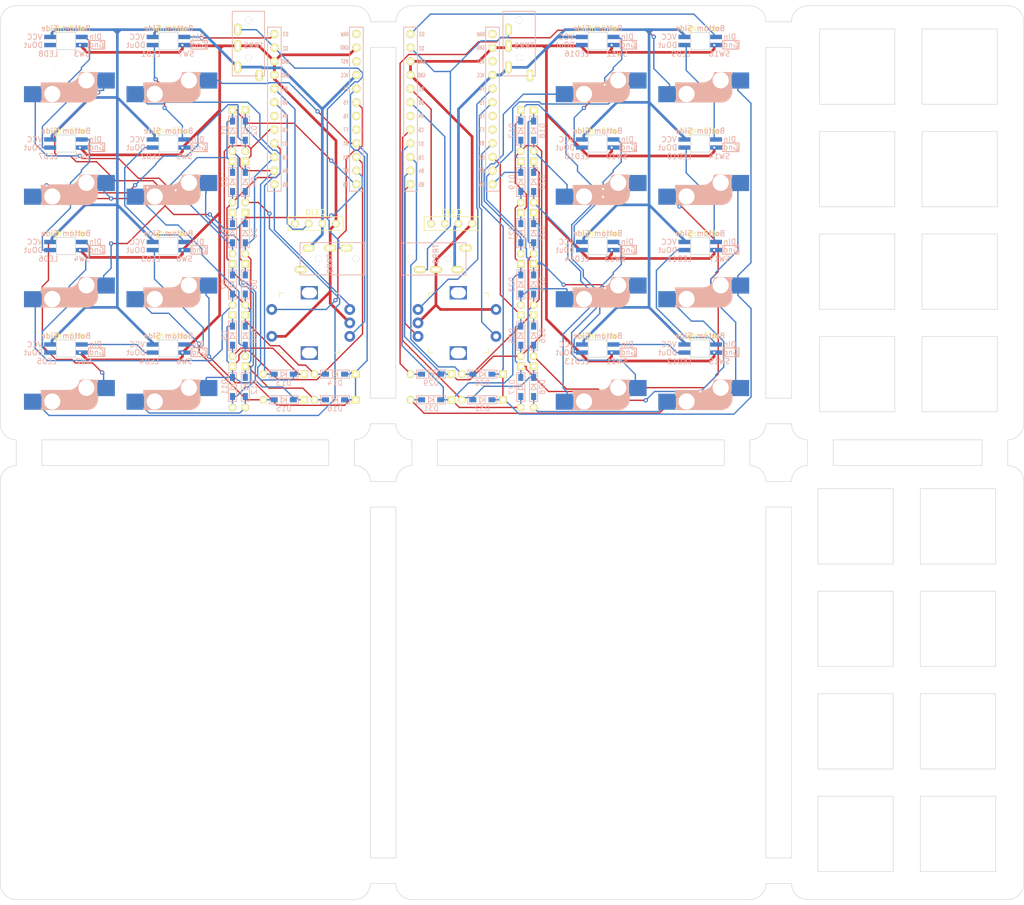
<source format=kicad_pcb>
(kicad_pcb (version 20171130) (host pcbnew "(5.1.12)-1")
  (layers (0 F.Cu signal) (31 B.Cu signal) (34 B.Paste user) (35 F.Paste user) (36 B.SilkS user) (37 F.SilkS user) (38 B.Mask user) (39 F.Mask user) (44 Edge.Cuts user))
  (net 0 "")
  (net 1 Row0)
  (net 2 Col0)
  (net 3 "Net-(D2-Pad2)")
  (net 4 Row1)
  (net 5 Row2)
  (net 6 "Net-(D4-Pad2)")
  (net 7 Row3)
  (net 8 "Net-(D5-Pad2)")
  (net 9 Col1)
  (net 10 "Net-(D7-Pad2)")
  (net 11 Col2)
  (net 12 "Net-(D10-Pad2)")
  (net 13 "Net-(D12-Pad2)")
  (net 14 "Net-(D13-Pad2)")
  (net 15 Col3)
  (net 16 "Net-(D15-Pad2)")
  (net 17 Row0r)
  (net 18 Col0r)
  (net 19 "Net-(D18-Pad2)")
  (net 20 Row1r)
  (net 21 Row2r)
  (net 22 "Net-(D20-Pad2)")
  (net 23 Row3r)
  (net 24 "Net-(D21-Pad2)")
  (net 25 Col1r)
  (net 26 "Net-(D23-Pad2)")
  (net 27 Col2r)
  (net 28 "Net-(D26-Pad2)")
  (net 29 "Net-(D28-Pad2)")
  (net 30 "Net-(D29-Pad2)")
  (net 31 Col3r)
  (net 32 "Net-(D31-Pad2)")
  (net 33 GND)
  (net 34 deta)
  (net 35 "Net-(J1-PadA)")
  (net 36 VCC)
  (net 37 "Net-(J2-PadA)")
  (net 38 GNDr)
  (net 39 detar)
  (net 40 "Net-(J3-PadA)")
  (net 41 VCCr)
  (net 42 "Net-(J4-PadA)")
  (net 43 LED)
  (net 44 "Net-(LED1-Pad1)")
  (net 45 "Net-(LED2-Pad1)")
  (net 46 "Net-(LED3-Pad1)")
  (net 47 "Net-(LED4-Pad1)")
  (net 48 "Net-(LED5-Pad1)")
  (net 49 "Net-(LED6-Pad1)")
  (net 50 "Net-(LED7-Pad1)")
  (net 51 "Net-(LED8-Pad1)")
  (net 52 LEDr)
  (net 53 "Net-(LED10-Pad3)")
  (net 54 "Net-(LED10-Pad1)")
  (net 55 "Net-(LED11-Pad1)")
  (net 56 "Net-(LED12-Pad1)")
  (net 57 "Net-(LED13-Pad1)")
  (net 58 "Net-(LED14-Pad1)")
  (net 59 "Net-(LED15-Pad1)")
  (net 60 "Net-(LED16-Pad1)")
  (net 61 SCL)
  (net 62 SDA)
  (net 63 SCLr)
  (net 64 SDAr)
  (net 65 Col6)
  (net 66 Col8)
  (net 67 Col7)
  (net 68 Col6r)
  (net 69 Col8r)
  (net 70 Col7r)
  (net 71 "Net-(U1-Pad24)")
  (net 72 "Net-(U1-Pad22)")
  (net 73 "Net-(U1-Pad18)")
  (net 74 "Net-(U1-Pad17)")
  (net 75 "Net-(U1-Pad7)")
  (net 76 "Net-(U2-Pad24)")
  (net 77 "Net-(U2-Pad22)")
  (net 78 "Net-(U2-Pad18)")
  (net 79 "Net-(U2-Pad17)")
  (net 80 "Net-(U2-Pad7)")
  (module kbd_Hole:Mouse_Bite_Hole (layer F.Cu) (at -6.846088 69.94916 180)
    (fp_text reference Ref**)
    (fp_text value Val**)
    (pad "" np_thru_hole circle (at 1.9 0 180) (size 0.5 0.5) (drill 0.5) (layers *.Cu *.Mask))
    (pad "" np_thru_hole circle (at -1.85 0 180) (size 0.5 0.5) (drill 0.5) (layers *.Cu *.Mask))
    (pad "" np_thru_hole circle (at -1.1 0 180) (size 0.5 0.5) (drill 0.5) (layers *.Cu *.Mask))
    (pad "" np_thru_hole circle (at 1.15 0 180) (size 0.5 0.5) (drill 0.5) (layers *.Cu *.Mask))
    (pad "" np_thru_hole circle (at 0.4 0 180) (size 0.5 0.5) (drill 0.5) (layers *.Cu *.Mask))
    (pad "" np_thru_hole circle (at -0.35 0 180) (size 0.5 0.5) (drill 0.5) (layers *.Cu *.Mask))
  )
  (module kbd_Hole:Mouse_Bite_Hole (layer F.Cu) (at -6.846088 73.521032 180)
    (fp_text reference Ref**)
    (fp_text value Val**)
    (pad "" np_thru_hole circle (at 1.9 0 180) (size 0.5 0.5) (drill 0.5) (layers *.Cu *.Mask))
    (pad "" np_thru_hole circle (at -1.85 0 180) (size 0.5 0.5) (drill 0.5) (layers *.Cu *.Mask))
    (pad "" np_thru_hole circle (at -1.1 0 180) (size 0.5 0.5) (drill 0.5) (layers *.Cu *.Mask))
    (pad "" np_thru_hole circle (at 1.15 0 180) (size 0.5 0.5) (drill 0.5) (layers *.Cu *.Mask))
    (pad "" np_thru_hole circle (at 0.4 0 180) (size 0.5 0.5) (drill 0.5) (layers *.Cu *.Mask))
    (pad "" np_thru_hole circle (at -0.35 0 180) (size 0.5 0.5) (drill 0.5) (layers *.Cu *.Mask))
  )
  (module kbd_Hole:Mouse_Bite_Hole (layer F.Cu) (at 172.64048 69.94916 180)
    (fp_text reference Ref**)
    (fp_text value Val**)
    (pad "" np_thru_hole circle (at 1.9 0 180) (size 0.5 0.5) (drill 0.5) (layers *.Cu *.Mask))
    (pad "" np_thru_hole circle (at -1.85 0 180) (size 0.5 0.5) (drill 0.5) (layers *.Cu *.Mask))
    (pad "" np_thru_hole circle (at -1.1 0 180) (size 0.5 0.5) (drill 0.5) (layers *.Cu *.Mask))
    (pad "" np_thru_hole circle (at 1.15 0 180) (size 0.5 0.5) (drill 0.5) (layers *.Cu *.Mask))
    (pad "" np_thru_hole circle (at 0.4 0 180) (size 0.5 0.5) (drill 0.5) (layers *.Cu *.Mask))
    (pad "" np_thru_hole circle (at -0.35 0 180) (size 0.5 0.5) (drill 0.5) (layers *.Cu *.Mask))
  )
  (module kbd_Hole:Mouse_Bite_Hole (layer F.Cu) (at 172.64048 73.521032 180)
    (fp_text reference Ref**)
    (fp_text value Val**)
    (pad "" np_thru_hole circle (at 1.9 0 180) (size 0.5 0.5) (drill 0.5) (layers *.Cu *.Mask))
    (pad "" np_thru_hole circle (at -1.85 0 180) (size 0.5 0.5) (drill 0.5) (layers *.Cu *.Mask))
    (pad "" np_thru_hole circle (at -1.1 0 180) (size 0.5 0.5) (drill 0.5) (layers *.Cu *.Mask))
    (pad "" np_thru_hole circle (at 1.15 0 180) (size 0.5 0.5) (drill 0.5) (layers *.Cu *.Mask))
    (pad "" np_thru_hole circle (at 0.4 0 180) (size 0.5 0.5) (drill 0.5) (layers *.Cu *.Mask))
    (pad "" np_thru_hole circle (at -0.35 0 180) (size 0.5 0.5) (drill 0.5) (layers *.Cu *.Mask))
  )
  (module kbd_Hole:Mouse_Bite_Hole (layer F.Cu) (at 134.242856 149.423312 90)
    (fp_text reference Ref**)
    (fp_text value Val**)
    (pad "" np_thru_hole circle (at 1.9 0 90) (size 0.5 0.5) (drill 0.5) (layers *.Cu *.Mask))
    (pad "" np_thru_hole circle (at -1.85 0 90) (size 0.5 0.5) (drill 0.5) (layers *.Cu *.Mask))
    (pad "" np_thru_hole circle (at -1.1 0 90) (size 0.5 0.5) (drill 0.5) (layers *.Cu *.Mask))
    (pad "" np_thru_hole circle (at 1.15 0 90) (size 0.5 0.5) (drill 0.5) (layers *.Cu *.Mask))
    (pad "" np_thru_hole circle (at 0.4 0 90) (size 0.5 0.5) (drill 0.5) (layers *.Cu *.Mask))
    (pad "" np_thru_hole circle (at -0.35 0 90) (size 0.5 0.5) (drill 0.5) (layers *.Cu *.Mask))
  )
  (module kbd_Hole:Mouse_Bite_Hole (layer F.Cu) (at 130.670984 149.423312 90)
    (fp_text reference Ref**)
    (fp_text value Val**)
    (pad "" np_thru_hole circle (at 1.9 0 90) (size 0.5 0.5) (drill 0.5) (layers *.Cu *.Mask))
    (pad "" np_thru_hole circle (at -1.85 0 90) (size 0.5 0.5) (drill 0.5) (layers *.Cu *.Mask))
    (pad "" np_thru_hole circle (at -1.1 0 90) (size 0.5 0.5) (drill 0.5) (layers *.Cu *.Mask))
    (pad "" np_thru_hole circle (at 1.15 0 90) (size 0.5 0.5) (drill 0.5) (layers *.Cu *.Mask))
    (pad "" np_thru_hole circle (at 0.4 0 90) (size 0.5 0.5) (drill 0.5) (layers *.Cu *.Mask))
    (pad "" np_thru_hole circle (at -0.35 0 90) (size 0.5 0.5) (drill 0.5) (layers *.Cu *.Mask))
  )
  (module kbd_Hole:Mouse_Bite_Hole (layer F.Cu) (at 134.242856 -5.95312 90)
    (fp_text reference Ref**)
    (fp_text value Val**)
    (pad "" np_thru_hole circle (at 1.9 0 90) (size 0.5 0.5) (drill 0.5) (layers *.Cu *.Mask))
    (pad "" np_thru_hole circle (at -1.85 0 90) (size 0.5 0.5) (drill 0.5) (layers *.Cu *.Mask))
    (pad "" np_thru_hole circle (at -1.1 0 90) (size 0.5 0.5) (drill 0.5) (layers *.Cu *.Mask))
    (pad "" np_thru_hole circle (at 1.15 0 90) (size 0.5 0.5) (drill 0.5) (layers *.Cu *.Mask))
    (pad "" np_thru_hole circle (at 0.4 0 90) (size 0.5 0.5) (drill 0.5) (layers *.Cu *.Mask))
    (pad "" np_thru_hole circle (at -0.35 0 90) (size 0.5 0.5) (drill 0.5) (layers *.Cu *.Mask))
  )
  (module kbd_Hole:Mouse_Bite_Hole (layer F.Cu) (at 130.670984 -5.95312 90)
    (fp_text reference Ref**)
    (fp_text value Val**)
    (pad "" np_thru_hole circle (at 1.9 0 90) (size 0.5 0.5) (drill 0.5) (layers *.Cu *.Mask))
    (pad "" np_thru_hole circle (at -1.85 0 90) (size 0.5 0.5) (drill 0.5) (layers *.Cu *.Mask))
    (pad "" np_thru_hole circle (at -1.1 0 90) (size 0.5 0.5) (drill 0.5) (layers *.Cu *.Mask))
    (pad "" np_thru_hole circle (at 1.15 0 90) (size 0.5 0.5) (drill 0.5) (layers *.Cu *.Mask))
    (pad "" np_thru_hole circle (at 0.4 0 90) (size 0.5 0.5) (drill 0.5) (layers *.Cu *.Mask))
    (pad "" np_thru_hole circle (at -0.35 0 90) (size 0.5 0.5) (drill 0.5) (layers *.Cu *.Mask))
  )
  (module kbd_Hole:Mouse_Bite_Hole (layer F.Cu) (at 134.242856 79.474152 90)
    (fp_text reference Ref**)
    (fp_text value Val**)
    (pad "" np_thru_hole circle (at 1.9 0 90) (size 0.5 0.5) (drill 0.5) (layers *.Cu *.Mask))
    (pad "" np_thru_hole circle (at -1.85 0 90) (size 0.5 0.5) (drill 0.5) (layers *.Cu *.Mask))
    (pad "" np_thru_hole circle (at -1.1 0 90) (size 0.5 0.5) (drill 0.5) (layers *.Cu *.Mask))
    (pad "" np_thru_hole circle (at 1.15 0 90) (size 0.5 0.5) (drill 0.5) (layers *.Cu *.Mask))
    (pad "" np_thru_hole circle (at 0.4 0 90) (size 0.5 0.5) (drill 0.5) (layers *.Cu *.Mask))
    (pad "" np_thru_hole circle (at -0.35 0 90) (size 0.5 0.5) (drill 0.5) (layers *.Cu *.Mask))
  )
  (module kbd_Hole:Mouse_Bite_Hole (layer F.Cu) (at 130.670984 79.474152 90)
    (fp_text reference Ref**)
    (fp_text value Val**)
    (pad "" np_thru_hole circle (at 1.9 0 90) (size 0.5 0.5) (drill 0.5) (layers *.Cu *.Mask))
    (pad "" np_thru_hole circle (at -1.85 0 90) (size 0.5 0.5) (drill 0.5) (layers *.Cu *.Mask))
    (pad "" np_thru_hole circle (at -1.1 0 90) (size 0.5 0.5) (drill 0.5) (layers *.Cu *.Mask))
    (pad "" np_thru_hole circle (at 1.15 0 90) (size 0.5 0.5) (drill 0.5) (layers *.Cu *.Mask))
    (pad "" np_thru_hole circle (at 0.4 0 90) (size 0.5 0.5) (drill 0.5) (layers *.Cu *.Mask))
    (pad "" np_thru_hole circle (at -0.35 0 90) (size 0.5 0.5) (drill 0.5) (layers *.Cu *.Mask))
  )
  (module kbd_Hole:Mouse_Bite_Hole (layer F.Cu) (at 134.242856 63.99604 90)
    (fp_text reference Ref**)
    (fp_text value Val**)
    (pad "" np_thru_hole circle (at 1.9 0 90) (size 0.5 0.5) (drill 0.5) (layers *.Cu *.Mask))
    (pad "" np_thru_hole circle (at -1.85 0 90) (size 0.5 0.5) (drill 0.5) (layers *.Cu *.Mask))
    (pad "" np_thru_hole circle (at -1.1 0 90) (size 0.5 0.5) (drill 0.5) (layers *.Cu *.Mask))
    (pad "" np_thru_hole circle (at 1.15 0 90) (size 0.5 0.5) (drill 0.5) (layers *.Cu *.Mask))
    (pad "" np_thru_hole circle (at 0.4 0 90) (size 0.5 0.5) (drill 0.5) (layers *.Cu *.Mask))
    (pad "" np_thru_hole circle (at -0.35 0 90) (size 0.5 0.5) (drill 0.5) (layers *.Cu *.Mask))
  )
  (module kbd_Hole:Mouse_Bite_Hole (layer F.Cu) (at 130.670984 63.99604 90)
    (fp_text reference Ref**)
    (fp_text value Val**)
    (pad "" np_thru_hole circle (at 1.9 0 90) (size 0.5 0.5) (drill 0.5) (layers *.Cu *.Mask))
    (pad "" np_thru_hole circle (at -1.85 0 90) (size 0.5 0.5) (drill 0.5) (layers *.Cu *.Mask))
    (pad "" np_thru_hole circle (at -1.1 0 90) (size 0.5 0.5) (drill 0.5) (layers *.Cu *.Mask))
    (pad "" np_thru_hole circle (at 1.15 0 90) (size 0.5 0.5) (drill 0.5) (layers *.Cu *.Mask))
    (pad "" np_thru_hole circle (at 0.4 0 90) (size 0.5 0.5) (drill 0.5) (layers *.Cu *.Mask))
    (pad "" np_thru_hole circle (at -0.35 0 90) (size 0.5 0.5) (drill 0.5) (layers *.Cu *.Mask))
  )
  (module kbd_Hole:Mouse_Bite_Hole (layer F.Cu) (at 140.195976 69.94916 180)
    (fp_text reference Ref**)
    (fp_text value Val**)
    (pad "" np_thru_hole circle (at 1.9 0 180) (size 0.5 0.5) (drill 0.5) (layers *.Cu *.Mask))
    (pad "" np_thru_hole circle (at -1.85 0 180) (size 0.5 0.5) (drill 0.5) (layers *.Cu *.Mask))
    (pad "" np_thru_hole circle (at -1.1 0 180) (size 0.5 0.5) (drill 0.5) (layers *.Cu *.Mask))
    (pad "" np_thru_hole circle (at 1.15 0 180) (size 0.5 0.5) (drill 0.5) (layers *.Cu *.Mask))
    (pad "" np_thru_hole circle (at 0.4 0 180) (size 0.5 0.5) (drill 0.5) (layers *.Cu *.Mask))
    (pad "" np_thru_hole circle (at -0.35 0 180) (size 0.5 0.5) (drill 0.5) (layers *.Cu *.Mask))
  )
  (module kbd_Hole:Mouse_Bite_Hole (layer F.Cu) (at 140.195976 73.521032 180)
    (fp_text reference Ref**)
    (fp_text value Val**)
    (pad "" np_thru_hole circle (at 1.9 0 180) (size 0.5 0.5) (drill 0.5) (layers *.Cu *.Mask))
    (pad "" np_thru_hole circle (at -1.85 0 180) (size 0.5 0.5) (drill 0.5) (layers *.Cu *.Mask))
    (pad "" np_thru_hole circle (at -1.1 0 180) (size 0.5 0.5) (drill 0.5) (layers *.Cu *.Mask))
    (pad "" np_thru_hole circle (at 1.15 0 180) (size 0.5 0.5) (drill 0.5) (layers *.Cu *.Mask))
    (pad "" np_thru_hole circle (at 0.4 0 180) (size 0.5 0.5) (drill 0.5) (layers *.Cu *.Mask))
    (pad "" np_thru_hole circle (at -0.35 0 180) (size 0.5 0.5) (drill 0.5) (layers *.Cu *.Mask))
  )
  (module kbd_Hole:Mouse_Bite_Hole (layer F.Cu) (at 124.717864 69.94916 180)
    (fp_text reference Ref**)
    (fp_text value Val**)
    (pad "" np_thru_hole circle (at 1.9 0 180) (size 0.5 0.5) (drill 0.5) (layers *.Cu *.Mask))
    (pad "" np_thru_hole circle (at -1.85 0 180) (size 0.5 0.5) (drill 0.5) (layers *.Cu *.Mask))
    (pad "" np_thru_hole circle (at -1.1 0 180) (size 0.5 0.5) (drill 0.5) (layers *.Cu *.Mask))
    (pad "" np_thru_hole circle (at 1.15 0 180) (size 0.5 0.5) (drill 0.5) (layers *.Cu *.Mask))
    (pad "" np_thru_hole circle (at 0.4 0 180) (size 0.5 0.5) (drill 0.5) (layers *.Cu *.Mask))
    (pad "" np_thru_hole circle (at -0.35 0 180) (size 0.5 0.5) (drill 0.5) (layers *.Cu *.Mask))
  )
  (module kbd_Hole:Mouse_Bite_Hole (layer F.Cu) (at 124.717864 73.521032 180)
    (fp_text reference Ref**)
    (fp_text value Val**)
    (pad "" np_thru_hole circle (at 1.9 0 180) (size 0.5 0.5) (drill 0.5) (layers *.Cu *.Mask))
    (pad "" np_thru_hole circle (at -1.85 0 180) (size 0.5 0.5) (drill 0.5) (layers *.Cu *.Mask))
    (pad "" np_thru_hole circle (at -1.1 0 180) (size 0.5 0.5) (drill 0.5) (layers *.Cu *.Mask))
    (pad "" np_thru_hole circle (at 1.15 0 180) (size 0.5 0.5) (drill 0.5) (layers *.Cu *.Mask))
    (pad "" np_thru_hole circle (at 0.4 0 180) (size 0.5 0.5) (drill 0.5) (layers *.Cu *.Mask))
    (pad "" np_thru_hole circle (at -0.35 0 180) (size 0.5 0.5) (drill 0.5) (layers *.Cu *.Mask))
  )
  (module kbd_Hole:Mouse_Bite_Hole (layer F.Cu) (at 66.674944 69.94916 180)
    (fp_text reference Ref**)
    (fp_text value Val**)
    (pad "" np_thru_hole circle (at 1.9 0 180) (size 0.5 0.5) (drill 0.5) (layers *.Cu *.Mask))
    (pad "" np_thru_hole circle (at -1.85 0 180) (size 0.5 0.5) (drill 0.5) (layers *.Cu *.Mask))
    (pad "" np_thru_hole circle (at -1.1 0 180) (size 0.5 0.5) (drill 0.5) (layers *.Cu *.Mask))
    (pad "" np_thru_hole circle (at 1.15 0 180) (size 0.5 0.5) (drill 0.5) (layers *.Cu *.Mask))
    (pad "" np_thru_hole circle (at 0.4 0 180) (size 0.5 0.5) (drill 0.5) (layers *.Cu *.Mask))
    (pad "" np_thru_hole circle (at -0.35 0 180) (size 0.5 0.5) (drill 0.5) (layers *.Cu *.Mask))
  )
  (module kbd_Hole:Mouse_Bite_Hole (layer F.Cu) (at 66.674944 73.521032 180)
    (fp_text reference Ref**)
    (fp_text value Val**)
    (pad "" np_thru_hole circle (at 1.9 0 180) (size 0.5 0.5) (drill 0.5) (layers *.Cu *.Mask))
    (pad "" np_thru_hole circle (at -1.85 0 180) (size 0.5 0.5) (drill 0.5) (layers *.Cu *.Mask))
    (pad "" np_thru_hole circle (at -1.1 0 180) (size 0.5 0.5) (drill 0.5) (layers *.Cu *.Mask))
    (pad "" np_thru_hole circle (at 1.15 0 180) (size 0.5 0.5) (drill 0.5) (layers *.Cu *.Mask))
    (pad "" np_thru_hole circle (at 0.4 0 180) (size 0.5 0.5) (drill 0.5) (layers *.Cu *.Mask))
    (pad "" np_thru_hole circle (at -0.35 0 180) (size 0.5 0.5) (drill 0.5) (layers *.Cu *.Mask))
  )
  (module kbd_Hole:Mouse_Bite_Hole (layer F.Cu) (at 51.196832 69.94916 180)
    (fp_text reference Ref**)
    (fp_text value Val**)
    (pad "" np_thru_hole circle (at 1.9 0 180) (size 0.5 0.5) (drill 0.5) (layers *.Cu *.Mask))
    (pad "" np_thru_hole circle (at -1.85 0 180) (size 0.5 0.5) (drill 0.5) (layers *.Cu *.Mask))
    (pad "" np_thru_hole circle (at -1.1 0 180) (size 0.5 0.5) (drill 0.5) (layers *.Cu *.Mask))
    (pad "" np_thru_hole circle (at 1.15 0 180) (size 0.5 0.5) (drill 0.5) (layers *.Cu *.Mask))
    (pad "" np_thru_hole circle (at 0.4 0 180) (size 0.5 0.5) (drill 0.5) (layers *.Cu *.Mask))
    (pad "" np_thru_hole circle (at -0.35 0 180) (size 0.5 0.5) (drill 0.5) (layers *.Cu *.Mask))
  )
  (module kbd_Hole:Mouse_Bite_Hole (layer F.Cu) (at 51.196832 73.521032 180)
    (fp_text reference Ref**)
    (fp_text value Val**)
    (pad "" np_thru_hole circle (at 1.9 0 180) (size 0.5 0.5) (drill 0.5) (layers *.Cu *.Mask))
    (pad "" np_thru_hole circle (at -1.85 0 180) (size 0.5 0.5) (drill 0.5) (layers *.Cu *.Mask))
    (pad "" np_thru_hole circle (at -1.1 0 180) (size 0.5 0.5) (drill 0.5) (layers *.Cu *.Mask))
    (pad "" np_thru_hole circle (at 1.15 0 180) (size 0.5 0.5) (drill 0.5) (layers *.Cu *.Mask))
    (pad "" np_thru_hole circle (at 0.4 0 180) (size 0.5 0.5) (drill 0.5) (layers *.Cu *.Mask))
    (pad "" np_thru_hole circle (at -0.35 0 180) (size 0.5 0.5) (drill 0.5) (layers *.Cu *.Mask))
  )
  (module kbd_Hole:m2_Screw_Hole (layer F.Cu) (at 79.17652 121.443684)
    (fp_text reference Ref9)
    (fp_text value Val9)
    (pad "" np_thru_hole circle (at 0 0) (size 2.2 2.2) (drill 2.2) (layers *.Cu *.Mask))
  )
  (module kbd_Hole:m2_Screw_Hole (layer F.Cu) (at 38.99292 120.848384)
    (fp_text reference Ref3)
    (fp_text value Val3)
    (pad "" np_thru_hole circle (at 0 0) (size 2.2 2.2) (drill 2.2) (layers *.Cu *.Mask))
  )
  (module kbd_Hole:m2_Screw_Hole (layer F.Cu) (at 137.814764 -8.3344)
    (fp_text reference Ref1)
    (fp_text value Val1)
    (pad "" np_thru_hole circle (at 0 0) (size 2.2 2.2) (drill 2.2) (layers *.Cu *.Mask))
  )
  (module kbd_Hole:m2_Screw_Hole (layer F.Cu) (at 175.021764 -8.3344)
    (fp_text reference Ref2)
    (fp_text value Val2)
    (pad "" np_thru_hole circle (at 0 0) (size 2.2 2.2) (drill 2.2) (layers *.Cu *.Mask))
  )
  (module kbd_Hole:m2_Screw_Hole (layer F.Cu) (at 175.021764 66.3773)
    (fp_text reference Ref5)
    (fp_text value Val5)
    (pad "" np_thru_hole circle (at 0 0) (size 2.2 2.2) (drill 2.2) (layers *.Cu *.Mask))
  )
  (module kbd_Hole:m2_Screw_Hole (layer F.Cu) (at 137.814716 151.804572)
    (fp_text reference Ref11)
    (fp_text value Val11)
    (pad "" np_thru_hole circle (at 0 0) (size 2.2 2.2) (drill 2.2) (layers *.Cu *.Mask))
  )
  (module kbd_Hole:m2_Screw_Hole (layer F.Cu) (at 175.021616 151.804572)
    (fp_text reference Ref12)
    (fp_text value Val12)
    (pad "" np_thru_hole circle (at 0 0) (size 2.2 2.2) (drill 2.2) (layers *.Cu *.Mask))
  )
  (module kbd_Hole:m2_Screw_Hole (layer F.Cu) (at 137.814764 66.3773)
    (fp_text reference Ref4)
    (fp_text value Val4)
    (pad "" np_thru_hole circle (at 0 0) (size 2.2 2.2) (drill 2.2) (layers *.Cu *.Mask))
  )
  (module kbd_Hole:m2_Screw_Hole (layer F.Cu) (at 137.814716 77.092872)
    (fp_text reference Ref7)
    (fp_text value Val7)
    (pad "" np_thru_hole circle (at 0 0) (size 2.2 2.2) (drill 2.2) (layers *.Cu *.Mask))
  )
  (module kbd_Hole:m2_Screw_Hole (layer F.Cu) (at 175.021616 77.092872)
    (fp_text reference Ref8)
    (fp_text value Val8)
    (pad "" np_thru_hole circle (at 0 0) (size 2.2 2.2) (drill 2.2) (layers *.Cu *.Mask))
  )
  (module kbd_Hole:m2_Screw_Hole (layer F.Cu) (at 89.8921 77.092872)
    (fp_text reference Ref7)
    (fp_text value Val7)
    (pad "" np_thru_hole circle (at 0 0) (size 2.2 2.2) (drill 2.2) (layers *.Cu *.Mask))
  )
  (module kbd_Hole:m2_Screw_Hole (layer F.Cu) (at 127.099 77.092872)
    (fp_text reference Ref8)
    (fp_text value Val8)
    (pad "" np_thru_hole circle (at 0 0) (size 2.2 2.2) (drill 2.2) (layers *.Cu *.Mask))
  )
  (module kbd_Hole:m2_Screw_Hole (layer F.Cu) (at 27.9797 77.092872)
    (fp_text reference Ref2)
    (fp_text value Val2)
    (pad "" np_thru_hole circle (at 0 0) (size 2.2 2.2) (drill 2.2) (layers *.Cu *.Mask))
  )
  (module kbd_Hole:Mouse_Bite_Hole (layer F.Cu) (at 60.721824 79.474152 90)
    (fp_text reference Ref**)
    (fp_text value Val**)
    (pad "" np_thru_hole circle (at 1.9 0 90) (size 0.5 0.5) (drill 0.5) (layers *.Cu *.Mask))
    (pad "" np_thru_hole circle (at -1.85 0 90) (size 0.5 0.5) (drill 0.5) (layers *.Cu *.Mask))
    (pad "" np_thru_hole circle (at -1.1 0 90) (size 0.5 0.5) (drill 0.5) (layers *.Cu *.Mask))
    (pad "" np_thru_hole circle (at 1.15 0 90) (size 0.5 0.5) (drill 0.5) (layers *.Cu *.Mask))
    (pad "" np_thru_hole circle (at 0.4 0 90) (size 0.5 0.5) (drill 0.5) (layers *.Cu *.Mask))
    (pad "" np_thru_hole circle (at -0.35 0 90) (size 0.5 0.5) (drill 0.5) (layers *.Cu *.Mask))
  )
  (module kbd_Hole:Mouse_Bite_Hole (layer F.Cu) (at 57.149952 79.474152 90)
    (fp_text reference Ref**)
    (fp_text value Val**)
    (pad "" np_thru_hole circle (at -0.35 0 90) (size 0.5 0.5) (drill 0.5) (layers *.Cu *.Mask))
    (pad "" np_thru_hole circle (at 0.4 0 90) (size 0.5 0.5) (drill 0.5) (layers *.Cu *.Mask))
    (pad "" np_thru_hole circle (at 1.15 0 90) (size 0.5 0.5) (drill 0.5) (layers *.Cu *.Mask))
    (pad "" np_thru_hole circle (at -1.1 0 90) (size 0.5 0.5) (drill 0.5) (layers *.Cu *.Mask))
    (pad "" np_thru_hole circle (at -1.85 0 90) (size 0.5 0.5) (drill 0.5) (layers *.Cu *.Mask))
    (pad "" np_thru_hole circle (at 1.9 0 90) (size 0.5 0.5) (drill 0.5) (layers *.Cu *.Mask))
  )
  (module kbd_Hole:m2_Screw_Hole (layer F.Cu) (at -9.2273 77.092872)
    (fp_text reference Ref1)
    (fp_text value Val1)
    (pad "" np_thru_hole circle (at 0 0) (size 2.2 2.2) (drill 2.2) (layers *.Cu *.Mask))
  )
  (module kbd_Hole:m2_Screw_Hole (layer F.Cu) (at 27.9797 151.804572)
    (fp_text reference Ref5)
    (fp_text value Val5)
    (pad "" np_thru_hole circle (at 0 0) (size 2.2 2.2) (drill 2.2) (layers *.Cu *.Mask))
  )
  (module kbd_Hole:m2_Screw_Hole (layer F.Cu) (at 89.8921 151.804572)
    (fp_text reference Ref11)
    (fp_text value Val11)
    (pad "" np_thru_hole circle (at 0 0) (size 2.2 2.2) (drill 2.2) (layers *.Cu *.Mask))
  )
  (module kbd_Hole:m2_Screw_Hole (layer F.Cu) (at 127.099 151.804572)
    (fp_text reference Ref12)
    (fp_text value Val12)
    (pad "" np_thru_hole circle (at 0 0) (size 2.2 2.2) (drill 2.2) (layers *.Cu *.Mask))
  )
  (module kbd_Hole:m2_Screw_Hole (layer F.Cu) (at -9.2273 151.804572)
    (fp_text reference Ref4)
    (fp_text value Val4)
    (pad "" np_thru_hole circle (at 0 0) (size 2.2 2.2) (drill 2.2) (layers *.Cu *.Mask))
  )
  (module kbd_Hole:m2_Screw_Hole (layer F.Cu) (at 53.5781 151.804572)
    (fp_text reference Ref6)
    (fp_text value Val6)
    (pad "" np_thru_hole circle (at 0 0) (size 2.2 2.2) (drill 2.2) (layers *.Cu *.Mask))
  )
  (module kbd_Hole:m2_Screw_Hole (layer F.Cu) (at 64.2937 151.804572)
    (fp_text reference Ref10)
    (fp_text value Val10)
    (pad "" np_thru_hole circle (at 0 0) (size 2.2 2.2) (drill 2.2) (layers *.Cu *.Mask))
  )
  (module kbd_Hole:Mouse_Bite_Hole (layer F.Cu) (at 60.721824 149.423312 90)
    (fp_text reference Ref**)
    (fp_text value Val**)
    (pad "" np_thru_hole circle (at 1.9 0 90) (size 0.5 0.5) (drill 0.5) (layers *.Cu *.Mask))
    (pad "" np_thru_hole circle (at -1.85 0 90) (size 0.5 0.5) (drill 0.5) (layers *.Cu *.Mask))
    (pad "" np_thru_hole circle (at -1.1 0 90) (size 0.5 0.5) (drill 0.5) (layers *.Cu *.Mask))
    (pad "" np_thru_hole circle (at 1.15 0 90) (size 0.5 0.5) (drill 0.5) (layers *.Cu *.Mask))
    (pad "" np_thru_hole circle (at 0.4 0 90) (size 0.5 0.5) (drill 0.5) (layers *.Cu *.Mask))
    (pad "" np_thru_hole circle (at -0.35 0 90) (size 0.5 0.5) (drill 0.5) (layers *.Cu *.Mask))
  )
  (module kbd_Hole:Mouse_Bite_Hole (layer F.Cu) (at 57.149952 149.423312 90)
    (fp_text reference Ref**)
    (fp_text value Val**)
    (pad "" np_thru_hole circle (at 1.9 0 90) (size 0.5 0.5) (drill 0.5) (layers *.Cu *.Mask))
    (pad "" np_thru_hole circle (at -1.85 0 90) (size 0.5 0.5) (drill 0.5) (layers *.Cu *.Mask))
    (pad "" np_thru_hole circle (at -1.1 0 90) (size 0.5 0.5) (drill 0.5) (layers *.Cu *.Mask))
    (pad "" np_thru_hole circle (at 1.15 0 90) (size 0.5 0.5) (drill 0.5) (layers *.Cu *.Mask))
    (pad "" np_thru_hole circle (at 0.4 0 90) (size 0.5 0.5) (drill 0.5) (layers *.Cu *.Mask))
    (pad "" np_thru_hole circle (at -0.35 0 90) (size 0.5 0.5) (drill 0.5) (layers *.Cu *.Mask))
  )
  (module kbd_Hole:Mouse_Bite_Hole (layer F.Cu) (at 57.149952 63.99604 90)
    (fp_text reference Ref**)
    (fp_text value Val**)
    (pad "" np_thru_hole circle (at -0.35 0 90) (size 0.5 0.5) (drill 0.5) (layers *.Cu *.Mask))
    (pad "" np_thru_hole circle (at 0.4 0 90) (size 0.5 0.5) (drill 0.5) (layers *.Cu *.Mask))
    (pad "" np_thru_hole circle (at 1.15 0 90) (size 0.5 0.5) (drill 0.5) (layers *.Cu *.Mask))
    (pad "" np_thru_hole circle (at -1.1 0 90) (size 0.5 0.5) (drill 0.5) (layers *.Cu *.Mask))
    (pad "" np_thru_hole circle (at -1.85 0 90) (size 0.5 0.5) (drill 0.5) (layers *.Cu *.Mask))
    (pad "" np_thru_hole circle (at 1.9 0 90) (size 0.5 0.5) (drill 0.5) (layers *.Cu *.Mask))
  )
  (module kbd_Hole:Mouse_Bite_Hole (layer F.Cu) (at 60.721824 63.99604 90)
    (fp_text reference Ref**)
    (fp_text value Val**)
    (pad "" np_thru_hole circle (at -0.35 0 90) (size 0.5 0.5) (drill 0.5) (layers *.Cu *.Mask))
    (pad "" np_thru_hole circle (at 0.4 0 90) (size 0.5 0.5) (drill 0.5) (layers *.Cu *.Mask))
    (pad "" np_thru_hole circle (at 1.15 0 90) (size 0.5 0.5) (drill 0.5) (layers *.Cu *.Mask))
    (pad "" np_thru_hole circle (at -1.1 0 90) (size 0.5 0.5) (drill 0.5) (layers *.Cu *.Mask))
    (pad "" np_thru_hole circle (at -1.85 0 90) (size 0.5 0.5) (drill 0.5) (layers *.Cu *.Mask))
    (pad "" np_thru_hole circle (at 1.9 0 90) (size 0.5 0.5) (drill 0.5) (layers *.Cu *.Mask))
  )
  (module kbd_Hole:Mouse_Bite_Hole (layer F.Cu) (at 60.721824 -5.95312 90)
    (fp_text reference Ref**)
    (fp_text value Val**)
    (pad "" np_thru_hole circle (at -0.35 0 90) (size 0.5 0.5) (drill 0.5) (layers *.Cu *.Mask))
    (pad "" np_thru_hole circle (at 0.4 0 90) (size 0.5 0.5) (drill 0.5) (layers *.Cu *.Mask))
    (pad "" np_thru_hole circle (at 1.15 0 90) (size 0.5 0.5) (drill 0.5) (layers *.Cu *.Mask))
    (pad "" np_thru_hole circle (at -1.1 0 90) (size 0.5 0.5) (drill 0.5) (layers *.Cu *.Mask))
    (pad "" np_thru_hole circle (at -1.85 0 90) (size 0.5 0.5) (drill 0.5) (layers *.Cu *.Mask))
    (pad "" np_thru_hole circle (at 1.9 0 90) (size 0.5 0.5) (drill 0.5) (layers *.Cu *.Mask))
  )
  (module kbd_Hole:Mouse_Bite_Hole (layer F.Cu) (at 57.149952 -5.95312 90)
    (fp_text reference Ref**)
    (fp_text value Val**)
    (pad "" np_thru_hole circle (at 1.9 0 90) (size 0.5 0.5) (drill 0.5) (layers *.Cu *.Mask))
    (pad "" np_thru_hole circle (at -1.85 0 90) (size 0.5 0.5) (drill 0.5) (layers *.Cu *.Mask))
    (pad "" np_thru_hole circle (at -1.1 0 90) (size 0.5 0.5) (drill 0.5) (layers *.Cu *.Mask))
    (pad "" np_thru_hole circle (at 1.15 0 90) (size 0.5 0.5) (drill 0.5) (layers *.Cu *.Mask))
    (pad "" np_thru_hole circle (at 0.4 0 90) (size 0.5 0.5) (drill 0.5) (layers *.Cu *.Mask))
    (pad "" np_thru_hole circle (at -0.35 0 90) (size 0.5 0.5) (drill 0.5) (layers *.Cu *.Mask))
  )
  (module kbd_Hole:m2_Screw_Hole (layer F.Cu) (at 127.099 -8.3344)
    (fp_text reference Ref8)
    (fp_text value Val8)
    (pad "" np_thru_hole circle (at 0 0) (size 2.2 2.2) (drill 2.2) (layers *.Cu *.Mask))
  )
  (module kbd_Hole:m2_Screw_Hole (layer F.Cu) (at 127.099 66.3773)
    (fp_text reference Ref12)
    (fp_text value Val12)
    (pad "" np_thru_hole circle (at 0 0) (size 2.2 2.2) (drill 2.2) (layers *.Cu *.Mask))
  )
  (module kbd_Hole:m2_Screw_Hole (layer F.Cu) (at 64.2937 66.3773)
    (fp_text reference Ref10)
    (fp_text value Val10)
    (pad "" np_thru_hole circle (at 0 0) (size 2.2 2.2) (drill 2.2) (layers *.Cu *.Mask))
  )
  (module kbd_Hole:m2_Screw_Hole (layer F.Cu) (at 89.8921 66.3773)
    (fp_text reference Ref11)
    (fp_text value Val11)
    (pad "" np_thru_hole circle (at 0 0) (size 2.2 2.2) (drill 2.2) (layers *.Cu *.Mask))
  )
  (module kbd_Hole:m2_Screw_Hole (layer F.Cu) (at 89.8921 -8.3344)
    (fp_text reference Ref7)
    (fp_text value Val7)
    (pad "" np_thru_hole circle (at 0 0) (size 2.2 2.2) (drill 2.2) (layers *.Cu *.Mask))
  )
  (module kbd_Hole:m2_Screw_Hole (layer F.Cu) (at 79.1765 36.0164)
    (fp_text reference Ref9)
    (fp_text value Val9)
    (pad "" np_thru_hole circle (at 0 0) (size 2.2 2.2) (drill 2.2) (layers *.Cu *.Mask))
  )
  (module kbd_Hole:m2_Screw_Hole (layer F.Cu) (at 38.9929 35.4211)
    (fp_text reference Ref3)
    (fp_text value Val3)
    (pad "" np_thru_hole circle (at 0 0) (size 2.2 2.2) (drill 2.2) (layers *.Cu *.Mask))
  )
  (module kbd_Hole:m2_Screw_Hole (layer F.Cu) (at 53.5781 66.3773)
    (fp_text reference Ref6)
    (fp_text value Val6)
    (pad "" np_thru_hole circle (at 0 0) (size 2.2 2.2) (drill 2.2) (layers *.Cu *.Mask))
  )
  (module kbd_Hole:m2_Screw_Hole (layer F.Cu) (at 27.9797 66.3773)
    (fp_text reference Ref5)
    (fp_text value Val5)
    (pad "" np_thru_hole circle (at 0 0) (size 2.2 2.2) (drill 2.2) (layers *.Cu *.Mask))
  )
  (module kbd_Hole:m2_Screw_Hole (layer F.Cu) (at 27.9797 -8.3344)
    (fp_text reference Ref2)
    (fp_text value Val2)
    (pad "" np_thru_hole circle (at 0 0) (size 2.2 2.2) (drill 2.2) (layers *.Cu *.Mask))
  )
  (module kbd_Hole:m2_Screw_Hole (layer F.Cu) (at -9.2273 -8.3344)
    (fp_text reference Ref1)
    (fp_text value Val1)
    (pad "" np_thru_hole circle (at 0 0) (size 2.2 2.2) (drill 2.2) (layers *.Cu *.Mask))
  )
  (module kbd_Hole:m2_Screw_Hole (layer F.Cu) (at -9.2273 66.3773)
    (fp_text reference Ref4)
    (fp_text value Val4)
    (pad "" np_thru_hole circle (at 0 0) (size 2.2 2.2) (drill 2.2) (layers *.Cu *.Mask))
  )
  (module kbd_Parts:Micon_ProMicro (layer F.Cu) (at 72.9258 7.1437)
    (fp_text reference U2 hide)
    (fp_text value ProMicro hide)
    (fp_text user "" (at -0.5 -17.25) (layer F.SilkS))
    (fp_text user "" (at -1.2065 -16.256) (layer B.SilkS) (effects (justify mirror)))
    (fp_text user C6 (at -6.932816 4.6355) (layer B.SilkS) (effects (font (size 0.75 0.5) (thickness 0.125)) (justify mirror)))
    (fp_text user B1 (at 4.35 7.112) (layer B.SilkS) (effects (font (size 0.75 0.5) (thickness 0.125)) (justify mirror)))
    (fp_text user D7 (at -6.932816 7.239) (layer B.SilkS) (effects (font (size 0.75 0.5) (thickness 0.125)) (justify mirror)))
    (fp_text user B3 (at 4.4 9.75) (layer B.SilkS) (effects (font (size 0.75 0.5) (thickness 0.125)) (justify mirror)))
    (fp_text user E6 (at -6.932816 9.75) (layer B.SilkS) (effects (font (size 0.75 0.5) (thickness 0.125)) (justify mirror)))
    (fp_text user B2 (at 4.4085 12.1285) (layer B.SilkS) (effects (font (size 0.75 0.5) (thickness 0.125)) (justify mirror)))
    (fp_text user B4 (at -6.881816 12.2555) (layer B.SilkS) (effects (font (size 0.75 0.5) (thickness 0.125)) (justify mirror)))
    (fp_text user B5 (at -6.881816 14.7955) (layer B.SilkS) (effects (font (size 0.75 0.5) (thickness 0.125)) (justify mirror)))
    (fp_text user B6 (at 4.345 14.732) (layer B.SilkS) (effects (font (size 0.75 0.5) (thickness 0.125)) (justify mirror)))
    (fp_text user F4 (at 4.4 -2.95) (layer B.SilkS) (effects (font (size 0.75 0.5) (thickness 0.125)) (justify mirror)))
    (fp_text user D1 (at -6.881816 -2.9845) (layer B.SilkS) (effects (font (size 0.75 0.5) (thickness 0.125)) (justify mirror)))
    (fp_text user F5 (at 4.4 -0.4445) (layer B.SilkS) (effects (font (size 0.75 0.5) (thickness 0.125)) (justify mirror)))
    (fp_text user D0 (at -6.881816 -0.4445) (layer B.SilkS) (effects (font (size 0.75 0.5) (thickness 0.125)) (justify mirror)))
    (fp_text user F6 (at 4.4 2.1) (layer B.SilkS) (effects (font (size 0.75 0.5) (thickness 0.125)) (justify mirror)))
    (fp_text user D4 (at -6.932816 2.032) (layer B.SilkS) (effects (font (size 0.75 0.5) (thickness 0.125)) (justify mirror)))
    (fp_text user F7 (at 4.4 4.6) (layer B.SilkS) (effects (font (size 0.75 0.5) (thickness 0.125)) (justify mirror)))
    (fp_text user GND (at -6.881816 -5.5245) (layer B.SilkS) (effects (font (size 0.75 0.5) (thickness 0.125)) (justify mirror)))
    (fp_text user VCC (at 4.1275 -5.5245) (layer B.SilkS) (effects (font (size 0.75 0.5) (thickness 0.125)) (justify mirror)))
    (fp_text user GND (at -6.881816 -8.0645) (layer B.SilkS) (effects (font (size 0.75 0.5) (thickness 0.125)) (justify mirror)))
    (fp_text user RST (at 4.191 -8.0645) (layer B.SilkS) (effects (font (size 0.75 0.5) (thickness 0.125)) (justify mirror)))
    (fp_text user D2 (at -6.832816 -10.5) (layer B.SilkS) (effects (font (size 0.75 0.5) (thickness 0.125)) (justify mirror)))
    (fp_text user GND (at 4.1275 -10.668) (layer B.SilkS) (effects (font (size 0.75 0.5) (thickness 0.125)) (justify mirror)))
    (fp_text user D3 (at -6.781816 -13.1445) (layer B.SilkS) (effects (font (size 0.75 0.5) (thickness 0.125)) (justify mirror)))
    (fp_text user RAW (at 4.191 -13.1445) (layer B.SilkS) (effects (font (size 0.75 0.5) (thickness 0.125)) (justify mirror)))
    (pad 24 thru_hole circle (at 6.35 -13.208) (size 1.524 1.524) (drill 0.8128) (layers *.Cu *.Mask F.SilkS) (net 76 "Net-(U2-Pad24)"))
    (pad 23 thru_hole circle (at 6.35 -10.668) (size 1.524 1.524) (drill 0.8128) (layers *.Cu *.Mask F.SilkS) (net 38 GNDr))
    (pad 22 thru_hole circle (at 6.35 -8.128) (size 1.524 1.524) (drill 0.8128) (layers *.Cu *.Mask F.SilkS) (net 77 "Net-(U2-Pad22)"))
    (pad 21 thru_hole circle (at 6.35 -5.588) (size 1.524 1.524) (drill 0.8128) (layers *.Cu *.Mask F.SilkS) (net 41 VCCr))
    (pad 20 thru_hole circle (at 6.35 -3.048) (size 1.524 1.524) (drill 0.8128) (layers *.Cu *.Mask F.SilkS) (net 70 Col7r))
    (pad 19 thru_hole circle (at 6.35 -0.508) (size 1.524 1.524) (drill 0.8128) (layers *.Cu *.Mask F.SilkS) (net 68 Col6r))
    (pad 18 thru_hole circle (at 6.35 2.032) (size 1.524 1.524) (drill 0.8128) (layers *.Cu *.Mask F.SilkS) (net 78 "Net-(U2-Pad18)"))
    (pad 17 thru_hole circle (at 6.35 4.572) (size 1.524 1.524) (drill 0.8128) (layers *.Cu *.Mask F.SilkS) (net 79 "Net-(U2-Pad17)"))
    (pad 16 thru_hole circle (at 6.35 7.112) (size 1.524 1.524) (drill 0.8128) (layers *.Cu *.Mask F.SilkS) (net 31 Col3r))
    (pad 15 thru_hole circle (at 6.35 9.652) (size 1.524 1.524) (drill 0.8128) (layers *.Cu *.Mask F.SilkS) (net 27 Col2r))
    (pad 14 thru_hole circle (at 6.35 12.192) (size 1.524 1.524) (drill 0.8128) (layers *.Cu *.Mask F.SilkS) (net 25 Col1r))
    (pad 13 thru_hole circle (at 6.35 14.732) (size 1.524 1.524) (drill 0.8128) (layers *.Cu *.Mask F.SilkS) (net 18 Col0r))
    (pad 12 thru_hole circle (at -8.89 14.732) (size 1.524 1.524) (drill 0.8128) (layers *.Cu *.Mask F.SilkS) (net 69 Col8r))
    (pad 11 thru_hole circle (at -8.89 12.192) (size 1.524 1.524) (drill 0.8128) (layers *.Cu *.Mask F.SilkS) (net 17 Row0r))
    (pad 10 thru_hole circle (at -8.89 9.652) (size 1.524 1.524) (drill 0.8128) (layers *.Cu *.Mask F.SilkS) (net 20 Row1r))
    (pad 9 thru_hole circle (at -8.89 7.112) (size 1.524 1.524) (drill 0.8128) (layers *.Cu *.Mask F.SilkS) (net 21 Row2r))
    (pad 8 thru_hole circle (at -8.89 4.572) (size 1.524 1.524) (drill 0.8128) (layers *.Cu *.Mask F.SilkS) (net 23 Row3r))
    (pad 7 thru_hole circle (at -8.89 2.032) (size 1.524 1.524) (drill 0.8128) (layers *.Cu *.Mask F.SilkS) (net 80 "Net-(U2-Pad7)"))
    (pad 6 thru_hole circle (at -8.89 -0.508) (size 1.524 1.524) (drill 0.8128) (layers *.Cu *.Mask F.SilkS) (net 63 SCLr))
    (pad 5 thru_hole circle (at -8.89 -3.048) (size 1.524 1.524) (drill 0.8128) (layers *.Cu *.Mask F.SilkS) (net 64 SDAr))
    (pad 4 thru_hole circle (at -8.89 -5.588) (size 1.524 1.524) (drill 0.8128) (layers *.Cu *.Mask F.SilkS) (net 38 GNDr))
    (pad 3 thru_hole circle (at -8.89 -8.128) (size 1.524 1.524) (drill 0.8128) (layers *.Cu *.Mask F.SilkS) (net 38 GNDr))
    (pad 2 thru_hole circle (at -8.89 -10.668) (size 1.524 1.524) (drill 0.8128) (layers *.Cu *.Mask F.SilkS) (net 39 detar))
    (pad 1 thru_hole circle (at -8.89 -13.208) (size 1.524 1.524) (drill 0.8128) (layers *.Cu *.Mask F.SilkS) (net 52 LEDr))
  )
  (module kbd_Parts:Micon_ProMicro (layer F.Cu) (at 47.625 7.1437)
    (fp_text reference U1 hide)
    (fp_text value ProMicro hide)
    (fp_text user "" (at -0.5 -17.25) (layer F.SilkS))
    (fp_text user "" (at -1.2065 -16.256) (layer B.SilkS) (effects (justify mirror)))
    (fp_text user C6 (at -6.932816 4.6355) (layer B.SilkS) (effects (font (size 0.75 0.5) (thickness 0.125)) (justify mirror)))
    (fp_text user B1 (at 4.35 7.112) (layer B.SilkS) (effects (font (size 0.75 0.5) (thickness 0.125)) (justify mirror)))
    (fp_text user D7 (at -6.932816 7.239) (layer B.SilkS) (effects (font (size 0.75 0.5) (thickness 0.125)) (justify mirror)))
    (fp_text user B3 (at 4.4 9.75) (layer B.SilkS) (effects (font (size 0.75 0.5) (thickness 0.125)) (justify mirror)))
    (fp_text user E6 (at -6.932816 9.75) (layer B.SilkS) (effects (font (size 0.75 0.5) (thickness 0.125)) (justify mirror)))
    (fp_text user B2 (at 4.4085 12.1285) (layer B.SilkS) (effects (font (size 0.75 0.5) (thickness 0.125)) (justify mirror)))
    (fp_text user B4 (at -6.881816 12.2555) (layer B.SilkS) (effects (font (size 0.75 0.5) (thickness 0.125)) (justify mirror)))
    (fp_text user B5 (at -6.881816 14.7955) (layer B.SilkS) (effects (font (size 0.75 0.5) (thickness 0.125)) (justify mirror)))
    (fp_text user B6 (at 4.345 14.732) (layer B.SilkS) (effects (font (size 0.75 0.5) (thickness 0.125)) (justify mirror)))
    (fp_text user F4 (at 4.4 -2.95) (layer B.SilkS) (effects (font (size 0.75 0.5) (thickness 0.125)) (justify mirror)))
    (fp_text user D1 (at -6.881816 -2.9845) (layer B.SilkS) (effects (font (size 0.75 0.5) (thickness 0.125)) (justify mirror)))
    (fp_text user F5 (at 4.4 -0.4445) (layer B.SilkS) (effects (font (size 0.75 0.5) (thickness 0.125)) (justify mirror)))
    (fp_text user D0 (at -6.881816 -0.4445) (layer B.SilkS) (effects (font (size 0.75 0.5) (thickness 0.125)) (justify mirror)))
    (fp_text user F6 (at 4.4 2.1) (layer B.SilkS) (effects (font (size 0.75 0.5) (thickness 0.125)) (justify mirror)))
    (fp_text user D4 (at -6.932816 2.032) (layer B.SilkS) (effects (font (size 0.75 0.5) (thickness 0.125)) (justify mirror)))
    (fp_text user F7 (at 4.4 4.6) (layer B.SilkS) (effects (font (size 0.75 0.5) (thickness 0.125)) (justify mirror)))
    (fp_text user GND (at -6.881816 -5.5245) (layer B.SilkS) (effects (font (size 0.75 0.5) (thickness 0.125)) (justify mirror)))
    (fp_text user VCC (at 4.1275 -5.5245) (layer B.SilkS) (effects (font (size 0.75 0.5) (thickness 0.125)) (justify mirror)))
    (fp_text user GND (at -6.881816 -8.0645) (layer B.SilkS) (effects (font (size 0.75 0.5) (thickness 0.125)) (justify mirror)))
    (fp_text user RST (at 4.191 -8.0645) (layer B.SilkS) (effects (font (size 0.75 0.5) (thickness 0.125)) (justify mirror)))
    (fp_text user D2 (at -6.832816 -10.5) (layer B.SilkS) (effects (font (size 0.75 0.5) (thickness 0.125)) (justify mirror)))
    (fp_text user GND (at 4.1275 -10.668) (layer B.SilkS) (effects (font (size 0.75 0.5) (thickness 0.125)) (justify mirror)))
    (fp_text user D3 (at -6.781816 -13.1445) (layer B.SilkS) (effects (font (size 0.75 0.5) (thickness 0.125)) (justify mirror)))
    (fp_text user RAW (at 4.191 -13.1445) (layer B.SilkS) (effects (font (size 0.75 0.5) (thickness 0.125)) (justify mirror)))
    (pad 24 thru_hole circle (at 6.35 -13.208) (size 1.524 1.524) (drill 0.8128) (layers *.Cu *.Mask F.SilkS) (net 71 "Net-(U1-Pad24)"))
    (pad 23 thru_hole circle (at 6.35 -10.668) (size 1.524 1.524) (drill 0.8128) (layers *.Cu *.Mask F.SilkS) (net 33 GND))
    (pad 22 thru_hole circle (at 6.35 -8.128) (size 1.524 1.524) (drill 0.8128) (layers *.Cu *.Mask F.SilkS) (net 72 "Net-(U1-Pad22)"))
    (pad 21 thru_hole circle (at 6.35 -5.588) (size 1.524 1.524) (drill 0.8128) (layers *.Cu *.Mask F.SilkS) (net 36 VCC))
    (pad 20 thru_hole circle (at 6.35 -3.048) (size 1.524 1.524) (drill 0.8128) (layers *.Cu *.Mask F.SilkS) (net 67 Col7))
    (pad 19 thru_hole circle (at 6.35 -0.508) (size 1.524 1.524) (drill 0.8128) (layers *.Cu *.Mask F.SilkS) (net 65 Col6))
    (pad 18 thru_hole circle (at 6.35 2.032) (size 1.524 1.524) (drill 0.8128) (layers *.Cu *.Mask F.SilkS) (net 73 "Net-(U1-Pad18)"))
    (pad 17 thru_hole circle (at 6.35 4.572) (size 1.524 1.524) (drill 0.8128) (layers *.Cu *.Mask F.SilkS) (net 74 "Net-(U1-Pad17)"))
    (pad 16 thru_hole circle (at 6.35 7.112) (size 1.524 1.524) (drill 0.8128) (layers *.Cu *.Mask F.SilkS) (net 15 Col3))
    (pad 15 thru_hole circle (at 6.35 9.652) (size 1.524 1.524) (drill 0.8128) (layers *.Cu *.Mask F.SilkS) (net 11 Col2))
    (pad 14 thru_hole circle (at 6.35 12.192) (size 1.524 1.524) (drill 0.8128) (layers *.Cu *.Mask F.SilkS) (net 9 Col1))
    (pad 13 thru_hole circle (at 6.35 14.732) (size 1.524 1.524) (drill 0.8128) (layers *.Cu *.Mask F.SilkS) (net 2 Col0))
    (pad 12 thru_hole circle (at -8.89 14.732) (size 1.524 1.524) (drill 0.8128) (layers *.Cu *.Mask F.SilkS) (net 66 Col8))
    (pad 11 thru_hole circle (at -8.89 12.192) (size 1.524 1.524) (drill 0.8128) (layers *.Cu *.Mask F.SilkS) (net 1 Row0))
    (pad 10 thru_hole circle (at -8.89 9.652) (size 1.524 1.524) (drill 0.8128) (layers *.Cu *.Mask F.SilkS) (net 4 Row1))
    (pad 9 thru_hole circle (at -8.89 7.112) (size 1.524 1.524) (drill 0.8128) (layers *.Cu *.Mask F.SilkS) (net 5 Row2))
    (pad 8 thru_hole circle (at -8.89 4.572) (size 1.524 1.524) (drill 0.8128) (layers *.Cu *.Mask F.SilkS) (net 7 Row3))
    (pad 7 thru_hole circle (at -8.89 2.032) (size 1.524 1.524) (drill 0.8128) (layers *.Cu *.Mask F.SilkS) (net 75 "Net-(U1-Pad7)"))
    (pad 6 thru_hole circle (at -8.89 -0.508) (size 1.524 1.524) (drill 0.8128) (layers *.Cu *.Mask F.SilkS) (net 61 SCL))
    (pad 5 thru_hole circle (at -8.89 -3.048) (size 1.524 1.524) (drill 0.8128) (layers *.Cu *.Mask F.SilkS) (net 62 SDA))
    (pad 4 thru_hole circle (at -8.89 -5.588) (size 1.524 1.524) (drill 0.8128) (layers *.Cu *.Mask F.SilkS) (net 33 GND))
    (pad 3 thru_hole circle (at -8.89 -8.128) (size 1.524 1.524) (drill 0.8128) (layers *.Cu *.Mask F.SilkS) (net 33 GND))
    (pad 2 thru_hole circle (at -8.89 -10.668) (size 1.524 1.524) (drill 0.8128) (layers *.Cu *.Mask F.SilkS) (net 34 deta))
    (pad 1 thru_hole circle (at -8.89 -13.208) (size 1.524 1.524) (drill 0.8128) (layers *.Cu *.Mask F.SilkS) (net 43 LED))
  )
  (module kbd_Parts:RotaryEncoder_EC12E (layer F.Cu) (at 72.9257 47.625)
    (fp_text reference SW18)
    (fp_text value Rotary_Encoder_Switch)
    (pad S1 thru_hole circle (at 7 2.5) (size 2 2) (drill 1) (layers *.Cu *.Mask) (net 68 Col6r))
    (pad S2 thru_hole circle (at 7 -2.5) (size 2 2) (drill 1) (layers *.Cu *.Mask) (net 38 GNDr))
    (pad MP thru_hole rect (at 0 5.6) (size 3.2 2.5) (drill oval 2.8 2) (layers *.Cu *.Mask))
    (pad MP thru_hole rect (at 0 -5.6) (size 3.2 2.5) (drill oval 2.8 2) (layers *.Cu *.Mask))
    (pad B thru_hole circle (at -7.5 2.5) (size 2 2) (drill 1) (layers *.Cu *.Mask) (net 69 Col8r))
    (pad C thru_hole circle (at -7.5 0) (size 2 2) (drill 1) (layers *.Cu *.Mask) (net 38 GNDr))
    (pad A thru_hole circle (at -7.5 -2.5) (size 2 2) (drill 1) (layers *.Cu *.Mask) (net 70 Col7r))
  )
  (module kbd_SW:CherryMX_Hotswap_1u (layer F.Cu) (at 117.872 38.1 180)
    (fp_text reference SW17 (at -3.571762 2.38128) (layer B.SilkS) (effects (justify mirror)))
    (fp_text value SW_PUSH hide)
    (pad 2 smd rect (at 5.7 -5.12) (size 3.3 3) (drill (offset -0.45 0)) (layers B.Cu B.Paste B.Mask) (net 32 "Net-(D31-Pad2)"))
    (pad "" np_thru_hole circle (at -5.08 0 180) (size 2 2) (drill 2) (layers *.Cu *.Mask F.SilkS))
    (pad "" np_thru_hole circle (at 5.08 0 180) (size 2 2) (drill 2) (layers *.Cu *.Mask F.SilkS))
    (pad "" np_thru_hole circle (at 0 0 270) (size 4 4) (drill 4) (layers *.Cu *.Mask F.SilkS))
    (pad "" np_thru_hole circle (at 2.54 -5.08) (size 3 3) (drill 3) (layers *.Cu *.Mask))
    (pad "" np_thru_hole circle (at -3.81 -2.54) (size 3 3) (drill 3) (layers *.Cu *.Mask))
    (pad 1 smd rect (at -7 -2.58) (size 3.3 3) (drill (offset 0.45 0)) (layers B.Cu B.Paste B.Mask) (net 31 Col3r))
  )
  (module kbd_SW:CherryMX_Hotswap_1u (layer F.Cu) (at 117.872 0 180)
    (fp_text reference SW16 (at -3.571762 2.381248) (layer B.SilkS) (effects (justify mirror)))
    (fp_text value SW_PUSH hide)
    (pad 2 smd rect (at 5.7 -5.12) (size 3.3 3) (drill (offset -0.45 0)) (layers B.Cu B.Paste B.Mask) (net 30 "Net-(D29-Pad2)"))
    (pad "" np_thru_hole circle (at -5.08 0 180) (size 2 2) (drill 2) (layers *.Cu *.Mask F.SilkS))
    (pad "" np_thru_hole circle (at 5.08 0 180) (size 2 2) (drill 2) (layers *.Cu *.Mask F.SilkS))
    (pad "" np_thru_hole circle (at 0 0 270) (size 4 4) (drill 4) (layers *.Cu *.Mask F.SilkS))
    (pad "" np_thru_hole circle (at 2.54 -5.08) (size 3 3) (drill 3) (layers *.Cu *.Mask))
    (pad "" np_thru_hole circle (at -3.81 -2.54) (size 3 3) (drill 3) (layers *.Cu *.Mask))
    (pad 1 smd rect (at -7 -2.58) (size 3.3 3) (drill (offset 0.45 0)) (layers B.Cu B.Paste B.Mask) (net 31 Col3r))
  )
  (module kbd_SW:CherryMX_Hotswap_1u (layer F.Cu) (at 117.872 57.15 180)
    (fp_text reference SW15 (at -3.571762 2.381296) (layer B.SilkS) (effects (justify mirror)))
    (fp_text value SW_PUSH hide)
    (pad 2 smd rect (at 5.7 -5.12) (size 3.3 3) (drill (offset -0.45 0)) (layers B.Cu B.Paste B.Mask) (net 29 "Net-(D28-Pad2)"))
    (pad "" np_thru_hole circle (at -5.08 0 180) (size 2 2) (drill 2) (layers *.Cu *.Mask F.SilkS))
    (pad "" np_thru_hole circle (at 5.08 0 180) (size 2 2) (drill 2) (layers *.Cu *.Mask F.SilkS))
    (pad "" np_thru_hole circle (at 0 0 270) (size 4 4) (drill 4) (layers *.Cu *.Mask F.SilkS))
    (pad "" np_thru_hole circle (at 2.54 -5.08) (size 3 3) (drill 3) (layers *.Cu *.Mask))
    (pad "" np_thru_hole circle (at -3.81 -2.54) (size 3 3) (drill 3) (layers *.Cu *.Mask))
    (pad 1 smd rect (at -7 -2.58) (size 3.3 3) (drill (offset 0.45 0)) (layers B.Cu B.Paste B.Mask) (net 27 Col2r))
  )
  (module kbd_SW:CherryMX_Hotswap_1u (layer F.Cu) (at 117.872 19.05 180)
    (fp_text reference SW14 (at -3.571762 2.381264) (layer B.SilkS) (effects (justify mirror)))
    (fp_text value SW_PUSH hide)
    (pad 2 smd rect (at 5.7 -5.12) (size 3.3 3) (drill (offset -0.45 0)) (layers B.Cu B.Paste B.Mask) (net 28 "Net-(D26-Pad2)"))
    (pad "" np_thru_hole circle (at -5.08 0 180) (size 2 2) (drill 2) (layers *.Cu *.Mask F.SilkS))
    (pad "" np_thru_hole circle (at 5.08 0 180) (size 2 2) (drill 2) (layers *.Cu *.Mask F.SilkS))
    (pad "" np_thru_hole circle (at 0 0 270) (size 4 4) (drill 4) (layers *.Cu *.Mask F.SilkS))
    (pad "" np_thru_hole circle (at 2.54 -5.08) (size 3 3) (drill 3) (layers *.Cu *.Mask))
    (pad "" np_thru_hole circle (at -3.81 -2.54) (size 3 3) (drill 3) (layers *.Cu *.Mask))
    (pad 1 smd rect (at -7 -2.58) (size 3.3 3) (drill (offset 0.45 0)) (layers B.Cu B.Paste B.Mask) (net 27 Col2r))
  )
  (module kbd_SW:CherryMX_Hotswap_1u (layer F.Cu) (at 98.8219 38.1 180)
    (fp_text reference SW13 (at -3.274122 2.38128) (layer B.SilkS) (effects (justify mirror)))
    (fp_text value SW_PUSH hide)
    (pad 2 smd rect (at 5.7 -5.12) (size 3.3 3) (drill (offset -0.45 0)) (layers B.Cu B.Paste B.Mask) (net 26 "Net-(D23-Pad2)"))
    (pad "" np_thru_hole circle (at -5.08 0 180) (size 2 2) (drill 2) (layers *.Cu *.Mask F.SilkS))
    (pad "" np_thru_hole circle (at 5.08 0 180) (size 2 2) (drill 2) (layers *.Cu *.Mask F.SilkS))
    (pad "" np_thru_hole circle (at 0 0 270) (size 4 4) (drill 4) (layers *.Cu *.Mask F.SilkS))
    (pad "" np_thru_hole circle (at 2.54 -5.08) (size 3 3) (drill 3) (layers *.Cu *.Mask))
    (pad "" np_thru_hole circle (at -3.81 -2.54) (size 3 3) (drill 3) (layers *.Cu *.Mask))
    (pad 1 smd rect (at -7 -2.58) (size 3.3 3) (drill (offset 0.45 0)) (layers B.Cu B.Paste B.Mask) (net 25 Col1r))
  )
  (module kbd_SW:CherryMX_Hotswap_1u (layer F.Cu) (at 98.8219 0 180)
    (fp_text reference SW12 (at -3.571778 2.381248) (layer B.SilkS) (effects (justify mirror)))
    (fp_text value SW_PUSH hide)
    (pad 2 smd rect (at 5.7 -5.12) (size 3.3 3) (drill (offset -0.45 0)) (layers B.Cu B.Paste B.Mask) (net 24 "Net-(D21-Pad2)"))
    (pad "" np_thru_hole circle (at -5.08 0 180) (size 2 2) (drill 2) (layers *.Cu *.Mask F.SilkS))
    (pad "" np_thru_hole circle (at 5.08 0 180) (size 2 2) (drill 2) (layers *.Cu *.Mask F.SilkS))
    (pad "" np_thru_hole circle (at 0 0 270) (size 4 4) (drill 4) (layers *.Cu *.Mask F.SilkS))
    (pad "" np_thru_hole circle (at 2.54 -5.08) (size 3 3) (drill 3) (layers *.Cu *.Mask))
    (pad "" np_thru_hole circle (at -3.81 -2.54) (size 3 3) (drill 3) (layers *.Cu *.Mask))
    (pad 1 smd rect (at -7 -2.58) (size 3.3 3) (drill (offset 0.45 0)) (layers B.Cu B.Paste B.Mask) (net 25 Col1r))
  )
  (module kbd_SW:CherryMX_Hotswap_1u (layer F.Cu) (at 98.8219 57.15 180)
    (fp_text reference SW11 (at -3.571778 2.381296) (layer B.SilkS) (effects (justify mirror)))
    (fp_text value SW_PUSH hide)
    (pad 2 smd rect (at 5.7 -5.12) (size 3.3 3) (drill (offset -0.45 0)) (layers B.Cu B.Paste B.Mask) (net 22 "Net-(D20-Pad2)"))
    (pad "" np_thru_hole circle (at -5.08 0 180) (size 2 2) (drill 2) (layers *.Cu *.Mask F.SilkS))
    (pad "" np_thru_hole circle (at 5.08 0 180) (size 2 2) (drill 2) (layers *.Cu *.Mask F.SilkS))
    (pad "" np_thru_hole circle (at 0 0 270) (size 4 4) (drill 4) (layers *.Cu *.Mask F.SilkS))
    (pad "" np_thru_hole circle (at 2.54 -5.08) (size 3 3) (drill 3) (layers *.Cu *.Mask))
    (pad "" np_thru_hole circle (at -3.81 -2.54) (size 3 3) (drill 3) (layers *.Cu *.Mask))
    (pad 1 smd rect (at -7 -2.58) (size 3.3 3) (drill (offset 0.45 0)) (layers B.Cu B.Paste B.Mask) (net 18 Col0r))
  )
  (module kbd_SW:CherryMX_Hotswap_1u (layer F.Cu) (at 98.8219 19.05 180)
    (fp_text reference SW10 (at -3.571778 2.381264) (layer B.SilkS) (effects (justify mirror)))
    (fp_text value SW_PUSH hide)
    (pad 2 smd rect (at 5.7 -5.12) (size 3.3 3) (drill (offset -0.45 0)) (layers B.Cu B.Paste B.Mask) (net 19 "Net-(D18-Pad2)"))
    (pad "" np_thru_hole circle (at -5.08 0 180) (size 2 2) (drill 2) (layers *.Cu *.Mask F.SilkS))
    (pad "" np_thru_hole circle (at 5.08 0 180) (size 2 2) (drill 2) (layers *.Cu *.Mask F.SilkS))
    (pad "" np_thru_hole circle (at 0 0 270) (size 4 4) (drill 4) (layers *.Cu *.Mask F.SilkS))
    (pad "" np_thru_hole circle (at 2.54 -5.08) (size 3 3) (drill 3) (layers *.Cu *.Mask))
    (pad "" np_thru_hole circle (at -3.81 -2.54) (size 3 3) (drill 3) (layers *.Cu *.Mask))
    (pad 1 smd rect (at -7 -2.58) (size 3.3 3) (drill (offset 0.45 0)) (layers B.Cu B.Paste B.Mask) (net 18 Col0r))
  )
  (module kbd_Parts:RotaryEncoder_EC12E (layer F.Cu) (at 45.2438 47.625 180)
    (fp_text reference SW9)
    (fp_text value Rotary_Encoder_Switch)
    (pad S1 thru_hole circle (at 7 2.5 180) (size 2 2) (drill 1) (layers *.Cu *.Mask) (net 65 Col6))
    (pad S2 thru_hole circle (at 7 -2.5 180) (size 2 2) (drill 1) (layers *.Cu *.Mask) (net 33 GND))
    (pad MP thru_hole rect (at 0 5.6 180) (size 3.2 2.5) (drill oval 2.8 2) (layers *.Cu *.Mask))
    (pad MP thru_hole rect (at 0 -5.6 180) (size 3.2 2.5) (drill oval 2.8 2) (layers *.Cu *.Mask))
    (pad B thru_hole circle (at -7.5 2.5 180) (size 2 2) (drill 1) (layers *.Cu *.Mask) (net 66 Col8))
    (pad C thru_hole circle (at -7.5 0 180) (size 2 2) (drill 1) (layers *.Cu *.Mask) (net 33 GND))
    (pad A thru_hole circle (at -7.5 -2.5 180) (size 2 2) (drill 1) (layers *.Cu *.Mask) (net 67 Col7))
  )
  (module kbd_SW:CherryMX_Hotswap_1u (layer F.Cu) (at 19.05 38.1 180)
    (fp_text reference SW8 (at -2.976544 2.38128) (layer B.SilkS) (effects (justify mirror)))
    (fp_text value SW_PUSH hide)
    (pad 2 smd rect (at 5.7 -5.12) (size 3.3 3) (drill (offset -0.45 0)) (layers B.Cu B.Paste B.Mask) (net 16 "Net-(D15-Pad2)"))
    (pad "" np_thru_hole circle (at -5.08 0 180) (size 2 2) (drill 2) (layers *.Cu *.Mask F.SilkS))
    (pad "" np_thru_hole circle (at 5.08 0 180) (size 2 2) (drill 2) (layers *.Cu *.Mask F.SilkS))
    (pad "" np_thru_hole circle (at 0 0 270) (size 4 4) (drill 4) (layers *.Cu *.Mask F.SilkS))
    (pad "" np_thru_hole circle (at 2.54 -5.08) (size 3 3) (drill 3) (layers *.Cu *.Mask))
    (pad "" np_thru_hole circle (at -3.81 -2.54) (size 3 3) (drill 3) (layers *.Cu *.Mask))
    (pad 1 smd rect (at -7 -2.58) (size 3.3 3) (drill (offset 0.45 0)) (layers B.Cu B.Paste B.Mask) (net 15 Col3))
  )
  (module kbd_SW:CherryMX_Hotswap_1u (layer F.Cu) (at 19.05 0 180)
    (fp_text reference SW7 (at -3.2742 2.381248) (layer B.SilkS) (effects (justify mirror)))
    (fp_text value SW_PUSH hide)
    (pad 2 smd rect (at 5.7 -5.12) (size 3.3 3) (drill (offset -0.45 0)) (layers B.Cu B.Paste B.Mask) (net 14 "Net-(D13-Pad2)"))
    (pad "" np_thru_hole circle (at -5.08 0 180) (size 2 2) (drill 2) (layers *.Cu *.Mask F.SilkS))
    (pad "" np_thru_hole circle (at 5.08 0 180) (size 2 2) (drill 2) (layers *.Cu *.Mask F.SilkS))
    (pad "" np_thru_hole circle (at 0 0 270) (size 4 4) (drill 4) (layers *.Cu *.Mask F.SilkS))
    (pad "" np_thru_hole circle (at 2.54 -5.08) (size 3 3) (drill 3) (layers *.Cu *.Mask))
    (pad "" np_thru_hole circle (at -3.81 -2.54) (size 3 3) (drill 3) (layers *.Cu *.Mask))
    (pad 1 smd rect (at -7 -2.58) (size 3.3 3) (drill (offset 0.45 0)) (layers B.Cu B.Paste B.Mask) (net 15 Col3))
  )
  (module kbd_SW:CherryMX_Hotswap_1u (layer F.Cu) (at 19.05 57.15 180)
    (fp_text reference SW6 (at -2.976544 2.381296) (layer B.SilkS) (effects (justify mirror)))
    (fp_text value SW_PUSH hide)
    (pad 2 smd rect (at 5.7 -5.12) (size 3.3 3) (drill (offset -0.45 0)) (layers B.Cu B.Paste B.Mask) (net 13 "Net-(D12-Pad2)"))
    (pad "" np_thru_hole circle (at -5.08 0 180) (size 2 2) (drill 2) (layers *.Cu *.Mask F.SilkS))
    (pad "" np_thru_hole circle (at 5.08 0 180) (size 2 2) (drill 2) (layers *.Cu *.Mask F.SilkS))
    (pad "" np_thru_hole circle (at 0 0 270) (size 4 4) (drill 4) (layers *.Cu *.Mask F.SilkS))
    (pad "" np_thru_hole circle (at 2.54 -5.08) (size 3 3) (drill 3) (layers *.Cu *.Mask))
    (pad "" np_thru_hole circle (at -3.81 -2.54) (size 3 3) (drill 3) (layers *.Cu *.Mask))
    (pad 1 smd rect (at -7 -2.58) (size 3.3 3) (drill (offset 0.45 0)) (layers B.Cu B.Paste B.Mask) (net 11 Col2))
  )
  (module kbd_SW:CherryMX_Hotswap_1u (layer F.Cu) (at 19.05 19.05 180)
    (fp_text reference SW5 (at -2.976544 2.381264) (layer B.SilkS) (effects (justify mirror)))
    (fp_text value SW_PUSH hide)
    (pad 2 smd rect (at 5.7 -5.12) (size 3.3 3) (drill (offset -0.45 0)) (layers B.Cu B.Paste B.Mask) (net 12 "Net-(D10-Pad2)"))
    (pad "" np_thru_hole circle (at -5.08 0 180) (size 2 2) (drill 2) (layers *.Cu *.Mask F.SilkS))
    (pad "" np_thru_hole circle (at 5.08 0 180) (size 2 2) (drill 2) (layers *.Cu *.Mask F.SilkS))
    (pad "" np_thru_hole circle (at 0 0 270) (size 4 4) (drill 4) (layers *.Cu *.Mask F.SilkS))
    (pad "" np_thru_hole circle (at 2.54 -5.08) (size 3 3) (drill 3) (layers *.Cu *.Mask))
    (pad "" np_thru_hole circle (at -3.81 -2.54) (size 3 3) (drill 3) (layers *.Cu *.Mask))
    (pad 1 smd rect (at -7 -2.58) (size 3.3 3) (drill (offset 0.45 0)) (layers B.Cu B.Paste B.Mask) (net 11 Col2))
  )
  (module kbd_SW:CherryMX_Hotswap_1u (layer F.Cu) (at 0 38.1 180)
    (fp_text reference SW4 (at -2.97656 2.38128) (layer B.SilkS) (effects (justify mirror)))
    (fp_text value SW_PUSH hide)
    (pad 2 smd rect (at 5.7 -5.12) (size 3.3 3) (drill (offset -0.45 0)) (layers B.Cu B.Paste B.Mask) (net 10 "Net-(D7-Pad2)"))
    (pad "" np_thru_hole circle (at -5.08 0 180) (size 2 2) (drill 2) (layers *.Cu *.Mask F.SilkS))
    (pad "" np_thru_hole circle (at 5.08 0 180) (size 2 2) (drill 2) (layers *.Cu *.Mask F.SilkS))
    (pad "" np_thru_hole circle (at 0 0 270) (size 4 4) (drill 4) (layers *.Cu *.Mask F.SilkS))
    (pad "" np_thru_hole circle (at 2.54 -5.08) (size 3 3) (drill 3) (layers *.Cu *.Mask))
    (pad "" np_thru_hole circle (at -3.81 -2.54) (size 3 3) (drill 3) (layers *.Cu *.Mask))
    (pad 1 smd rect (at -7 -2.58) (size 3.3 3) (drill (offset 0.45 0)) (layers B.Cu B.Paste B.Mask) (net 9 Col1))
  )
  (module kbd_SW:CherryMX_Hotswap_1u (layer F.Cu) (at 0 0 180)
    (fp_text reference SW3 (at -2.97656 2.381248) (layer B.SilkS) (effects (justify mirror)))
    (fp_text value SW_PUSH hide)
    (pad 2 smd rect (at 5.7 -5.12) (size 3.3 3) (drill (offset -0.45 0)) (layers B.Cu B.Paste B.Mask) (net 8 "Net-(D5-Pad2)"))
    (pad "" np_thru_hole circle (at -5.08 0 180) (size 2 2) (drill 2) (layers *.Cu *.Mask F.SilkS))
    (pad "" np_thru_hole circle (at 5.08 0 180) (size 2 2) (drill 2) (layers *.Cu *.Mask F.SilkS))
    (pad "" np_thru_hole circle (at 0 0 270) (size 4 4) (drill 4) (layers *.Cu *.Mask F.SilkS))
    (pad "" np_thru_hole circle (at 2.54 -5.08) (size 3 3) (drill 3) (layers *.Cu *.Mask))
    (pad "" np_thru_hole circle (at -3.81 -2.54) (size 3 3) (drill 3) (layers *.Cu *.Mask))
    (pad 1 smd rect (at -7 -2.58) (size 3.3 3) (drill (offset 0.45 0)) (layers B.Cu B.Paste B.Mask) (net 9 Col1))
  )
  (module kbd_SW:CherryMX_Hotswap_1u (layer F.Cu) (at 0 57.15 180)
    (fp_text reference SW2 (at -3.274216 2.381296) (layer B.SilkS) (effects (justify mirror)))
    (fp_text value SW_PUSH hide)
    (pad 2 smd rect (at 5.7 -5.12) (size 3.3 3) (drill (offset -0.45 0)) (layers B.Cu B.Paste B.Mask) (net 6 "Net-(D4-Pad2)"))
    (pad "" np_thru_hole circle (at -5.08 0 180) (size 2 2) (drill 2) (layers *.Cu *.Mask F.SilkS))
    (pad "" np_thru_hole circle (at 5.08 0 180) (size 2 2) (drill 2) (layers *.Cu *.Mask F.SilkS))
    (pad "" np_thru_hole circle (at 0 0 270) (size 4 4) (drill 4) (layers *.Cu *.Mask F.SilkS))
    (pad "" np_thru_hole circle (at 2.54 -5.08) (size 3 3) (drill 3) (layers *.Cu *.Mask))
    (pad "" np_thru_hole circle (at -3.81 -2.54) (size 3 3) (drill 3) (layers *.Cu *.Mask))
    (pad 1 smd rect (at -7 -2.58) (size 3.3 3) (drill (offset 0.45 0)) (layers B.Cu B.Paste B.Mask) (net 2 Col0))
  )
  (module kbd_SW:CherryMX_Hotswap_1u (layer F.Cu) (at 0 19.05 180)
    (fp_text reference SW1 (at -2.97656 2.381264) (layer B.SilkS) (effects (justify mirror)))
    (fp_text value SW_PUSH hide)
    (pad 2 smd rect (at 5.7 -5.12) (size 3.3 3) (drill (offset -0.45 0)) (layers B.Cu B.Paste B.Mask) (net 3 "Net-(D2-Pad2)"))
    (pad "" np_thru_hole circle (at -5.08 0 180) (size 2 2) (drill 2) (layers *.Cu *.Mask F.SilkS))
    (pad "" np_thru_hole circle (at 5.08 0 180) (size 2 2) (drill 2) (layers *.Cu *.Mask F.SilkS))
    (pad "" np_thru_hole circle (at 0 0 270) (size 4 4) (drill 4) (layers *.Cu *.Mask F.SilkS))
    (pad "" np_thru_hole circle (at 2.54 -5.08) (size 3 3) (drill 3) (layers *.Cu *.Mask))
    (pad "" np_thru_hole circle (at -3.81 -2.54) (size 3 3) (drill 3) (layers *.Cu *.Mask))
    (pad 1 smd rect (at -7 -2.58) (size 3.3 3) (drill (offset 0.45 0)) (layers B.Cu B.Paste B.Mask) (net 2 Col0))
  )
  (module kbd_Parts:OLED (layer F.Cu) (at 67.8656 29.1703)
    (fp_text reference OL2)
    (fp_text value OLED hide)
    (fp_text user OLED (at 3.8 -2.1) (layer F.SilkS))
    (pad 4 thru_hole circle (at 7.62 0) (size 1.397 1.397) (drill 0.8128) (layers *.Cu *.Mask F.SilkS) (net 38 GNDr))
    (pad 3 thru_hole circle (at 5.08 0) (size 1.397 1.397) (drill 0.8128) (layers *.Cu *.Mask F.SilkS) (net 41 VCCr))
    (pad 2 thru_hole circle (at 2.54 0) (size 1.397 1.397) (drill 0.8128) (layers *.Cu *.Mask F.SilkS) (net 63 SCLr))
    (pad 1 thru_hole circle (at 0 0) (size 1.397 1.397) (drill 0.8128) (layers *.Cu *.Mask F.SilkS) (net 64 SDAr))
  )
  (module kbd_Parts:OLED (layer F.Cu) (at 42.5648 29.1703)
    (fp_text reference OL1)
    (fp_text value OLED hide)
    (fp_text user OLED (at 3.8 -2.1) (layer F.SilkS))
    (pad 4 thru_hole circle (at 7.62 0) (size 1.397 1.397) (drill 0.8128) (layers *.Cu *.Mask F.SilkS) (net 33 GND))
    (pad 3 thru_hole circle (at 5.08 0) (size 1.397 1.397) (drill 0.8128) (layers *.Cu *.Mask F.SilkS) (net 36 VCC))
    (pad 2 thru_hole circle (at 2.54 0) (size 1.397 1.397) (drill 0.8128) (layers *.Cu *.Mask F.SilkS) (net 61 SCL))
    (pad 1 thru_hole circle (at 0 0) (size 1.397 1.397) (drill 0.8128) (layers *.Cu *.Mask F.SilkS) (net 62 SDA))
  )
  (module kbd_Parts:LED_SK6812MINI-E_BL (layer F.Cu) (at 98.8219 -4.7625 180)
    (fp_text reference LED16 (at 3.869622 -2.381252) (layer B.SilkS) (effects (justify mirror)))
    (fp_text value LED_SK6812MINI-E)
    (fp_text user "Bottom Side" (at 0 2.35) (layer B.SilkS) (effects (justify mirror)))
    (fp_text user "Light Side" (at 0 2.35) (layer F.SilkS))
    (fp_text user VCC (at 5.82 0.75) (layer B.SilkS) (effects (justify mirror)))
    (fp_text user DOut (at 6.03 -0.75) (layer B.SilkS) (effects (justify mirror)))
    (fp_text user DIn (at -5.49 0.79) (layer B.SilkS) (effects (justify mirror)))
    (fp_text user Gnd (at -5.69 -0.7) (layer B.SilkS) (effects (justify mirror)))
    (fp_line (start 1.75 1.6) (end -1.75 1.6) (layer Edge.Cuts) (width 0.12))
    (fp_line (start 1.75 -1.6) (end 1.75 1.6) (layer Edge.Cuts) (width 0.12))
    (fp_line (start -1.75 -1.6) (end 1.75 -1.6) (layer Edge.Cuts) (width 0.12))
    (fp_line (start -1.75 1.6) (end -1.75 -1.6) (layer Edge.Cuts) (width 0.12))
    (pad 3 smd rect (at -2.6 0.75 180) (size 2.2 0.82) (drill (offset -0.35 0)) (layers B.Cu B.Paste B.Mask) (net 59 "Net-(LED15-Pad1)"))
    (pad 2 smd rect (at -2.6 -0.75 180) (size 2.2 0.82) (drill (offset -0.35 0)) (layers B.Cu B.Paste B.Mask) (net 38 GNDr))
    (pad 1 smd rect (at 2.6 -0.75 180) (size 2.2 0.82) (drill (offset 0.35 0)) (layers B.Cu B.Paste B.Mask) (net 60 "Net-(LED16-Pad1)"))
    (pad 4 smd rect (at 2.6 0.75 180) (size 2.2 0.82) (drill (offset 0.35 0)) (layers B.Cu B.Paste B.Mask) (net 41 VCCr))
  )
  (module kbd_Parts:LED_SK6812MINI-E_BL (layer F.Cu) (at 98.8219 14.2875 180)
    (fp_text reference LED15 (at 3.869622 -2.381236) (layer B.SilkS) (effects (justify mirror)))
    (fp_text value LED_SK6812MINI-E)
    (fp_text user "Bottom Side" (at 0 2.35) (layer B.SilkS) (effects (justify mirror)))
    (fp_text user "Light Side" (at 0 2.35) (layer F.SilkS))
    (fp_text user VCC (at 5.82 0.75) (layer B.SilkS) (effects (justify mirror)))
    (fp_text user DOut (at 6.03 -0.75) (layer B.SilkS) (effects (justify mirror)))
    (fp_text user DIn (at -5.49 0.79) (layer B.SilkS) (effects (justify mirror)))
    (fp_text user Gnd (at -5.69 -0.7) (layer B.SilkS) (effects (justify mirror)))
    (fp_line (start 1.75 1.6) (end -1.75 1.6) (layer Edge.Cuts) (width 0.12))
    (fp_line (start 1.75 -1.6) (end 1.75 1.6) (layer Edge.Cuts) (width 0.12))
    (fp_line (start -1.75 -1.6) (end 1.75 -1.6) (layer Edge.Cuts) (width 0.12))
    (fp_line (start -1.75 1.6) (end -1.75 -1.6) (layer Edge.Cuts) (width 0.12))
    (pad 3 smd rect (at -2.6 0.75 180) (size 2.2 0.82) (drill (offset -0.35 0)) (layers B.Cu B.Paste B.Mask) (net 58 "Net-(LED14-Pad1)"))
    (pad 2 smd rect (at -2.6 -0.75 180) (size 2.2 0.82) (drill (offset -0.35 0)) (layers B.Cu B.Paste B.Mask) (net 38 GNDr))
    (pad 1 smd rect (at 2.6 -0.75 180) (size 2.2 0.82) (drill (offset 0.35 0)) (layers B.Cu B.Paste B.Mask) (net 59 "Net-(LED15-Pad1)"))
    (pad 4 smd rect (at 2.6 0.75 180) (size 2.2 0.82) (drill (offset 0.35 0)) (layers B.Cu B.Paste B.Mask) (net 41 VCCr))
  )
  (module kbd_Parts:LED_SK6812MINI-E_BL (layer F.Cu) (at 98.8219 33.3375 180)
    (fp_text reference LED14 (at 3.869622 -2.38122) (layer B.SilkS) (effects (justify mirror)))
    (fp_text value LED_SK6812MINI-E)
    (fp_text user "Bottom Side" (at 0 2.35) (layer B.SilkS) (effects (justify mirror)))
    (fp_text user "Light Side" (at 0 2.35) (layer F.SilkS))
    (fp_text user VCC (at 5.82 0.75) (layer B.SilkS) (effects (justify mirror)))
    (fp_text user DOut (at 6.03 -0.75) (layer B.SilkS) (effects (justify mirror)))
    (fp_text user DIn (at -5.49 0.79) (layer B.SilkS) (effects (justify mirror)))
    (fp_text user Gnd (at -5.69 -0.7) (layer B.SilkS) (effects (justify mirror)))
    (fp_line (start 1.75 1.6) (end -1.75 1.6) (layer Edge.Cuts) (width 0.12))
    (fp_line (start 1.75 -1.6) (end 1.75 1.6) (layer Edge.Cuts) (width 0.12))
    (fp_line (start -1.75 -1.6) (end 1.75 -1.6) (layer Edge.Cuts) (width 0.12))
    (fp_line (start -1.75 1.6) (end -1.75 -1.6) (layer Edge.Cuts) (width 0.12))
    (pad 3 smd rect (at -2.6 0.75 180) (size 2.2 0.82) (drill (offset -0.35 0)) (layers B.Cu B.Paste B.Mask) (net 57 "Net-(LED13-Pad1)"))
    (pad 2 smd rect (at -2.6 -0.75 180) (size 2.2 0.82) (drill (offset -0.35 0)) (layers B.Cu B.Paste B.Mask) (net 38 GNDr))
    (pad 1 smd rect (at 2.6 -0.75 180) (size 2.2 0.82) (drill (offset 0.35 0)) (layers B.Cu B.Paste B.Mask) (net 58 "Net-(LED14-Pad1)"))
    (pad 4 smd rect (at 2.6 0.75 180) (size 2.2 0.82) (drill (offset 0.35 0)) (layers B.Cu B.Paste B.Mask) (net 41 VCCr))
  )
  (module kbd_Parts:LED_SK6812MINI-E_BL (layer F.Cu) (at 98.8219 52.3875 180)
    (fp_text reference LED13 (at 3.869622 -2.4) (layer B.SilkS) (effects (justify mirror)))
    (fp_text value LED_SK6812MINI-E)
    (fp_text user "Bottom Side" (at 0 2.35) (layer B.SilkS) (effects (justify mirror)))
    (fp_text user "Light Side" (at 0 2.35) (layer F.SilkS))
    (fp_text user VCC (at 5.82 0.75) (layer B.SilkS) (effects (justify mirror)))
    (fp_text user DOut (at 6.03 -0.75) (layer B.SilkS) (effects (justify mirror)))
    (fp_text user DIn (at -5.49 0.79) (layer B.SilkS) (effects (justify mirror)))
    (fp_text user Gnd (at -5.69 -0.7) (layer B.SilkS) (effects (justify mirror)))
    (fp_line (start 1.75 1.6) (end -1.75 1.6) (layer Edge.Cuts) (width 0.12))
    (fp_line (start 1.75 -1.6) (end 1.75 1.6) (layer Edge.Cuts) (width 0.12))
    (fp_line (start -1.75 -1.6) (end 1.75 -1.6) (layer Edge.Cuts) (width 0.12))
    (fp_line (start -1.75 1.6) (end -1.75 -1.6) (layer Edge.Cuts) (width 0.12))
    (pad 3 smd rect (at -2.6 0.75 180) (size 2.2 0.82) (drill (offset -0.35 0)) (layers B.Cu B.Paste B.Mask) (net 56 "Net-(LED12-Pad1)"))
    (pad 2 smd rect (at -2.6 -0.75 180) (size 2.2 0.82) (drill (offset -0.35 0)) (layers B.Cu B.Paste B.Mask) (net 38 GNDr))
    (pad 1 smd rect (at 2.6 -0.75 180) (size 2.2 0.82) (drill (offset 0.35 0)) (layers B.Cu B.Paste B.Mask) (net 57 "Net-(LED13-Pad1)"))
    (pad 4 smd rect (at 2.6 0.75 180) (size 2.2 0.82) (drill (offset 0.35 0)) (layers B.Cu B.Paste B.Mask) (net 41 VCCr))
  )
  (module kbd_Parts:LED_SK6812MINI-E_BL (layer F.Cu) (at 117.872 52.3875 180)
    (fp_text reference LED12 (at 3.869638 -2.381204) (layer B.SilkS) (effects (justify mirror)))
    (fp_text value LED_SK6812MINI-E)
    (fp_text user "Bottom Side" (at 0 2.35) (layer B.SilkS) (effects (justify mirror)))
    (fp_text user "Light Side" (at 0 2.35) (layer F.SilkS))
    (fp_text user VCC (at 5.82 0.75) (layer B.SilkS) (effects (justify mirror)))
    (fp_text user DOut (at 6.03 -0.75) (layer B.SilkS) (effects (justify mirror)))
    (fp_text user DIn (at -5.49 0.79) (layer B.SilkS) (effects (justify mirror)))
    (fp_text user Gnd (at -5.69 -0.7) (layer B.SilkS) (effects (justify mirror)))
    (fp_line (start 1.75 1.6) (end -1.75 1.6) (layer Edge.Cuts) (width 0.12))
    (fp_line (start 1.75 -1.6) (end 1.75 1.6) (layer Edge.Cuts) (width 0.12))
    (fp_line (start -1.75 -1.6) (end 1.75 -1.6) (layer Edge.Cuts) (width 0.12))
    (fp_line (start -1.75 1.6) (end -1.75 -1.6) (layer Edge.Cuts) (width 0.12))
    (pad 3 smd rect (at -2.6 0.75 180) (size 2.2 0.82) (drill (offset -0.35 0)) (layers B.Cu B.Paste B.Mask) (net 55 "Net-(LED11-Pad1)"))
    (pad 2 smd rect (at -2.6 -0.75 180) (size 2.2 0.82) (drill (offset -0.35 0)) (layers B.Cu B.Paste B.Mask) (net 38 GNDr))
    (pad 1 smd rect (at 2.6 -0.75 180) (size 2.2 0.82) (drill (offset 0.35 0)) (layers B.Cu B.Paste B.Mask) (net 56 "Net-(LED12-Pad1)"))
    (pad 4 smd rect (at 2.6 0.75 180) (size 2.2 0.82) (drill (offset 0.35 0)) (layers B.Cu B.Paste B.Mask) (net 41 VCCr))
  )
  (module kbd_Parts:LED_SK6812MINI-E_BL (layer F.Cu) (at 117.872 33.3375 180)
    (fp_text reference LED11 (at 3.869638 -2.4) (layer B.SilkS) (effects (justify mirror)))
    (fp_text value LED_SK6812MINI-E)
    (fp_text user "Bottom Side" (at 0 2.35) (layer B.SilkS) (effects (justify mirror)))
    (fp_text user "Light Side" (at 0 2.35) (layer F.SilkS))
    (fp_text user VCC (at 5.82 0.75) (layer B.SilkS) (effects (justify mirror)))
    (fp_text user DOut (at 6.03 -0.75) (layer B.SilkS) (effects (justify mirror)))
    (fp_text user DIn (at -5.49 0.79) (layer B.SilkS) (effects (justify mirror)))
    (fp_text user Gnd (at -5.69 -0.7) (layer B.SilkS) (effects (justify mirror)))
    (fp_line (start 1.75 1.6) (end -1.75 1.6) (layer Edge.Cuts) (width 0.12))
    (fp_line (start 1.75 -1.6) (end 1.75 1.6) (layer Edge.Cuts) (width 0.12))
    (fp_line (start -1.75 -1.6) (end 1.75 -1.6) (layer Edge.Cuts) (width 0.12))
    (fp_line (start -1.75 1.6) (end -1.75 -1.6) (layer Edge.Cuts) (width 0.12))
    (pad 3 smd rect (at -2.6 0.75 180) (size 2.2 0.82) (drill (offset -0.35 0)) (layers B.Cu B.Paste B.Mask) (net 54 "Net-(LED10-Pad1)"))
    (pad 2 smd rect (at -2.6 -0.75 180) (size 2.2 0.82) (drill (offset -0.35 0)) (layers B.Cu B.Paste B.Mask) (net 38 GNDr))
    (pad 1 smd rect (at 2.6 -0.75 180) (size 2.2 0.82) (drill (offset 0.35 0)) (layers B.Cu B.Paste B.Mask) (net 55 "Net-(LED11-Pad1)"))
    (pad 4 smd rect (at 2.6 0.75 180) (size 2.2 0.82) (drill (offset 0.35 0)) (layers B.Cu B.Paste B.Mask) (net 41 VCCr))
  )
  (module kbd_Parts:LED_SK6812MINI-E_BL (layer F.Cu) (at 117.872 14.2875 180)
    (fp_text reference LED10 (at 3.869638 -2.4) (layer B.SilkS) (effects (justify mirror)))
    (fp_text value LED_SK6812MINI-E)
    (fp_text user "Bottom Side" (at 0 2.35) (layer B.SilkS) (effects (justify mirror)))
    (fp_text user "Light Side" (at 0 2.35) (layer F.SilkS))
    (fp_text user VCC (at 5.82 0.75) (layer B.SilkS) (effects (justify mirror)))
    (fp_text user DOut (at 6.03 -0.75) (layer B.SilkS) (effects (justify mirror)))
    (fp_text user DIn (at -5.49 0.79) (layer B.SilkS) (effects (justify mirror)))
    (fp_text user Gnd (at -5.69 -0.7) (layer B.SilkS) (effects (justify mirror)))
    (fp_line (start 1.75 1.6) (end -1.75 1.6) (layer Edge.Cuts) (width 0.12))
    (fp_line (start 1.75 -1.6) (end 1.75 1.6) (layer Edge.Cuts) (width 0.12))
    (fp_line (start -1.75 -1.6) (end 1.75 -1.6) (layer Edge.Cuts) (width 0.12))
    (fp_line (start -1.75 1.6) (end -1.75 -1.6) (layer Edge.Cuts) (width 0.12))
    (pad 3 smd rect (at -2.6 0.75 180) (size 2.2 0.82) (drill (offset -0.35 0)) (layers B.Cu B.Paste B.Mask) (net 53 "Net-(LED10-Pad3)"))
    (pad 2 smd rect (at -2.6 -0.75 180) (size 2.2 0.82) (drill (offset -0.35 0)) (layers B.Cu B.Paste B.Mask) (net 38 GNDr))
    (pad 1 smd rect (at 2.6 -0.75 180) (size 2.2 0.82) (drill (offset 0.35 0)) (layers B.Cu B.Paste B.Mask) (net 54 "Net-(LED10-Pad1)"))
    (pad 4 smd rect (at 2.6 0.75 180) (size 2.2 0.82) (drill (offset 0.35 0)) (layers B.Cu B.Paste B.Mask) (net 41 VCCr))
  )
  (module kbd_Parts:LED_SK6812MINI-E_BL (layer F.Cu) (at 117.872 -4.7625 180)
    (fp_text reference LED9 (at 3.571982 -2.4) (layer B.SilkS) (effects (justify mirror)))
    (fp_text value LED_SK6812MINI-E)
    (fp_text user "Bottom Side" (at 0 2.35) (layer B.SilkS) (effects (justify mirror)))
    (fp_text user "Light Side" (at 0 2.35) (layer F.SilkS))
    (fp_text user VCC (at 5.82 0.75) (layer B.SilkS) (effects (justify mirror)))
    (fp_text user DOut (at 6.03 -0.75) (layer B.SilkS) (effects (justify mirror)))
    (fp_text user DIn (at -5.49 0.79) (layer B.SilkS) (effects (justify mirror)))
    (fp_text user Gnd (at -5.69 -0.7) (layer B.SilkS) (effects (justify mirror)))
    (fp_line (start 1.75 1.6) (end -1.75 1.6) (layer Edge.Cuts) (width 0.12))
    (fp_line (start 1.75 -1.6) (end 1.75 1.6) (layer Edge.Cuts) (width 0.12))
    (fp_line (start -1.75 -1.6) (end 1.75 -1.6) (layer Edge.Cuts) (width 0.12))
    (fp_line (start -1.75 1.6) (end -1.75 -1.6) (layer Edge.Cuts) (width 0.12))
    (pad 3 smd rect (at -2.6 0.75 180) (size 2.2 0.82) (drill (offset -0.35 0)) (layers B.Cu B.Paste B.Mask) (net 52 LEDr))
    (pad 2 smd rect (at -2.6 -0.75 180) (size 2.2 0.82) (drill (offset -0.35 0)) (layers B.Cu B.Paste B.Mask) (net 38 GNDr))
    (pad 1 smd rect (at 2.6 -0.75 180) (size 2.2 0.82) (drill (offset 0.35 0)) (layers B.Cu B.Paste B.Mask) (net 53 "Net-(LED10-Pad3)"))
    (pad 4 smd rect (at 2.6 0.75 180) (size 2.2 0.82) (drill (offset 0.35 0)) (layers B.Cu B.Paste B.Mask) (net 41 VCCr))
  )
  (module kbd_Parts:LED_SK6812MINI-E_BL (layer F.Cu) (at 0 -4.7625 180)
    (fp_text reference LED8 (at 3.274216 -2.4) (layer B.SilkS) (effects (justify mirror)))
    (fp_text value LED_SK6812MINI-E)
    (fp_text user "Bottom Side" (at 0 2.35) (layer B.SilkS) (effects (justify mirror)))
    (fp_text user "Light Side" (at 0 2.35) (layer F.SilkS))
    (fp_text user VCC (at 5.82 0.75) (layer B.SilkS) (effects (justify mirror)))
    (fp_text user DOut (at 6.03 -0.75) (layer B.SilkS) (effects (justify mirror)))
    (fp_text user DIn (at -5.49 0.79) (layer B.SilkS) (effects (justify mirror)))
    (fp_text user Gnd (at -5.69 -0.7) (layer B.SilkS) (effects (justify mirror)))
    (fp_line (start 1.75 1.6) (end -1.75 1.6) (layer Edge.Cuts) (width 0.12))
    (fp_line (start 1.75 -1.6) (end 1.75 1.6) (layer Edge.Cuts) (width 0.12))
    (fp_line (start -1.75 -1.6) (end 1.75 -1.6) (layer Edge.Cuts) (width 0.12))
    (fp_line (start -1.75 1.6) (end -1.75 -1.6) (layer Edge.Cuts) (width 0.12))
    (pad 3 smd rect (at -2.6 0.75 180) (size 2.2 0.82) (drill (offset -0.35 0)) (layers B.Cu B.Paste B.Mask) (net 50 "Net-(LED7-Pad1)"))
    (pad 2 smd rect (at -2.6 -0.75 180) (size 2.2 0.82) (drill (offset -0.35 0)) (layers B.Cu B.Paste B.Mask) (net 33 GND))
    (pad 1 smd rect (at 2.6 -0.75 180) (size 2.2 0.82) (drill (offset 0.35 0)) (layers B.Cu B.Paste B.Mask) (net 51 "Net-(LED8-Pad1)"))
    (pad 4 smd rect (at 2.6 0.75 180) (size 2.2 0.82) (drill (offset 0.35 0)) (layers B.Cu B.Paste B.Mask) (net 36 VCC))
  )
  (module kbd_Parts:LED_SK6812MINI-E_BL (layer F.Cu) (at 0 14.2875 180)
    (fp_text reference LED7 (at 3.274216 -2.381236) (layer B.SilkS) (effects (justify mirror)))
    (fp_text value LED_SK6812MINI-E)
    (fp_text user "Bottom Side" (at 0 2.35) (layer B.SilkS) (effects (justify mirror)))
    (fp_text user "Light Side" (at 0 2.35) (layer F.SilkS))
    (fp_text user VCC (at 5.82 0.75) (layer B.SilkS) (effects (justify mirror)))
    (fp_text user DOut (at 6.03 -0.75) (layer B.SilkS) (effects (justify mirror)))
    (fp_text user DIn (at -5.49 0.79) (layer B.SilkS) (effects (justify mirror)))
    (fp_text user Gnd (at -5.69 -0.7) (layer B.SilkS) (effects (justify mirror)))
    (fp_line (start 1.75 1.6) (end -1.75 1.6) (layer Edge.Cuts) (width 0.12))
    (fp_line (start 1.75 -1.6) (end 1.75 1.6) (layer Edge.Cuts) (width 0.12))
    (fp_line (start -1.75 -1.6) (end 1.75 -1.6) (layer Edge.Cuts) (width 0.12))
    (fp_line (start -1.75 1.6) (end -1.75 -1.6) (layer Edge.Cuts) (width 0.12))
    (pad 3 smd rect (at -2.6 0.75 180) (size 2.2 0.82) (drill (offset -0.35 0)) (layers B.Cu B.Paste B.Mask) (net 49 "Net-(LED6-Pad1)"))
    (pad 2 smd rect (at -2.6 -0.75 180) (size 2.2 0.82) (drill (offset -0.35 0)) (layers B.Cu B.Paste B.Mask) (net 33 GND))
    (pad 1 smd rect (at 2.6 -0.75 180) (size 2.2 0.82) (drill (offset 0.35 0)) (layers B.Cu B.Paste B.Mask) (net 50 "Net-(LED7-Pad1)"))
    (pad 4 smd rect (at 2.6 0.75 180) (size 2.2 0.82) (drill (offset 0.35 0)) (layers B.Cu B.Paste B.Mask) (net 36 VCC))
  )
  (module kbd_Parts:LED_SK6812MINI-E_BL (layer F.Cu) (at 0 33.3375 180)
    (fp_text reference LED6 (at 3.274216 -2.38122) (layer B.SilkS) (effects (justify mirror)))
    (fp_text value LED_SK6812MINI-E)
    (fp_text user "Bottom Side" (at 0 2.35) (layer B.SilkS) (effects (justify mirror)))
    (fp_text user "Light Side" (at 0 2.35) (layer F.SilkS))
    (fp_text user VCC (at 5.82 0.75) (layer B.SilkS) (effects (justify mirror)))
    (fp_text user DOut (at 6.03 -0.75) (layer B.SilkS) (effects (justify mirror)))
    (fp_text user DIn (at -5.49 0.79) (layer B.SilkS) (effects (justify mirror)))
    (fp_text user Gnd (at -5.69 -0.7) (layer B.SilkS) (effects (justify mirror)))
    (fp_line (start 1.75 1.6) (end -1.75 1.6) (layer Edge.Cuts) (width 0.12))
    (fp_line (start 1.75 -1.6) (end 1.75 1.6) (layer Edge.Cuts) (width 0.12))
    (fp_line (start -1.75 -1.6) (end 1.75 -1.6) (layer Edge.Cuts) (width 0.12))
    (fp_line (start -1.75 1.6) (end -1.75 -1.6) (layer Edge.Cuts) (width 0.12))
    (pad 3 smd rect (at -2.6 0.75 180) (size 2.2 0.82) (drill (offset -0.35 0)) (layers B.Cu B.Paste B.Mask) (net 48 "Net-(LED5-Pad1)"))
    (pad 2 smd rect (at -2.6 -0.75 180) (size 2.2 0.82) (drill (offset -0.35 0)) (layers B.Cu B.Paste B.Mask) (net 33 GND))
    (pad 1 smd rect (at 2.6 -0.75 180) (size 2.2 0.82) (drill (offset 0.35 0)) (layers B.Cu B.Paste B.Mask) (net 49 "Net-(LED6-Pad1)"))
    (pad 4 smd rect (at 2.6 0.75 180) (size 2.2 0.82) (drill (offset 0.35 0)) (layers B.Cu B.Paste B.Mask) (net 36 VCC))
  )
  (module kbd_Parts:LED_SK6812MINI-E_BL (layer F.Cu) (at 0 52.3875 180)
    (fp_text reference LED5 (at 3.571872 -2.381204) (layer B.SilkS) (effects (justify mirror)))
    (fp_text value LED_SK6812MINI-E)
    (fp_text user "Bottom Side" (at 0 2.35) (layer B.SilkS) (effects (justify mirror)))
    (fp_text user "Light Side" (at 0 2.35) (layer F.SilkS))
    (fp_text user VCC (at 5.82 0.75) (layer B.SilkS) (effects (justify mirror)))
    (fp_text user DOut (at 6.03 -0.75) (layer B.SilkS) (effects (justify mirror)))
    (fp_text user DIn (at -5.49 0.79) (layer B.SilkS) (effects (justify mirror)))
    (fp_text user Gnd (at -5.69 -0.7) (layer B.SilkS) (effects (justify mirror)))
    (fp_line (start 1.75 1.6) (end -1.75 1.6) (layer Edge.Cuts) (width 0.12))
    (fp_line (start 1.75 -1.6) (end 1.75 1.6) (layer Edge.Cuts) (width 0.12))
    (fp_line (start -1.75 -1.6) (end 1.75 -1.6) (layer Edge.Cuts) (width 0.12))
    (fp_line (start -1.75 1.6) (end -1.75 -1.6) (layer Edge.Cuts) (width 0.12))
    (pad 3 smd rect (at -2.6 0.75 180) (size 2.2 0.82) (drill (offset -0.35 0)) (layers B.Cu B.Paste B.Mask) (net 47 "Net-(LED4-Pad1)"))
    (pad 2 smd rect (at -2.6 -0.75 180) (size 2.2 0.82) (drill (offset -0.35 0)) (layers B.Cu B.Paste B.Mask) (net 33 GND))
    (pad 1 smd rect (at 2.6 -0.75 180) (size 2.2 0.82) (drill (offset 0.35 0)) (layers B.Cu B.Paste B.Mask) (net 48 "Net-(LED5-Pad1)"))
    (pad 4 smd rect (at 2.6 0.75 180) (size 2.2 0.82) (drill (offset 0.35 0)) (layers B.Cu B.Paste B.Mask) (net 36 VCC))
  )
  (module kbd_Parts:LED_SK6812MINI-E_BL (layer F.Cu) (at 19.05 52.3875 180)
    (fp_text reference LED4 (at 3.571888 -2.381204) (layer B.SilkS) (effects (justify mirror)))
    (fp_text value LED_SK6812MINI-E)
    (fp_text user "Bottom Side" (at 0 2.35) (layer B.SilkS) (effects (justify mirror)))
    (fp_text user "Light Side" (at 0 2.35) (layer F.SilkS))
    (fp_text user VCC (at 5.82 0.75) (layer B.SilkS) (effects (justify mirror)))
    (fp_text user DOut (at 6.03 -0.75) (layer B.SilkS) (effects (justify mirror)))
    (fp_text user DIn (at -5.49 0.79) (layer B.SilkS) (effects (justify mirror)))
    (fp_text user Gnd (at -5.69 -0.7) (layer B.SilkS) (effects (justify mirror)))
    (fp_line (start 1.75 1.6) (end -1.75 1.6) (layer Edge.Cuts) (width 0.12))
    (fp_line (start 1.75 -1.6) (end 1.75 1.6) (layer Edge.Cuts) (width 0.12))
    (fp_line (start -1.75 -1.6) (end 1.75 -1.6) (layer Edge.Cuts) (width 0.12))
    (fp_line (start -1.75 1.6) (end -1.75 -1.6) (layer Edge.Cuts) (width 0.12))
    (pad 3 smd rect (at -2.6 0.75 180) (size 2.2 0.82) (drill (offset -0.35 0)) (layers B.Cu B.Paste B.Mask) (net 46 "Net-(LED3-Pad1)"))
    (pad 2 smd rect (at -2.6 -0.75 180) (size 2.2 0.82) (drill (offset -0.35 0)) (layers B.Cu B.Paste B.Mask) (net 33 GND))
    (pad 1 smd rect (at 2.6 -0.75 180) (size 2.2 0.82) (drill (offset 0.35 0)) (layers B.Cu B.Paste B.Mask) (net 47 "Net-(LED4-Pad1)"))
    (pad 4 smd rect (at 2.6 0.75 180) (size 2.2 0.82) (drill (offset 0.35 0)) (layers B.Cu B.Paste B.Mask) (net 36 VCC))
  )
  (module kbd_Parts:LED_SK6812MINI-E_BL (layer F.Cu) (at 19.05 33.3375 180)
    (fp_text reference LED3 (at 3.274232 -2.38122) (layer B.SilkS) (effects (justify mirror)))
    (fp_text value LED_SK6812MINI-E)
    (fp_text user "Bottom Side" (at 0 2.35) (layer B.SilkS) (effects (justify mirror)))
    (fp_text user "Light Side" (at 0 2.35) (layer F.SilkS))
    (fp_text user VCC (at 5.82 0.75) (layer B.SilkS) (effects (justify mirror)))
    (fp_text user DOut (at 6.03 -0.75) (layer B.SilkS) (effects (justify mirror)))
    (fp_text user DIn (at -5.49 0.79) (layer B.SilkS) (effects (justify mirror)))
    (fp_text user Gnd (at -5.69 -0.7) (layer B.SilkS) (effects (justify mirror)))
    (fp_line (start 1.75 1.6) (end -1.75 1.6) (layer Edge.Cuts) (width 0.12))
    (fp_line (start 1.75 -1.6) (end 1.75 1.6) (layer Edge.Cuts) (width 0.12))
    (fp_line (start -1.75 -1.6) (end 1.75 -1.6) (layer Edge.Cuts) (width 0.12))
    (fp_line (start -1.75 1.6) (end -1.75 -1.6) (layer Edge.Cuts) (width 0.12))
    (pad 3 smd rect (at -2.6 0.75 180) (size 2.2 0.82) (drill (offset -0.35 0)) (layers B.Cu B.Paste B.Mask) (net 45 "Net-(LED2-Pad1)"))
    (pad 2 smd rect (at -2.6 -0.75 180) (size 2.2 0.82) (drill (offset -0.35 0)) (layers B.Cu B.Paste B.Mask) (net 33 GND))
    (pad 1 smd rect (at 2.6 -0.75 180) (size 2.2 0.82) (drill (offset 0.35 0)) (layers B.Cu B.Paste B.Mask) (net 46 "Net-(LED3-Pad1)"))
    (pad 4 smd rect (at 2.6 0.75 180) (size 2.2 0.82) (drill (offset 0.35 0)) (layers B.Cu B.Paste B.Mask) (net 36 VCC))
  )
  (module kbd_Parts:LED_SK6812MINI-E_BL (layer F.Cu) (at 19.05 14.2875 180)
    (fp_text reference LED2 (at 3.274232 -2.381236) (layer B.SilkS) (effects (justify mirror)))
    (fp_text value LED_SK6812MINI-E)
    (fp_text user "Bottom Side" (at 0 2.35) (layer B.SilkS) (effects (justify mirror)))
    (fp_text user "Light Side" (at 0 2.35) (layer F.SilkS))
    (fp_text user VCC (at 5.82 0.75) (layer B.SilkS) (effects (justify mirror)))
    (fp_text user DOut (at 6.03 -0.75) (layer B.SilkS) (effects (justify mirror)))
    (fp_text user DIn (at -5.49 0.79) (layer B.SilkS) (effects (justify mirror)))
    (fp_text user Gnd (at -5.69 -0.7) (layer B.SilkS) (effects (justify mirror)))
    (fp_line (start 1.75 1.6) (end -1.75 1.6) (layer Edge.Cuts) (width 0.12))
    (fp_line (start 1.75 -1.6) (end 1.75 1.6) (layer Edge.Cuts) (width 0.12))
    (fp_line (start -1.75 -1.6) (end 1.75 -1.6) (layer Edge.Cuts) (width 0.12))
    (fp_line (start -1.75 1.6) (end -1.75 -1.6) (layer Edge.Cuts) (width 0.12))
    (pad 3 smd rect (at -2.6 0.75 180) (size 2.2 0.82) (drill (offset -0.35 0)) (layers B.Cu B.Paste B.Mask) (net 44 "Net-(LED1-Pad1)"))
    (pad 2 smd rect (at -2.6 -0.75 180) (size 2.2 0.82) (drill (offset -0.35 0)) (layers B.Cu B.Paste B.Mask) (net 33 GND))
    (pad 1 smd rect (at 2.6 -0.75 180) (size 2.2 0.82) (drill (offset 0.35 0)) (layers B.Cu B.Paste B.Mask) (net 45 "Net-(LED2-Pad1)"))
    (pad 4 smd rect (at 2.6 0.75 180) (size 2.2 0.82) (drill (offset 0.35 0)) (layers B.Cu B.Paste B.Mask) (net 36 VCC))
  )
  (module kbd_Parts:LED_SK6812MINI-E_BL (layer F.Cu) (at 19.05 -4.7625 180)
    (fp_text reference LED1 (at 3.274232 -2.4) (layer B.SilkS) (effects (justify mirror)))
    (fp_text value LED_SK6812MINI-E)
    (fp_text user "Bottom Side" (at 0 2.35) (layer B.SilkS) (effects (justify mirror)))
    (fp_text user "Light Side" (at 0 2.35) (layer F.SilkS))
    (fp_text user VCC (at 5.82 0.75) (layer B.SilkS) (effects (justify mirror)))
    (fp_text user DOut (at 6.03 -0.75) (layer B.SilkS) (effects (justify mirror)))
    (fp_text user DIn (at -5.49 0.79) (layer B.SilkS) (effects (justify mirror)))
    (fp_text user Gnd (at -5.69 -0.7) (layer B.SilkS) (effects (justify mirror)))
    (fp_line (start 1.75 1.6) (end -1.75 1.6) (layer Edge.Cuts) (width 0.12))
    (fp_line (start 1.75 -1.6) (end 1.75 1.6) (layer Edge.Cuts) (width 0.12))
    (fp_line (start -1.75 -1.6) (end 1.75 -1.6) (layer Edge.Cuts) (width 0.12))
    (fp_line (start -1.75 1.6) (end -1.75 -1.6) (layer Edge.Cuts) (width 0.12))
    (pad 3 smd rect (at -2.6 0.75 180) (size 2.2 0.82) (drill (offset -0.35 0)) (layers B.Cu B.Paste B.Mask) (net 43 LED))
    (pad 2 smd rect (at -2.6 -0.75 180) (size 2.2 0.82) (drill (offset -0.35 0)) (layers B.Cu B.Paste B.Mask) (net 33 GND))
    (pad 1 smd rect (at 2.6 -0.75 180) (size 2.2 0.82) (drill (offset 0.35 0)) (layers B.Cu B.Paste B.Mask) (net 44 "Net-(LED1-Pad1)"))
    (pad 4 smd rect (at 2.6 0.75 180) (size 2.2 0.82) (drill (offset 0.35 0)) (layers B.Cu B.Paste B.Mask) (net 36 VCC))
  )
  (module kbd_Parts:TRRS_MJ-4PP-9 (layer F.Cu) (at 68.4609 35.7187 90)
    (fp_text reference J4)
    (fp_text value TRRS_MJ-4PP-9 hide)
    (fp_text user TRRS (at 0.90575 0.3 90) (layer B.SilkS) (effects (justify mirror)))
    (pad C thru_hole oval (at -2 0.3 90) (size 1.3 2.2) (drill oval 0.6 1.5) (layers *.Cu *.Mask F.SilkS) (net 38 GNDr))
    (pad B thru_hole oval (at -2 -2.7 90) (size 1.3 2.2) (drill oval 0.6 1.5) (layers *.Cu *.Mask F.SilkS) (net 39 detar))
    (pad A thru_hole oval (at 2 5.8 90) (size 1.3 2.2) (drill oval 0.6 1.5) (layers *.Cu *.Mask F.SilkS) (net 42 "Net-(J4-PadA)") (clearance 0.15))
    (pad D thru_hole oval (at -2 4.3 90) (size 1.3 2.2) (drill oval 0.6 1.5) (layers *.Cu *.Mask F.SilkS) (net 41 VCCr) (clearance 0.15))
    (pad "" np_thru_hole circle (at 0 -4.5 90) (size 1.21 1.21) (drill 1.2) (layers *.Cu *.Mask F.SilkS))
    (pad "" np_thru_hole circle (at 0 2.5 90) (size 1.21 1.21) (drill 1.2) (layers *.Cu *.Mask F.SilkS))
  )
  (module kbd_Parts:TRRS_MJ-4PP-9 (layer F.Cu) (at 84.2366 -4.1672)
    (fp_text reference J3)
    (fp_text value TRRS_MJ-4PP-9 hide)
    (fp_text user TRRS (at 0.90575 0.3) (layer B.SilkS) (effects (justify mirror)))
    (pad C thru_hole oval (at -2 0.3) (size 1.3 2.2) (drill oval 0.6 1.5) (layers *.Cu *.Mask F.SilkS) (net 38 GNDr))
    (pad B thru_hole oval (at -2 -2.7) (size 1.3 2.2) (drill oval 0.6 1.5) (layers *.Cu *.Mask F.SilkS) (net 39 detar))
    (pad A thru_hole oval (at 2 5.8) (size 1.3 2.2) (drill oval 0.6 1.5) (layers *.Cu *.Mask F.SilkS) (net 40 "Net-(J3-PadA)") (clearance 0.15))
    (pad D thru_hole oval (at -2 4.3) (size 1.3 2.2) (drill oval 0.6 1.5) (layers *.Cu *.Mask F.SilkS) (net 41 VCCr) (clearance 0.15))
    (pad "" np_thru_hole circle (at 0 -4.5) (size 1.21 1.21) (drill 1.2) (layers *.Cu *.Mask F.SilkS))
    (pad "" np_thru_hole circle (at 0 2.5) (size 1.21 1.21) (drill 1.2) (layers *.Cu *.Mask F.SilkS))
  )
  (module kbd_Parts:TRRS_MJ-4PP-9 (layer F.Cu) (at 49.4109 35.7187 270)
    (fp_text reference J2)
    (fp_text value TRRS_MJ-4PP-9 hide)
    (fp_text user TRRS (at 0.90575 0.3 90) (layer B.SilkS) (effects (justify mirror)))
    (pad C thru_hole oval (at -2 0.3 270) (size 1.3 2.2) (drill oval 0.6 1.5) (layers *.Cu *.Mask F.SilkS) (net 33 GND))
    (pad B thru_hole oval (at -2 -2.7 270) (size 1.3 2.2) (drill oval 0.6 1.5) (layers *.Cu *.Mask F.SilkS) (net 34 deta))
    (pad A thru_hole oval (at 2 5.8 270) (size 1.3 2.2) (drill oval 0.6 1.5) (layers *.Cu *.Mask F.SilkS) (net 37 "Net-(J2-PadA)") (clearance 0.15))
    (pad D thru_hole oval (at -2 4.3 270) (size 1.3 2.2) (drill oval 0.6 1.5) (layers *.Cu *.Mask F.SilkS) (net 36 VCC) (clearance 0.15))
    (pad "" np_thru_hole circle (at 0 -4.5 270) (size 1.21 1.21) (drill 1.2) (layers *.Cu *.Mask F.SilkS))
    (pad "" np_thru_hole circle (at 0 2.5 270) (size 1.21 1.21) (drill 1.2) (layers *.Cu *.Mask F.SilkS))
  )
  (module kbd_Parts:TRRS_MJ-4PP-9 (layer F.Cu) (at 33.9328 -4.1672)
    (fp_text reference J1)
    (fp_text value TRRS_MJ-4PP-9 hide)
    (fp_text user TRRS (at 0.90575 0.3) (layer B.SilkS) (effects (justify mirror)))
    (pad C thru_hole oval (at -2 0.3) (size 1.3 2.2) (drill oval 0.6 1.5) (layers *.Cu *.Mask F.SilkS) (net 33 GND))
    (pad B thru_hole oval (at -2 -2.7) (size 1.3 2.2) (drill oval 0.6 1.5) (layers *.Cu *.Mask F.SilkS) (net 34 deta))
    (pad A thru_hole oval (at 2 5.8) (size 1.3 2.2) (drill oval 0.6 1.5) (layers *.Cu *.Mask F.SilkS) (net 35 "Net-(J1-PadA)") (clearance 0.15))
    (pad D thru_hole oval (at -2 4.3) (size 1.3 2.2) (drill oval 0.6 1.5) (layers *.Cu *.Mask F.SilkS) (net 36 VCC) (clearance 0.15))
    (pad "" np_thru_hole circle (at 0 -4.5) (size 1.21 1.21) (drill 1.2) (layers *.Cu *.Mask F.SilkS))
    (pad "" np_thru_hole circle (at 0 2.5) (size 1.21 1.21) (drill 1.2) (layers *.Cu *.Mask F.SilkS))
  )
  (module kbd_Parts:Diode_TH_SMD (layer F.Cu) (at 77.3906 61.9125 180)
    (fp_text reference D32 (at 0 -1.63) (layer B.SilkS) (effects (font (thickness 0.125)) (justify mirror)))
    (fp_text value D hide)
    (pad 2 thru_hole circle (at 3.81 0 180) (size 1.397 1.397) (drill 0.8128) (layers *.Cu *.Mask F.SilkS) (net 23 Row3r))
    (pad 1 thru_hole rect (at -3.81 0 180) (size 1.397 1.397) (drill 0.8128) (layers *.Cu *.Mask F.SilkS) (net 31 Col3r))
    (pad 1 smd rect (at -1.775 0 180) (size 1.3 0.95) (layers B.Cu B.Paste B.Mask) (net 31 Col3r))
    (pad 2 smd rect (at 1.775 0 180) (size 1.3 0.95) (layers B.Cu B.Paste B.Mask) (net 23 Row3r))
  )
  (module kbd_Parts:Diode_TH_SMD (layer F.Cu) (at 67.8656 61.9125 180)
    (fp_text reference D31 (at 0 -1.63) (layer B.SilkS) (effects (font (thickness 0.125)) (justify mirror)))
    (fp_text value D hide)
    (pad 2 thru_hole circle (at 3.81 0 180) (size 1.397 1.397) (drill 0.8128) (layers *.Cu *.Mask F.SilkS) (net 32 "Net-(D31-Pad2)"))
    (pad 1 thru_hole rect (at -3.81 0 180) (size 1.397 1.397) (drill 0.8128) (layers *.Cu *.Mask F.SilkS) (net 21 Row2r))
    (pad 1 smd rect (at -1.775 0 180) (size 1.3 0.95) (layers B.Cu B.Paste B.Mask) (net 21 Row2r))
    (pad 2 smd rect (at 1.775 0 180) (size 1.3 0.95) (layers B.Cu B.Paste B.Mask) (net 32 "Net-(D31-Pad2)"))
  )
  (module kbd_Parts:Diode_TH_SMD (layer F.Cu) (at 77.3906 57.15 180)
    (fp_text reference D30 (at 0 -1.63) (layer B.SilkS) (effects (font (thickness 0.125)) (justify mirror)))
    (fp_text value D hide)
    (pad 2 thru_hole circle (at 3.81 0 180) (size 1.397 1.397) (drill 0.8128) (layers *.Cu *.Mask F.SilkS) (net 20 Row1r))
    (pad 1 thru_hole rect (at -3.81 0 180) (size 1.397 1.397) (drill 0.8128) (layers *.Cu *.Mask F.SilkS) (net 31 Col3r))
    (pad 1 smd rect (at -1.775 0 180) (size 1.3 0.95) (layers B.Cu B.Paste B.Mask) (net 31 Col3r))
    (pad 2 smd rect (at 1.775 0 180) (size 1.3 0.95) (layers B.Cu B.Paste B.Mask) (net 20 Row1r))
  )
  (module kbd_Parts:Diode_TH_SMD (layer F.Cu) (at 67.8656 57.15 180)
    (fp_text reference D29 (at 0 -1.63) (layer B.SilkS) (effects (font (thickness 0.125)) (justify mirror)))
    (fp_text value D hide)
    (pad 2 thru_hole circle (at 3.81 0 180) (size 1.397 1.397) (drill 0.8128) (layers *.Cu *.Mask F.SilkS) (net 30 "Net-(D29-Pad2)"))
    (pad 1 thru_hole rect (at -3.81 0 180) (size 1.397 1.397) (drill 0.8128) (layers *.Cu *.Mask F.SilkS) (net 17 Row0r))
    (pad 1 smd rect (at -1.775 0 180) (size 1.3 0.95) (layers B.Cu B.Paste B.Mask) (net 17 Row0r))
    (pad 2 smd rect (at 1.775 0 180) (size 1.3 0.95) (layers B.Cu B.Paste B.Mask) (net 30 "Net-(D29-Pad2)"))
  )
  (module kbd_Parts:Diode_TH_SMD (layer F.Cu) (at 86.9156 59.5312 270)
    (fp_text reference D28 (at 0 -1.63 90) (layer B.SilkS) (effects (font (thickness 0.125)) (justify mirror)))
    (fp_text value D hide)
    (pad 2 thru_hole circle (at 3.81 0 270) (size 1.397 1.397) (drill 0.8128) (layers *.Cu *.Mask F.SilkS) (net 29 "Net-(D28-Pad2)"))
    (pad 1 thru_hole rect (at -3.81 0 270) (size 1.397 1.397) (drill 0.8128) (layers *.Cu *.Mask F.SilkS) (net 23 Row3r))
    (pad 1 smd rect (at -1.775 0 270) (size 1.3 0.95) (layers B.Cu B.Paste B.Mask) (net 23 Row3r))
    (pad 2 smd rect (at 1.775 0 270) (size 1.3 0.95) (layers B.Cu B.Paste B.Mask) (net 29 "Net-(D28-Pad2)"))
  )
  (module kbd_Parts:Diode_TH_SMD (layer F.Cu) (at 84.5344 59.5312 270)
    (fp_text reference D27 (at 0 1.644216 90) (layer B.SilkS) (effects (font (thickness 0.125)) (justify mirror)))
    (fp_text value D hide)
    (pad 2 thru_hole circle (at 3.81 0 270) (size 1.397 1.397) (drill 0.8128) (layers *.Cu *.Mask F.SilkS) (net 21 Row2r))
    (pad 1 thru_hole rect (at -3.81 0 270) (size 1.397 1.397) (drill 0.8128) (layers *.Cu *.Mask F.SilkS) (net 27 Col2r))
    (pad 1 smd rect (at -1.775 0 270) (size 1.3 0.95) (layers B.Cu B.Paste B.Mask) (net 27 Col2r))
    (pad 2 smd rect (at 1.775 0 270) (size 1.3 0.95) (layers B.Cu B.Paste B.Mask) (net 21 Row2r))
  )
  (module kbd_Parts:Diode_TH_SMD (layer F.Cu) (at 86.9156 50.0062 270)
    (fp_text reference D26 (at 0 -1.63 90) (layer B.SilkS) (effects (font (thickness 0.125)) (justify mirror)))
    (fp_text value D hide)
    (pad 2 thru_hole circle (at 3.81 0 270) (size 1.397 1.397) (drill 0.8128) (layers *.Cu *.Mask F.SilkS) (net 28 "Net-(D26-Pad2)"))
    (pad 1 thru_hole rect (at -3.81 0 270) (size 1.397 1.397) (drill 0.8128) (layers *.Cu *.Mask F.SilkS) (net 20 Row1r))
    (pad 1 smd rect (at -1.775 0 270) (size 1.3 0.95) (layers B.Cu B.Paste B.Mask) (net 20 Row1r))
    (pad 2 smd rect (at 1.775 0 270) (size 1.3 0.95) (layers B.Cu B.Paste B.Mask) (net 28 "Net-(D26-Pad2)"))
  )
  (module kbd_Parts:Diode_TH_SMD (layer F.Cu) (at 84.5344 50.0062 270)
    (fp_text reference D25 (at 0 1.644216 90) (layer B.SilkS) (effects (font (thickness 0.125)) (justify mirror)))
    (fp_text value D hide)
    (pad 2 thru_hole circle (at 3.81 0 270) (size 1.397 1.397) (drill 0.8128) (layers *.Cu *.Mask F.SilkS) (net 17 Row0r))
    (pad 1 thru_hole rect (at -3.81 0 270) (size 1.397 1.397) (drill 0.8128) (layers *.Cu *.Mask F.SilkS) (net 27 Col2r))
    (pad 1 smd rect (at -1.775 0 270) (size 1.3 0.95) (layers B.Cu B.Paste B.Mask) (net 27 Col2r))
    (pad 2 smd rect (at 1.775 0 270) (size 1.3 0.95) (layers B.Cu B.Paste B.Mask) (net 17 Row0r))
  )
  (module kbd_Parts:Diode_TH_SMD (layer F.Cu) (at 86.9156 40.4812 270)
    (fp_text reference D24 (at 0 -1.63 90) (layer B.SilkS) (effects (font (thickness 0.125)) (justify mirror)))
    (fp_text value D hide)
    (pad 2 thru_hole circle (at 3.81 0 270) (size 1.397 1.397) (drill 0.8128) (layers *.Cu *.Mask F.SilkS) (net 23 Row3r))
    (pad 1 thru_hole rect (at -3.81 0 270) (size 1.397 1.397) (drill 0.8128) (layers *.Cu *.Mask F.SilkS) (net 25 Col1r))
    (pad 1 smd rect (at -1.775 0 270) (size 1.3 0.95) (layers B.Cu B.Paste B.Mask) (net 25 Col1r))
    (pad 2 smd rect (at 1.775 0 270) (size 1.3 0.95) (layers B.Cu B.Paste B.Mask) (net 23 Row3r))
  )
  (module kbd_Parts:Diode_TH_SMD (layer F.Cu) (at 84.5344 40.4812 270)
    (fp_text reference D23 (at 0 1.644216 90) (layer B.SilkS) (effects (font (thickness 0.125)) (justify mirror)))
    (fp_text value D hide)
    (pad 2 thru_hole circle (at 3.81 0 270) (size 1.397 1.397) (drill 0.8128) (layers *.Cu *.Mask F.SilkS) (net 26 "Net-(D23-Pad2)"))
    (pad 1 thru_hole rect (at -3.81 0 270) (size 1.397 1.397) (drill 0.8128) (layers *.Cu *.Mask F.SilkS) (net 21 Row2r))
    (pad 1 smd rect (at -1.775 0 270) (size 1.3 0.95) (layers B.Cu B.Paste B.Mask) (net 21 Row2r))
    (pad 2 smd rect (at 1.775 0 270) (size 1.3 0.95) (layers B.Cu B.Paste B.Mask) (net 26 "Net-(D23-Pad2)"))
  )
  (module kbd_Parts:Diode_TH_SMD (layer F.Cu) (at 86.9156 30.9562 270)
    (fp_text reference D22 (at 0 -1.63 90) (layer B.SilkS) (effects (font (thickness 0.125)) (justify mirror)))
    (fp_text value D hide)
    (pad 2 thru_hole circle (at 3.81 0 270) (size 1.397 1.397) (drill 0.8128) (layers *.Cu *.Mask F.SilkS) (net 20 Row1r))
    (pad 1 thru_hole rect (at -3.81 0 270) (size 1.397 1.397) (drill 0.8128) (layers *.Cu *.Mask F.SilkS) (net 25 Col1r))
    (pad 1 smd rect (at -1.775 0 270) (size 1.3 0.95) (layers B.Cu B.Paste B.Mask) (net 25 Col1r))
    (pad 2 smd rect (at 1.775 0 270) (size 1.3 0.95) (layers B.Cu B.Paste B.Mask) (net 20 Row1r))
  )
  (module kbd_Parts:Diode_TH_SMD (layer F.Cu) (at 84.5344 30.9562 270)
    (fp_text reference D21 (at 0 1.644216 90) (layer B.SilkS) (effects (font (thickness 0.125)) (justify mirror)))
    (fp_text value D hide)
    (pad 2 thru_hole circle (at 3.81 0 270) (size 1.397 1.397) (drill 0.8128) (layers *.Cu *.Mask F.SilkS) (net 24 "Net-(D21-Pad2)"))
    (pad 1 thru_hole rect (at -3.81 0 270) (size 1.397 1.397) (drill 0.8128) (layers *.Cu *.Mask F.SilkS) (net 17 Row0r))
    (pad 1 smd rect (at -1.775 0 270) (size 1.3 0.95) (layers B.Cu B.Paste B.Mask) (net 17 Row0r))
    (pad 2 smd rect (at 1.775 0 270) (size 1.3 0.95) (layers B.Cu B.Paste B.Mask) (net 24 "Net-(D21-Pad2)"))
  )
  (module kbd_Parts:Diode_TH_SMD (layer F.Cu) (at 86.9156 21.4312 270)
    (fp_text reference D20 (at 0 -1.63 90) (layer B.SilkS) (effects (font (thickness 0.125)) (justify mirror)))
    (fp_text value D hide)
    (pad 2 thru_hole circle (at 3.81 0 270) (size 1.397 1.397) (drill 0.8128) (layers *.Cu *.Mask F.SilkS) (net 22 "Net-(D20-Pad2)"))
    (pad 1 thru_hole rect (at -3.81 0 270) (size 1.397 1.397) (drill 0.8128) (layers *.Cu *.Mask F.SilkS) (net 23 Row3r))
    (pad 1 smd rect (at -1.775 0 270) (size 1.3 0.95) (layers B.Cu B.Paste B.Mask) (net 23 Row3r))
    (pad 2 smd rect (at 1.775 0 270) (size 1.3 0.95) (layers B.Cu B.Paste B.Mask) (net 22 "Net-(D20-Pad2)"))
  )
  (module kbd_Parts:Diode_TH_SMD (layer F.Cu) (at 84.5344 21.4312 270)
    (fp_text reference D19 (at 0 1.644216 90) (layer B.SilkS) (effects (font (thickness 0.125)) (justify mirror)))
    (fp_text value D hide)
    (pad 2 thru_hole circle (at 3.81 0 270) (size 1.397 1.397) (drill 0.8128) (layers *.Cu *.Mask F.SilkS) (net 21 Row2r))
    (pad 1 thru_hole rect (at -3.81 0 270) (size 1.397 1.397) (drill 0.8128) (layers *.Cu *.Mask F.SilkS) (net 18 Col0r))
    (pad 1 smd rect (at -1.775 0 270) (size 1.3 0.95) (layers B.Cu B.Paste B.Mask) (net 18 Col0r))
    (pad 2 smd rect (at 1.775 0 270) (size 1.3 0.95) (layers B.Cu B.Paste B.Mask) (net 21 Row2r))
  )
  (module kbd_Parts:Diode_TH_SMD (layer F.Cu) (at 86.9156 11.9062 270)
    (fp_text reference D18 (at 0 -1.63 90) (layer B.SilkS) (effects (font (thickness 0.125)) (justify mirror)))
    (fp_text value D hide)
    (pad 2 thru_hole circle (at 3.81 0 270) (size 1.397 1.397) (drill 0.8128) (layers *.Cu *.Mask F.SilkS) (net 19 "Net-(D18-Pad2)"))
    (pad 1 thru_hole rect (at -3.81 0 270) (size 1.397 1.397) (drill 0.8128) (layers *.Cu *.Mask F.SilkS) (net 20 Row1r))
    (pad 1 smd rect (at -1.775 0 270) (size 1.3 0.95) (layers B.Cu B.Paste B.Mask) (net 20 Row1r))
    (pad 2 smd rect (at 1.775 0 270) (size 1.3 0.95) (layers B.Cu B.Paste B.Mask) (net 19 "Net-(D18-Pad2)"))
  )
  (module kbd_Parts:Diode_TH_SMD (layer F.Cu) (at 84.5344 11.9062 270)
    (fp_text reference D17 (at 0 1.644216 90) (layer B.SilkS) (effects (font (thickness 0.125)) (justify mirror)))
    (fp_text value D hide)
    (pad 2 thru_hole circle (at 3.81 0 270) (size 1.397 1.397) (drill 0.8128) (layers *.Cu *.Mask F.SilkS) (net 17 Row0r))
    (pad 1 thru_hole rect (at -3.81 0 270) (size 1.397 1.397) (drill 0.8128) (layers *.Cu *.Mask F.SilkS) (net 18 Col0r))
    (pad 1 smd rect (at -1.775 0 270) (size 1.3 0.95) (layers B.Cu B.Paste B.Mask) (net 18 Col0r))
    (pad 2 smd rect (at 1.775 0 270) (size 1.3 0.95) (layers B.Cu B.Paste B.Mask) (net 17 Row0r))
  )
  (module kbd_Parts:Diode_TH_SMD (layer F.Cu) (at 50.0062 61.9125 180)
    (fp_text reference D16 (at 0 -1.63) (layer B.SilkS) (effects (font (thickness 0.125)) (justify mirror)))
    (fp_text value D hide)
    (pad 2 smd rect (at 1.775 0 180) (size 1.3 0.95) (layers B.Cu B.Paste B.Mask) (net 7 Row3))
    (pad 1 smd rect (at -1.775 0 180) (size 1.3 0.95) (layers B.Cu B.Paste B.Mask) (net 15 Col3))
    (pad 1 thru_hole rect (at -3.81 0 180) (size 1.397 1.397) (drill 0.8128) (layers *.Cu *.Mask F.SilkS) (net 15 Col3))
    (pad 2 thru_hole circle (at 3.81 0 180) (size 1.397 1.397) (drill 0.8128) (layers *.Cu *.Mask F.SilkS) (net 7 Row3))
  )
  (module kbd_Parts:Diode_TH_SMD (layer F.Cu) (at 40.4812 61.9125 180)
    (fp_text reference D15 (at 0 -1.63) (layer B.SilkS) (effects (font (thickness 0.125)) (justify mirror)))
    (fp_text value D hide)
    (pad 2 thru_hole circle (at 3.81 0 180) (size 1.397 1.397) (drill 0.8128) (layers *.Cu *.Mask F.SilkS) (net 16 "Net-(D15-Pad2)"))
    (pad 1 thru_hole rect (at -3.81 0 180) (size 1.397 1.397) (drill 0.8128) (layers *.Cu *.Mask F.SilkS) (net 5 Row2))
    (pad 1 smd rect (at -1.775 0 180) (size 1.3 0.95) (layers B.Cu B.Paste B.Mask) (net 5 Row2))
    (pad 2 smd rect (at 1.775 0 180) (size 1.3 0.95) (layers B.Cu B.Paste B.Mask) (net 16 "Net-(D15-Pad2)"))
  )
  (module kbd_Parts:Diode_TH_SMD (layer F.Cu) (at 50.0062 57.15 180)
    (fp_text reference D14 (at 0 -1.63) (layer B.SilkS) (effects (font (thickness 0.125)) (justify mirror)))
    (fp_text value D hide)
    (pad 2 smd rect (at 1.775 0 180) (size 1.3 0.95) (layers B.Cu B.Paste B.Mask) (net 4 Row1))
    (pad 1 smd rect (at -1.775 0 180) (size 1.3 0.95) (layers B.Cu B.Paste B.Mask) (net 15 Col3))
    (pad 1 thru_hole rect (at -3.81 0 180) (size 1.397 1.397) (drill 0.8128) (layers *.Cu *.Mask F.SilkS) (net 15 Col3))
    (pad 2 thru_hole circle (at 3.81 0 180) (size 1.397 1.397) (drill 0.8128) (layers *.Cu *.Mask F.SilkS) (net 4 Row1))
  )
  (module kbd_Parts:Diode_TH_SMD (layer F.Cu) (at 40.4812 57.15 180)
    (fp_text reference D13 (at 0 -1.63) (layer B.SilkS) (effects (font (thickness 0.125)) (justify mirror)))
    (fp_text value D hide)
    (pad 2 smd rect (at 1.775 0 180) (size 1.3 0.95) (layers B.Cu B.Paste B.Mask) (net 14 "Net-(D13-Pad2)"))
    (pad 1 smd rect (at -1.775 0 180) (size 1.3 0.95) (layers B.Cu B.Paste B.Mask) (net 1 Row0))
    (pad 1 thru_hole rect (at -3.81 0 180) (size 1.397 1.397) (drill 0.8128) (layers *.Cu *.Mask F.SilkS) (net 1 Row0))
    (pad 2 thru_hole circle (at 3.81 0 180) (size 1.397 1.397) (drill 0.8128) (layers *.Cu *.Mask F.SilkS) (net 14 "Net-(D13-Pad2)"))
  )
  (module kbd_Parts:Diode_TH_SMD (layer F.Cu) (at 33.3375 59.5312 270)
    (fp_text reference D12 (at 0 -1.63 90) (layer B.SilkS) (effects (font (thickness 0.125)) (justify mirror)))
    (fp_text value D hide)
    (pad 2 thru_hole circle (at 3.81 0 270) (size 1.397 1.397) (drill 0.8128) (layers *.Cu *.Mask F.SilkS) (net 13 "Net-(D12-Pad2)"))
    (pad 1 thru_hole rect (at -3.81 0 270) (size 1.397 1.397) (drill 0.8128) (layers *.Cu *.Mask F.SilkS) (net 7 Row3))
    (pad 1 smd rect (at -1.775 0 270) (size 1.3 0.95) (layers B.Cu B.Paste B.Mask) (net 7 Row3))
    (pad 2 smd rect (at 1.775 0 270) (size 1.3 0.95) (layers B.Cu B.Paste B.Mask) (net 13 "Net-(D12-Pad2)"))
  )
  (module kbd_Parts:Diode_TH_SMD (layer F.Cu) (at 30.9562 59.5312 270)
    (fp_text reference D11 (at -0.00005 1.488306 90) (layer B.SilkS) (effects (font (thickness 0.125)) (justify mirror)))
    (fp_text value D hide)
    (pad 2 thru_hole circle (at 3.81 0 270) (size 1.397 1.397) (drill 0.8128) (layers *.Cu *.Mask F.SilkS) (net 5 Row2))
    (pad 1 thru_hole rect (at -3.81 0 270) (size 1.397 1.397) (drill 0.8128) (layers *.Cu *.Mask F.SilkS) (net 11 Col2))
    (pad 1 smd rect (at -1.775 0 270) (size 1.3 0.95) (layers B.Cu B.Paste B.Mask) (net 11 Col2))
    (pad 2 smd rect (at 1.775 0 270) (size 1.3 0.95) (layers B.Cu B.Paste B.Mask) (net 5 Row2))
  )
  (module kbd_Parts:Diode_TH_SMD (layer F.Cu) (at 33.3375 50.0062 270)
    (fp_text reference D10 (at 0 -1.63 90) (layer B.SilkS) (effects (font (thickness 0.125)) (justify mirror)))
    (fp_text value D hide)
    (pad 2 thru_hole circle (at 3.81 0 270) (size 1.397 1.397) (drill 0.8128) (layers *.Cu *.Mask F.SilkS) (net 12 "Net-(D10-Pad2)"))
    (pad 1 thru_hole rect (at -3.81 0 270) (size 1.397 1.397) (drill 0.8128) (layers *.Cu *.Mask F.SilkS) (net 4 Row1))
    (pad 1 smd rect (at -1.775 0 270) (size 1.3 0.95) (layers B.Cu B.Paste B.Mask) (net 4 Row1))
    (pad 2 smd rect (at 1.775 0 270) (size 1.3 0.95) (layers B.Cu B.Paste B.Mask) (net 12 "Net-(D10-Pad2)"))
  )
  (module kbd_Parts:Diode_TH_SMD (layer F.Cu) (at 30.9562 50.0062 270)
    (fp_text reference D9 (at -0.000042 1.488306 90) (layer B.SilkS) (effects (font (thickness 0.125)) (justify mirror)))
    (fp_text value D hide)
    (pad 2 thru_hole circle (at 3.81 0 270) (size 1.397 1.397) (drill 0.8128) (layers *.Cu *.Mask F.SilkS) (net 1 Row0))
    (pad 1 thru_hole rect (at -3.81 0 270) (size 1.397 1.397) (drill 0.8128) (layers *.Cu *.Mask F.SilkS) (net 11 Col2))
    (pad 1 smd rect (at -1.775 0 270) (size 1.3 0.95) (layers B.Cu B.Paste B.Mask) (net 11 Col2))
    (pad 2 smd rect (at 1.775 0 270) (size 1.3 0.95) (layers B.Cu B.Paste B.Mask) (net 1 Row0))
  )
  (module kbd_Parts:Diode_TH_SMD (layer F.Cu) (at 33.3375 40.4812 270)
    (fp_text reference D8 (at 0 -1.63 90) (layer B.SilkS) (effects (font (thickness 0.125)) (justify mirror)))
    (fp_text value D hide)
    (pad 2 thru_hole circle (at 3.81 0 270) (size 1.397 1.397) (drill 0.8128) (layers *.Cu *.Mask F.SilkS) (net 7 Row3))
    (pad 1 thru_hole rect (at -3.81 0 270) (size 1.397 1.397) (drill 0.8128) (layers *.Cu *.Mask F.SilkS) (net 9 Col1))
    (pad 1 smd rect (at -1.775 0 270) (size 1.3 0.95) (layers B.Cu B.Paste B.Mask) (net 9 Col1))
    (pad 2 smd rect (at 1.775 0 270) (size 1.3 0.95) (layers B.Cu B.Paste B.Mask) (net 7 Row3))
  )
  (module kbd_Parts:Diode_TH_SMD (layer F.Cu) (at 30.9562 40.4812 270)
    (fp_text reference D7 (at -0.000034 1.488306 90) (layer B.SilkS) (effects (font (thickness 0.125)) (justify mirror)))
    (fp_text value D hide)
    (pad 2 thru_hole circle (at 3.81 0 270) (size 1.397 1.397) (drill 0.8128) (layers *.Cu *.Mask F.SilkS) (net 10 "Net-(D7-Pad2)"))
    (pad 1 thru_hole rect (at -3.81 0 270) (size 1.397 1.397) (drill 0.8128) (layers *.Cu *.Mask F.SilkS) (net 5 Row2))
    (pad 1 smd rect (at -1.775 0 270) (size 1.3 0.95) (layers B.Cu B.Paste B.Mask) (net 5 Row2))
    (pad 2 smd rect (at 1.775 0 270) (size 1.3 0.95) (layers B.Cu B.Paste B.Mask) (net 10 "Net-(D7-Pad2)"))
  )
  (module kbd_Parts:Diode_TH_SMD (layer F.Cu) (at 33.3375 30.9562 270)
    (fp_text reference D6 (at 0 -1.63 90) (layer B.SilkS) (effects (font (thickness 0.125)) (justify mirror)))
    (fp_text value D hide)
    (pad 2 thru_hole circle (at 3.81 0 270) (size 1.397 1.397) (drill 0.8128) (layers *.Cu *.Mask F.SilkS) (net 4 Row1))
    (pad 1 thru_hole rect (at -3.81 0 270) (size 1.397 1.397) (drill 0.8128) (layers *.Cu *.Mask F.SilkS) (net 9 Col1))
    (pad 1 smd rect (at -1.775 0 270) (size 1.3 0.95) (layers B.Cu B.Paste B.Mask) (net 9 Col1))
    (pad 2 smd rect (at 1.775 0 270) (size 1.3 0.95) (layers B.Cu B.Paste B.Mask) (net 4 Row1))
  )
  (module kbd_Parts:Diode_TH_SMD (layer F.Cu) (at 30.9562 30.9562 270)
    (fp_text reference D5 (at -0.000026 1.488306 90) (layer B.SilkS) (effects (font (thickness 0.125)) (justify mirror)))
    (fp_text value D hide)
    (pad 2 thru_hole circle (at 3.81 0 270) (size 1.397 1.397) (drill 0.8128) (layers *.Cu *.Mask F.SilkS) (net 8 "Net-(D5-Pad2)"))
    (pad 1 thru_hole rect (at -3.81 0 270) (size 1.397 1.397) (drill 0.8128) (layers *.Cu *.Mask F.SilkS) (net 1 Row0))
    (pad 1 smd rect (at -1.775 0 270) (size 1.3 0.95) (layers B.Cu B.Paste B.Mask) (net 1 Row0))
    (pad 2 smd rect (at 1.775 0 270) (size 1.3 0.95) (layers B.Cu B.Paste B.Mask) (net 8 "Net-(D5-Pad2)"))
  )
  (module kbd_Parts:Diode_TH_SMD (layer F.Cu) (at 33.3375 21.4312 270)
    (fp_text reference D4 (at 0 -1.63 90) (layer B.SilkS) (effects (font (thickness 0.125)) (justify mirror)))
    (fp_text value D hide)
    (pad 2 thru_hole circle (at 3.81 0 270) (size 1.397 1.397) (drill 0.8128) (layers *.Cu *.Mask F.SilkS) (net 6 "Net-(D4-Pad2)"))
    (pad 1 thru_hole rect (at -3.81 0 270) (size 1.397 1.397) (drill 0.8128) (layers *.Cu *.Mask F.SilkS) (net 7 Row3))
    (pad 1 smd rect (at -1.775 0 270) (size 1.3 0.95) (layers B.Cu B.Paste B.Mask) (net 7 Row3))
    (pad 2 smd rect (at 1.775 0 270) (size 1.3 0.95) (layers B.Cu B.Paste B.Mask) (net 6 "Net-(D4-Pad2)"))
  )
  (module kbd_Parts:Diode_TH_SMD (layer F.Cu) (at 30.9562 21.4312 270)
    (fp_text reference D3 (at 0 1.488306 90) (layer B.SilkS) (effects (font (thickness 0.125)) (justify mirror)))
    (fp_text value D hide)
    (pad 2 thru_hole circle (at 3.81 0 270) (size 1.397 1.397) (drill 0.8128) (layers *.Cu *.Mask F.SilkS) (net 5 Row2))
    (pad 1 thru_hole rect (at -3.81 0 270) (size 1.397 1.397) (drill 0.8128) (layers *.Cu *.Mask F.SilkS) (net 2 Col0))
    (pad 1 smd rect (at -1.775 0 270) (size 1.3 0.95) (layers B.Cu B.Paste B.Mask) (net 2 Col0))
    (pad 2 smd rect (at 1.775 0 270) (size 1.3 0.95) (layers B.Cu B.Paste B.Mask) (net 5 Row2))
  )
  (module kbd_Parts:Diode_TH_SMD (layer F.Cu) (at 33.3375 11.9062 270)
    (fp_text reference D2 (at 0 -1.63 90) (layer B.SilkS) (effects (font (thickness 0.125)) (justify mirror)))
    (fp_text value D hide)
    (pad 2 thru_hole circle (at 3.81 0 270) (size 1.397 1.397) (drill 0.8128) (layers *.Cu *.Mask F.SilkS) (net 3 "Net-(D2-Pad2)"))
    (pad 1 thru_hole rect (at -3.81 0 270) (size 1.397 1.397) (drill 0.8128) (layers *.Cu *.Mask F.SilkS) (net 4 Row1))
    (pad 1 smd rect (at -1.775 0 270) (size 1.3 0.95) (layers B.Cu B.Paste B.Mask) (net 4 Row1))
    (pad 2 smd rect (at 1.775 0 270) (size 1.3 0.95) (layers B.Cu B.Paste B.Mask) (net 3 "Net-(D2-Pad2)"))
  )
  (module kbd_Parts:Diode_TH_SMD (layer F.Cu) (at 30.9562 11.9062 270)
    (fp_text reference D1 (at -0.00001 1.488306 90) (layer B.SilkS) (effects (font (thickness 0.125)) (justify mirror)))
    (fp_text value D hide)
    (pad 2 thru_hole circle (at 3.81 0 270) (size 1.397 1.397) (drill 0.8128) (layers *.Cu *.Mask F.SilkS) (net 1 Row0))
    (pad 1 thru_hole rect (at -3.81 0 270) (size 1.397 1.397) (drill 0.8128) (layers *.Cu *.Mask F.SilkS) (net 2 Col0))
    (pad 1 smd rect (at -1.775 0 270) (size 1.3 0.95) (layers B.Cu B.Paste B.Mask) (net 2 Col0))
    (pad 2 smd rect (at 1.775 0 270) (size 1.3 0.95) (layers B.Cu B.Paste B.Mask) (net 1 Row0))
  )
  (gr_line (start -9.227336 74.116344) (end -9.227336 69.353848) (layer Edge.Cuts) (width 0.1))
  (gr_line (start -4.46484 74.116344) (end -4.46484 69.353848) (layer Edge.Cuts) (width 0.1))
  (gr_line (start 170.259232 74.116344) (end 170.259232 69.353848) (layer Edge.Cuts) (width 0.1))
  (gr_line (start 175.021728 74.116344) (end 175.021728 69.353848) (layer Edge.Cuts) (width 0.1))
  (gr_line (start 130.075672 147.042064) (end 134.838168 147.042064) (layer Edge.Cuts) (width 0.1))
  (gr_line (start 130.075672 151.80456) (end 134.838168 151.80456) (layer Edge.Cuts) (width 0.1))
  (gr_line (start 130.075672 -8.334368) (end 134.838168 -8.334368) (layer Edge.Cuts) (width 0.1))
  (gr_line (start 130.075672 -3.571872) (end 134.838168 -3.571872) (layer Edge.Cuts) (width 0.1))
  (gr_line (start 130.075672 77.092904) (end 134.838168 77.092904) (layer Edge.Cuts) (width 0.1))
  (gr_line (start 130.075672 81.8554) (end 134.838168 81.8554) (layer Edge.Cuts) (width 0.1))
  (gr_line (start 130.075672 61.614792) (end 134.838168 61.614792) (layer Edge.Cuts) (width 0.1))
  (gr_line (start 130.075672 66.377288) (end 134.838168 66.377288) (layer Edge.Cuts) (width 0.1))
  (gr_line (start 137.814728 74.116344) (end 137.814728 69.353848) (layer Edge.Cuts) (width 0.1))
  (gr_line (start 142.577224 74.116344) (end 142.577224 69.353848) (layer Edge.Cuts) (width 0.1))
  (gr_line (start 122.336616 74.116344) (end 122.336616 69.353848) (layer Edge.Cuts) (width 0.1))
  (gr_line (start 127.099112 74.116344) (end 127.099112 69.353848) (layer Edge.Cuts) (width 0.1))
  (gr_line (start 64.293696 74.116344) (end 64.293696 69.353848) (layer Edge.Cuts) (width 0.1))
  (gr_line (start 69.056192 74.116344) (end 69.056192 69.353848) (layer Edge.Cuts) (width 0.1))
  (gr_line (start 48.815584 74.116344) (end 48.815584 69.353848) (layer Edge.Cuts) (width 0.1))
  (gr_line (start 53.57808 74.116344) (end 53.57808 69.353848) (layer Edge.Cuts) (width 0.1))
  (gr_line (start 158.799476 149.57214) (end 158.799476 135.582308) (layer Edge.Cuts) (width 0.1))
  (gr_line (start 172.789308 149.57214) (end 158.799476 149.57214) (layer Edge.Cuts) (width 0.1))
  (gr_line (start 172.789308 135.582308) (end 172.789308 149.57214) (layer Edge.Cuts) (width 0.1))
  (gr_line (start 158.799476 135.582308) (end 172.789308 135.582308) (layer Edge.Cuts) (width 0.1))
  (gr_line (start 139.749492 135.582308) (end 153.739324 135.582308) (layer Edge.Cuts) (width 0.1))
  (gr_line (start 139.749492 149.57214) (end 139.749492 135.582308) (layer Edge.Cuts) (width 0.1))
  (gr_line (start 153.739324 149.57214) (end 139.749492 149.57214) (layer Edge.Cuts) (width 0.1))
  (gr_line (start 153.739324 135.582308) (end 153.739324 149.57214) (layer Edge.Cuts) (width 0.1))
  (gr_line (start 139.749492 116.532324) (end 153.739324 116.532324) (layer Edge.Cuts) (width 0.1))
  (gr_line (start 139.749492 130.522156) (end 139.749492 116.532324) (layer Edge.Cuts) (width 0.1))
  (gr_line (start 153.739324 130.522156) (end 139.749492 130.522156) (layer Edge.Cuts) (width 0.1))
  (gr_line (start 153.739324 116.532324) (end 153.739324 130.522156) (layer Edge.Cuts) (width 0.1))
  (gr_line (start 158.799476 130.522156) (end 158.799476 116.532324) (layer Edge.Cuts) (width 0.1))
  (gr_line (start 172.789308 130.522156) (end 158.799476 130.522156) (layer Edge.Cuts) (width 0.1))
  (gr_line (start 172.789308 116.532324) (end 172.789308 130.522156) (layer Edge.Cuts) (width 0.1))
  (gr_line (start 158.799476 116.532324) (end 172.789308 116.532324) (layer Edge.Cuts) (width 0.1))
  (gr_line (start 139.749492 97.48234) (end 153.739324 97.48234) (layer Edge.Cuts) (width 0.1))
  (gr_line (start 139.749492 111.472172) (end 139.749492 97.48234) (layer Edge.Cuts) (width 0.1))
  (gr_line (start 153.739324 111.472172) (end 139.749492 111.472172) (layer Edge.Cuts) (width 0.1))
  (gr_line (start 153.739324 97.48234) (end 153.739324 111.472172) (layer Edge.Cuts) (width 0.1))
  (gr_line (start 158.799476 111.472172) (end 158.799476 97.48234) (layer Edge.Cuts) (width 0.1))
  (gr_line (start 172.789308 111.472172) (end 158.799476 111.472172) (layer Edge.Cuts) (width 0.1))
  (gr_line (start 172.789308 97.48234) (end 172.789308 111.472172) (layer Edge.Cuts) (width 0.1))
  (gr_line (start 158.799476 97.48234) (end 172.789308 97.48234) (layer Edge.Cuts) (width 0.1))
  (gr_line (start 158.799476 92.422188) (end 158.799476 78.432356) (layer Edge.Cuts) (width 0.1))
  (gr_line (start 172.789308 92.422188) (end 158.799476 92.422188) (layer Edge.Cuts) (width 0.1))
  (gr_line (start 172.789308 78.432356) (end 172.789308 92.422188) (layer Edge.Cuts) (width 0.1))
  (gr_line (start 158.799476 78.432356) (end 172.789308 78.432356) (layer Edge.Cuts) (width 0.1))
  (gr_line (start 139.749492 92.422188) (end 139.749492 78.432356) (layer Edge.Cuts) (width 0.1))
  (gr_line (start 153.739324 92.422188) (end 139.749492 92.422188) (layer Edge.Cuts) (width 0.1))
  (gr_line (start 153.739324 78.432356) (end 153.739324 92.422188) (layer Edge.Cuts) (width 0.1))
  (gr_line (start 139.749492 78.432356) (end 153.739324 78.432356) (layer Edge.Cuts) (width 0.1))
  (gr_line (start 140.047148 6.994916) (end 154.03698 6.994916) (layer Edge.Cuts) (width 0.1))
  (gr_line (start 140.047148 -6.994916) (end 140.047148 6.994916) (layer Edge.Cuts) (width 0.1))
  (gr_line (start 154.03698 -6.994916) (end 140.047148 -6.994916) (layer Edge.Cuts) (width 0.1))
  (gr_line (start 154.03698 6.994916) (end 154.03698 -6.994916) (layer Edge.Cuts) (width 0.1))
  (gr_line (start 159.097132 -6.994916) (end 159.097132 6.994916) (layer Edge.Cuts) (width 0.1))
  (gr_line (start 173.086964 -6.994916) (end 159.097132 -6.994916) (layer Edge.Cuts) (width 0.1))
  (gr_line (start 173.086964 6.994916) (end 173.086964 -6.994916) (layer Edge.Cuts) (width 0.1))
  (gr_line (start 159.097132 6.994916) (end 173.086964 6.994916) (layer Edge.Cuts) (width 0.1))
  (gr_line (start 159.097132 12.055068) (end 159.097132 26.0449) (layer Edge.Cuts) (width 0.1))
  (gr_line (start 173.086964 12.055068) (end 159.097132 12.055068) (layer Edge.Cuts) (width 0.1))
  (gr_line (start 173.086964 26.0449) (end 173.086964 12.055068) (layer Edge.Cuts) (width 0.1))
  (gr_line (start 159.097132 26.0449) (end 173.086964 26.0449) (layer Edge.Cuts) (width 0.1))
  (gr_line (start 140.047148 26.0449) (end 154.03698 26.0449) (layer Edge.Cuts) (width 0.1))
  (gr_line (start 140.047148 12.055068) (end 140.047148 26.0449) (layer Edge.Cuts) (width 0.1))
  (gr_line (start 154.03698 12.055068) (end 140.047148 12.055068) (layer Edge.Cuts) (width 0.1))
  (gr_line (start 154.03698 26.0449) (end 154.03698 12.055068) (layer Edge.Cuts) (width 0.1))
  (gr_line (start 140.047148 45.094884) (end 154.03698 45.094884) (layer Edge.Cuts) (width 0.1))
  (gr_line (start 140.047148 31.105052) (end 140.047148 45.094884) (layer Edge.Cuts) (width 0.1))
  (gr_line (start 154.03698 31.105052) (end 140.047148 31.105052) (layer Edge.Cuts) (width 0.1))
  (gr_line (start 154.03698 45.094884) (end 154.03698 31.105052) (layer Edge.Cuts) (width 0.1))
  (gr_line (start 159.097132 31.105052) (end 159.097132 45.094884) (layer Edge.Cuts) (width 0.1))
  (gr_line (start 173.086964 31.105052) (end 159.097132 31.105052) (layer Edge.Cuts) (width 0.1))
  (gr_line (start 173.086964 45.094884) (end 173.086964 31.105052) (layer Edge.Cuts) (width 0.1))
  (gr_line (start 159.097132 45.094884) (end 173.086964 45.094884) (layer Edge.Cuts) (width 0.1))
  (gr_line (start 159.097132 50.155036) (end 159.097132 64.144868) (layer Edge.Cuts) (width 0.1))
  (gr_line (start 173.086964 50.155036) (end 159.097132 50.155036) (layer Edge.Cuts) (width 0.1))
  (gr_line (start 173.086964 64.144868) (end 173.086964 50.155036) (layer Edge.Cuts) (width 0.1))
  (gr_line (start 159.097132 64.144868) (end 173.086964 64.144868) (layer Edge.Cuts) (width 0.1))
  (gr_line (start 140.047148 64.144868) (end 154.03698 64.144868) (layer Edge.Cuts) (width 0.1))
  (gr_line (start 140.047148 50.155036) (end 140.047148 64.144868) (layer Edge.Cuts) (width 0.1))
  (gr_line (start 154.03698 50.155036) (end 140.047148 50.155036) (layer Edge.Cuts) (width 0.1))
  (gr_line (start 154.03698 64.144868) (end 154.03698 50.155036) (layer Edge.Cuts) (width 0.1))
  (gr_line (start 175.021728 -11.310928) (end 137.814728 -11.310928) (layer Edge.Cuts) (width 0.1))
  (gr_line (start 142.577224 74.116344) (end 170.259232 74.116344) (layer Edge.Cuts) (width 0.1))
  (gr_line (start 175.021728 154.78112) (end 137.814728 154.78112) (layer Edge.Cuts) (width 0.1))
  (gr_line (start 170.259232 69.353848) (end 142.577224 69.353848) (layer Edge.Cuts) (width 0.1))
  (gr_arc (start 137.814728 77.092904) (end 137.814728 74.116344) (angle -90) (layer Edge.Cuts) (width 0.1))
  (gr_arc (start 137.814728 151.80456) (end 134.838168 151.80456) (angle -90) (layer Edge.Cuts) (width 0.1))
  (gr_arc (start 175.021728 66.377288) (end 175.021728 69.353848) (angle -90) (layer Edge.Cuts) (width 0.1))
  (gr_arc (start 175.021728 -8.334368) (end 177.998288 -8.334368) (angle -90) (layer Edge.Cuts) (width 0.1))
  (gr_line (start 134.838168 147.042064) (end 134.838168 81.8554) (layer Edge.Cuts) (width 0.1))
  (gr_line (start 177.998288 -8.334368) (end 177.998288 66.377288) (layer Edge.Cuts) (width 0.1))
  (gr_line (start 177.998288 77.092904) (end 177.998288 151.80456) (layer Edge.Cuts) (width 0.1))
  (gr_arc (start 175.021728 151.80456) (end 175.021728 154.78112) (angle -90) (layer Edge.Cuts) (width 0.1))
  (gr_arc (start 137.814728 66.377288) (end 134.838168 66.377288) (angle -90) (layer Edge.Cuts) (width 0.1))
  (gr_arc (start 175.021728 77.092904) (end 177.998288 77.092904) (angle -90) (layer Edge.Cuts) (width 0.1))
  (gr_arc (start 137.814728 -8.334368) (end 137.814728 -11.310928) (angle -90) (layer Edge.Cuts) (width 0.1))
  (gr_line (start 134.838168 61.614792) (end 134.838168 -3.571872) (layer Edge.Cuts) (width 0.1))
  (gr_line (start 130.075672 81.8554) (end 130.075672 147.042064) (layer Edge.Cuts) (width 0.1))
  (gr_line (start 56.55464 81.8554) (end 56.55464 147.042064) (layer Edge.Cuts) (width 0.1))
  (gr_line (start 61.317136 147.042064) (end 61.317136 81.8554) (layer Edge.Cuts) (width 0.1))
  (gr_line (start -9.227336 154.78112) (end 53.57808 154.78112) (layer Edge.Cuts) (width 0.1))
  (gr_arc (start 64.293696 151.80456) (end 61.317136 151.80456) (angle -90) (layer Edge.Cuts) (width 0.1))
  (gr_arc (start 127.099112 151.80456) (end 127.099112 154.78112) (angle -90) (layer Edge.Cuts) (width 0.1))
  (gr_arc (start -9.227336 151.80456) (end -12.203896 151.80456) (angle -90) (layer Edge.Cuts) (width 0.1))
  (gr_line (start 69.056192 74.116344) (end 122.336616 74.116344) (layer Edge.Cuts) (width 0.1))
  (gr_arc (start 127.099112 77.092904) (end 130.075672 77.092904) (angle -90) (layer Edge.Cuts) (width 0.1))
  (gr_line (start 64.293696 154.78112) (end 127.099112 154.78112) (layer Edge.Cuts) (width 0.1))
  (gr_arc (start 53.57808 77.092904) (end 56.55464 77.092904) (angle -90) (layer Edge.Cuts) (width 0.1))
  (gr_arc (start 64.293696 77.092904) (end 64.293696 74.116344) (angle -90) (layer Edge.Cuts) (width 0.1))
  (gr_arc (start 53.57808 151.80456) (end 53.57808 154.78112) (angle -90) (layer Edge.Cuts) (width 0.1))
  (gr_arc (start -9.227336 77.092904) (end -9.227336 74.116344) (angle -90) (layer Edge.Cuts) (width 0.1))
  (gr_line (start -12.203896 151.80456) (end -12.203896 77.092904) (layer Edge.Cuts) (width 0.1))
  (gr_line (start -4.46484 74.116344) (end 48.815584 74.116344) (layer Edge.Cuts) (width 0.1))
  (gr_line (start 56.55464 147.042064) (end 61.317136 147.042064) (layer Edge.Cuts) (width 0.1))
  (gr_line (start 56.55464 77.092904) (end 61.317136 77.092904) (layer Edge.Cuts) (width 0.1))
  (gr_line (start 56.55464 151.80456) (end 61.317136 151.80456) (layer Edge.Cuts) (width 0.1))
  (gr_line (start 56.55464 81.8554) (end 61.317136 81.8554) (layer Edge.Cuts) (width 0.1))
  (gr_line (start 56.55464 61.614792) (end 61.317136 61.614792) (layer Edge.Cuts) (width 0.1))
  (gr_line (start 56.55464 66.377288) (end 61.317136 66.377288) (layer Edge.Cuts) (width 0.1))
  (gr_line (start 56.55464 -3.571872) (end 61.317136 -3.571872) (layer Edge.Cuts) (width 0.1))
  (gr_line (start 56.55464 -8.334368) (end 61.317136 -8.334368) (layer Edge.Cuts) (width 0.1))
  (gr_arc (start 64.293696 -8.334368) (end 64.293696 -11.310928) (angle -90) (layer Edge.Cuts) (width 0.1))
  (gr_arc (start 127.099112 -8.334368) (end 130.075672 -8.334368) (angle -90) (layer Edge.Cuts) (width 0.1))
  (gr_arc (start 127.099112 66.377288) (end 127.099112 69.353848) (angle -90) (layer Edge.Cuts) (width 0.1))
  (gr_arc (start 64.293696 66.377288) (end 61.317136 66.377288) (angle -90) (layer Edge.Cuts) (width 0.1))
  (gr_arc (start 53.57808 66.377288) (end 53.57808 69.353848) (angle -90) (layer Edge.Cuts) (width 0.1))
  (gr_arc (start -9.227336 66.377288) (end -12.203896 66.377288) (angle -90) (layer Edge.Cuts) (width 0.1))
  (gr_arc (start -9.227336 -8.334368) (end -9.227336 -11.310928) (angle -90) (layer Edge.Cuts) (width 0.1))
  (gr_arc (start 53.57808 -8.334368) (end 56.55464 -8.334368) (angle -90) (layer Edge.Cuts) (width 0.1))
  (gr_line (start 130.075672 -3.571872) (end 130.075672 61.614792) (layer Edge.Cuts) (width 0.1))
  (gr_line (start 69.056192 69.353848) (end 122.336616 69.353848) (layer Edge.Cuts) (width 0.1))
  (gr_line (start 61.317136 61.614792) (end 61.317136 -3.571872) (layer Edge.Cuts) (width 0.1))
  (gr_line (start 64.293696 -11.310928) (end 127.099112 -11.310928) (layer Edge.Cuts) (width 0.1))
  (gr_line (start -9.227336 -11.310928) (end 53.57808 -11.310928) (layer Edge.Cuts) (width 0.1))
  (gr_line (start -12.203896 66.377288) (end -12.203896 -8.334368) (layer Edge.Cuts) (width 0.1))
  (gr_line (start -4.46484 69.353848) (end 48.815584 69.353848) (layer Edge.Cuts) (width 0.1))
  (gr_line (start 56.55464 -3.571872) (end 56.55464 61.614792) (layer Edge.Cuts) (width 0.1))
  (segment (start 42.2562 57.9503) (end 41.9778 58.2287) (width 0.25) (layer B.Cu) (net 1))
  (segment (start 41.9778 58.2287) (end 36.2908 58.2287) (width 0.25) (layer B.Cu) (net 1))
  (segment (start 36.2908 58.2287) (end 35.6418 57.5797) (width 0.25) (layer B.Cu) (net 1))
  (segment (start 35.6418 57.5797) (end 35.6418 55.889) (width 0.25) (layer B.Cu) (net 1))
  (segment (start 35.6418 55.889) (end 36.1693 55.3615) (width 0.25) (layer B.Cu) (net 1))
  (segment (start 36.1693 55.3615) (end 36.1693 21.9014) (width 0.25) (layer B.Cu) (net 1))
  (segment (start 36.1693 21.9014) (end 38.735 19.3357) (width 0.25) (layer B.Cu) (net 1))
  (segment (start 42.2562 57.15) (end 42.2562 57.9503) (width 0.25) (layer B.Cu) (net 1))
  (segment (start 44.2912 57.15) (end 42.2562 57.15) (width 0.25) (layer B.Cu) (net 1))
  (segment (start 30.9562 53.8162) (end 32.4553 52.3171) (width 0.25) (layer F.Cu) (net 1))
  (segment (start 32.4553 52.3171) (end 38.4345 52.3171) (width 0.25) (layer F.Cu) (net 1))
  (segment (start 38.4345 52.3171) (end 43.2674 57.15) (width 0.25) (layer F.Cu) (net 1))
  (segment (start 44.2912 57.15) (end 43.2674 57.15) (width 0.25) (layer F.Cu) (net 1))
  (segment (start 38.735 19.3357) (end 33.1774 19.3357) (width 0.25) (layer F.Cu) (net 1))
  (segment (start 33.1774 19.3357) (end 32.3136 18.4719) (width 0.25) (layer F.Cu) (net 1))
  (segment (start 32.3136 18.4719) (end 32.3136 17.0736) (width 0.25) (layer F.Cu) (net 1))
  (segment (start 32.3136 17.0736) (end 30.9562 15.7162) (width 0.25) (layer F.Cu) (net 1))
  (segment (start 30.9562 53.8162) (end 30.9562 51.7812) (width 0.25) (layer B.Cu) (net 1))
  (segment (start 30.9562 15.7162) (end 31.9806 16.7406) (width 0.25) (layer B.Cu) (net 1))
  (segment (start 31.9806 16.7406) (end 31.9806 26.1218) (width 0.25) (layer B.Cu) (net 1))
  (segment (start 31.9806 26.1218) (end 30.9562 27.1462) (width 0.25) (layer B.Cu) (net 1))
  (segment (start 30.9562 27.1462) (end 30.9562 29.1812) (width 0.25) (layer B.Cu) (net 1))
  (segment (start 30.9562 13.6812) (end 30.9562 15.7162) (width 0.25) (layer B.Cu) (net 1))
  (segment (start 8.3933 24.5141) (end 4.9312 24.5141) (width 0.25) (layer F.Cu) (net 2))
  (segment (start 4.9312 24.5141) (end -3.247 32.6923) (width 0.25) (layer F.Cu) (net 2))
  (segment (start -3.247 32.6923) (end -3.247 39.7025) (width 0.25) (layer F.Cu) (net 2))
  (segment (start -3.247 39.7025) (end -4.3778 40.8333) (width 0.25) (layer F.Cu) (net 2))
  (segment (start -4.3778 40.8333) (end -4.3778 51.8943) (width 0.25) (layer F.Cu) (net 2))
  (segment (start -4.3778 51.8943) (end -1.8627 54.4094) (width 0.25) (layer F.Cu) (net 2))
  (segment (start -1.8627 54.4094) (end 1.1022 54.4094) (width 0.25) (layer F.Cu) (net 2))
  (segment (start 1.1022 54.4094) (end 1.7657 55.0729) (width 0.25) (layer F.Cu) (net 2))
  (segment (start 1.7657 55.0729) (end 4.9546 55.0729) (width 0.25) (layer F.Cu) (net 2))
  (segment (start 4.9546 55.0729) (end 6.7298 56.8481) (width 0.25) (layer F.Cu) (net 2))
  (segment (start 7 59.73) (end 7 57.1183) (width 0.25) (layer B.Cu) (net 2))
  (segment (start 7 57.1183) (end 6.7298 56.8481) (width 0.25) (layer B.Cu) (net 2))
  (segment (start 29.9311 16.8977) (end 29.9311 10.356) (width 0.25) (layer B.Cu) (net 2))
  (segment (start 29.9311 10.356) (end 30.1559 10.1312) (width 0.25) (layer B.Cu) (net 2))
  (segment (start 29.9311 16.8977) (end 24.3937 16.8977) (width 0.25) (layer B.Cu) (net 2))
  (segment (start 24.3937 16.8977) (end 21.4852 19.8062) (width 0.25) (layer B.Cu) (net 2))
  (segment (start 21.4852 19.8062) (end 21.4852 19.9181) (width 0.25) (layer B.Cu) (net 2))
  (segment (start 21.4852 19.9181) (end 19.153 22.2503) (width 0.25) (layer B.Cu) (net 2))
  (segment (start 19.153 22.2503) (end 15.337 22.2503) (width 0.25) (layer B.Cu) (net 2))
  (segment (start 15.337 22.2503) (end 15.1503 22.437) (width 0.25) (layer B.Cu) (net 2))
  (segment (start 15.1503 22.437) (end 13.0732 24.5141) (width 0.25) (layer F.Cu) (net 2))
  (segment (start 13.0732 24.5141) (end 8.3933 24.5141) (width 0.25) (layer F.Cu) (net 2))
  (segment (start 30.9562 8.0962) (end 31.98 8.0962) (width 0.25) (layer F.Cu) (net 2))
  (segment (start 49.3153 17.4693) (end 53.7217 21.8757) (width 0.25) (layer B.Cu) (net 2))
  (segment (start 53.7217 21.8757) (end 53.975 21.8757) (width 0.25) (layer B.Cu) (net 2))
  (segment (start 31.98 8.0962) (end 31.98 8.6081) (width 0.25) (layer F.Cu) (net 2))
  (segment (start 31.98 8.6081) (end 33.8955 10.5236) (width 0.25) (layer F.Cu) (net 2))
  (segment (start 33.8955 10.5236) (end 42.3696 10.5236) (width 0.25) (layer F.Cu) (net 2))
  (segment (start 42.3696 10.5236) (end 49.3153 17.4693) (width 0.25) (layer F.Cu) (net 2))
  (segment (start 30.9562 17.6212) (end 30.9562 19.6562) (width 0.25) (layer B.Cu) (net 2))
  (segment (start 30.9562 10.1312) (end 30.1559 10.1312) (width 0.25) (layer B.Cu) (net 2))
  (segment (start 30.9562 8.0962) (end 30.9562 10.1312) (width 0.25) (layer B.Cu) (net 2))
  (via (at 15.1503 22.437) (size 0.8) (layers F.Cu B.Cu) (net 2))
  (via (at 49.3153 17.4693) (size 0.8) (layers F.Cu B.Cu) (net 2))
  (via (at 6.7298 56.8481) (size 0.8) (layers F.Cu B.Cu) (net 2))
  (via (at 8.3933 24.5141) (size 0.8) (layers F.Cu B.Cu) (net 2))
  (segment (start 29.7656 16.8977) (end 29.9311 16.8977) (width 0.25) (layer B.Cu) (net 2))
  (segment (start 29.9324 16.966392) (end 29.7656 16.8977) (width 0.25) (layer B.Cu) (net 2))
  (segment (start 30.9562 17.6212) (end 29.9324 16.966392) (width 0.25) (layer B.Cu) (net 2))
  (segment (start 7.3345 23.4553) (end 8.3933 24.5141) (width 0.25) (layer B.Cu) (net 2))
  (segment (start 6.846088 22.919512) (end 7.3345 23.4553) (width 0.25) (layer B.Cu) (net 2))
  (segment (start 7 21.63) (end 6.846088 22.919512) (width 0.25) (layer B.Cu) (net 2))
  (segment (start -3.6008 22.0708) (end 0.8978 22.0708) (width 0.25) (layer F.Cu) (net 3))
  (segment (start 0.8978 22.0708) (end 2.2806 23.4536) (width 0.25) (layer F.Cu) (net 3))
  (segment (start 2.2806 23.4536) (end 11.4423 23.4536) (width 0.25) (layer F.Cu) (net 3))
  (segment (start 11.4423 23.4536) (end 12.8591 22.0368) (width 0.25) (layer F.Cu) (net 3))
  (segment (start 33.3375 13.6812) (end 32.5372 13.6812) (width 0.25) (layer B.Cu) (net 3))
  (segment (start 33.3375 15.7162) (end 33.3375 13.6812) (width 0.25) (layer B.Cu) (net 3))
  (segment (start 32.5372 13.6812) (end 31.9804 13.1244) (width 0.25) (layer B.Cu) (net 3))
  (segment (start 31.9804 13.1244) (end 31.9804 7.1862) (width 0.25) (layer B.Cu) (net 3))
  (segment (start 31.9804 7.1862) (end 31.8665 7.0723) (width 0.25) (layer B.Cu) (net 3))
  (segment (start 31.8665 7.0723) (end 30.1118 7.0723) (width 0.25) (layer B.Cu) (net 3))
  (segment (start 30.1118 7.0723) (end 24.5125 12.6716) (width 0.25) (layer B.Cu) (net 3))
  (segment (start 24.5125 12.6716) (end 24.5125 14.5684) (width 0.25) (layer B.Cu) (net 3))
  (segment (start 24.5125 14.5684) (end 22.4605 16.6204) (width 0.25) (layer B.Cu) (net 3))
  (segment (start 22.4605 16.6204) (end 18.1139 16.6204) (width 0.25) (layer B.Cu) (net 3))
  (segment (start 18.1139 16.6204) (end 16.7246 18.0097) (width 0.25) (layer B.Cu) (net 3))
  (segment (start 16.7246 18.0097) (end 16.7246 18.1713) (width 0.25) (layer B.Cu) (net 3))
  (segment (start 16.7246 18.1713) (end 12.8591 22.0368) (width 0.25) (layer B.Cu) (net 3))
  (segment (start -3.6008 22.0708) (end -5.7 24.17) (width 0.25) (layer B.Cu) (net 3))
  (via (at -3.6008 22.0708) (size 0.8) (layers F.Cu B.Cu) (net 3))
  (via (at 12.8591 22.0368) (size 0.8) (layers F.Cu B.Cu) (net 3))
  (segment (start 33.3375 46.1962) (end 33.3375 47.22) (width 0.25) (layer F.Cu) (net 4))
  (segment (start 46.1962 57.15) (end 44.5094 55.4632) (width 0.25) (layer F.Cu) (net 4))
  (segment (start 44.5094 55.4632) (end 43.2673 55.4632) (width 0.25) (layer F.Cu) (net 4))
  (segment (start 43.2673 55.4632) (end 39.6708 51.8667) (width 0.25) (layer F.Cu) (net 4))
  (segment (start 39.6708 51.8667) (end 37.9842 51.8667) (width 0.25) (layer F.Cu) (net 4))
  (segment (start 37.9842 51.8667) (end 33.3375 47.22) (width 0.25) (layer F.Cu) (net 4))
  (segment (start 33.3375 32.7312) (end 34.1378 32.7312) (width 0.25) (layer B.Cu) (net 4))
  (segment (start 34.1378 32.7312) (end 35.0436 31.8254) (width 0.25) (layer B.Cu) (net 4))
  (segment (start 35.0436 31.8254) (end 35.0436 20.4871) (width 0.25) (layer B.Cu) (net 4))
  (segment (start 35.0436 20.4871) (end 38.735 16.7957) (width 0.25) (layer B.Cu) (net 4))
  (segment (start 33.3375 34.7662) (end 33.3375 32.7312) (width 0.25) (layer B.Cu) (net 4))
  (segment (start 33.3375 46.1962) (end 34.3614 45.1723) (width 0.25) (layer F.Cu) (net 4))
  (segment (start 34.3614 45.1723) (end 34.3614 35.7901) (width 0.25) (layer F.Cu) (net 4))
  (segment (start 34.3614 35.7901) (end 33.3375 34.7662) (width 0.25) (layer F.Cu) (net 4))
  (segment (start 33.3375 48.2312) (end 33.3375 46.1962) (width 0.25) (layer B.Cu) (net 4))
  (segment (start 33.3375 10.1312) (end 33.3375 11.3982) (width 0.25) (layer B.Cu) (net 4))
  (segment (start 33.3375 11.3982) (end 38.735 16.7957) (width 0.25) (layer B.Cu) (net 4))
  (segment (start 33.3375 10.1312) (end 33.3375 8.0962) (width 0.25) (layer B.Cu) (net 4))
  (segment (start 48.2312 57.15) (end 46.1962 57.15) (width 0.25) (layer B.Cu) (net 4))
  (segment (start 35.1895 58.2405) (end 35.1895 55.7044) (width 0.25) (layer B.Cu) (net 5))
  (segment (start 35.1895 55.7044) (end 35.2688 55.6251) (width 0.25) (layer B.Cu) (net 5))
  (segment (start 35.2688 55.6251) (end 35.2688 41.8882) (width 0.25) (layer B.Cu) (net 5))
  (segment (start 35.2688 41.8882) (end 33.5142 40.1336) (width 0.25) (layer B.Cu) (net 5))
  (segment (start 33.5142 40.1336) (end 32.9568 40.1336) (width 0.25) (layer B.Cu) (net 5))
  (segment (start 30.9562 25.2412) (end 35.5917 20.6057) (width 0.25) (layer F.Cu) (net 5))
  (segment (start 35.5917 20.6057) (end 39.003 20.6057) (width 0.25) (layer F.Cu) (net 5))
  (segment (start 39.003 20.6057) (end 39.8359 19.7728) (width 0.25) (layer F.Cu) (net 5))
  (segment (start 39.8359 19.7728) (end 39.8359 15.3566) (width 0.25) (layer F.Cu) (net 5))
  (segment (start 39.8359 15.3566) (end 38.735 14.2557) (width 0.25) (layer F.Cu) (net 5))
  (segment (start 30.9562 36.6712) (end 29.921 35.636) (width 0.25) (layer F.Cu) (net 5))
  (segment (start 29.921 35.636) (end 29.921 26.2764) (width 0.25) (layer F.Cu) (net 5))
  (segment (start 29.921 26.2764) (end 30.9562 25.2412) (width 0.25) (layer F.Cu) (net 5))
  (segment (start 42.2562 61.5123) (end 40.2737 59.5298) (width 0.25) (layer B.Cu) (net 5))
  (segment (start 40.2737 59.5298) (end 36.4788 59.5298) (width 0.25) (layer B.Cu) (net 5))
  (segment (start 36.4788 59.5298) (end 35.1895 58.2405) (width 0.25) (layer B.Cu) (net 5))
  (segment (start 30.9562 36.6712) (end 30.9562 38.133) (width 0.25) (layer F.Cu) (net 5))
  (segment (start 30.9562 38.133) (end 32.9568 40.1336) (width 0.25) (layer F.Cu) (net 5))
  (segment (start 30.9562 38.7062) (end 30.9562 36.6712) (width 0.25) (layer B.Cu) (net 5))
  (segment (start 43.2674 61.9125) (end 42.8672 61.5123) (width 0.25) (layer B.Cu) (net 5))
  (segment (start 42.8672 61.5123) (end 42.2562 61.5123) (width 0.25) (layer B.Cu) (net 5))
  (segment (start 30.9562 61.3062) (end 30.9562 63.3412) (width 0.25) (layer B.Cu) (net 5))
  (segment (start 44.2912 61.9125) (end 43.2674 61.9125) (width 0.25) (layer B.Cu) (net 5))
  (segment (start 42.2562 61.9125) (end 42.2562 61.5123) (width 0.25) (layer B.Cu) (net 5))
  (segment (start 30.9562 25.2412) (end 30.9562 23.2062) (width 0.25) (layer B.Cu) (net 5))
  (via (at 32.9568 40.1336) (size 0.8) (layers F.Cu B.Cu) (net 5))
  (segment (start 33.4311 59.5487) (end 33.8813 59.5487) (width 0.25) (layer B.Cu) (net 5))
  (segment (start 31.7565 61.2233) (end 33.4311 59.5487) (width 0.25) (layer B.Cu) (net 5))
  (segment (start 31.25388 61.317136) (end 31.7565 61.2233) (width 0.25) (layer B.Cu) (net 5))
  (segment (start 33.8813 59.5487) (end 35.1895 58.2405) (width 0.25) (layer B.Cu) (net 5))
  (segment (start 30.9562 61.3062) (end 31.25388 61.317136) (width 0.25) (layer B.Cu) (net 5))
  (segment (start 37.8213 27.3146) (end 37.8213 30.0869) (width 0.25) (layer B.Cu) (net 6))
  (segment (start 37.8213 30.0869) (end 50.861 43.1266) (width 0.25) (layer B.Cu) (net 6))
  (segment (start 50.861 43.1266) (end 50.861 44.0621) (width 0.25) (layer B.Cu) (net 6))
  (segment (start 50.861 44.0621) (end 50.0062 44.9169) (width 0.25) (layer B.Cu) (net 6))
  (segment (start 50.0062 44.9169) (end 50.0062 61.7399) (width 0.25) (layer B.Cu) (net 6))
  (segment (start 50.0062 61.7399) (end 46.9217 64.8244) (width 0.25) (layer B.Cu) (net 6))
  (segment (start 46.9217 64.8244) (end -3.1456 64.8244) (width 0.25) (layer B.Cu) (net 6))
  (segment (start -3.1456 64.8244) (end -5.7 62.27) (width 0.25) (layer B.Cu) (net 6))
  (segment (start 33.3375 25.2412) (end 35.7479 25.2412) (width 0.25) (layer F.Cu) (net 6))
  (segment (start 35.7479 25.2412) (end 37.8213 27.3146) (width 0.25) (layer F.Cu) (net 6))
  (segment (start 33.3375 23.2062) (end 33.3375 25.2412) (width 0.25) (layer B.Cu) (net 6))
  (via (at 37.8213 27.3146) (size 0.8) (layers F.Cu B.Cu) (net 6))
  (segment (start 33.3375 55.7212) (end 34.3681 54.6906) (width 0.25) (layer B.Cu) (net 7))
  (segment (start 34.3681 54.6906) (end 34.3681 45.3218) (width 0.25) (layer B.Cu) (net 7))
  (segment (start 34.3681 45.3218) (end 33.3375 44.2912) (width 0.25) (layer B.Cu) (net 7))
  (segment (start 33.3375 57.7562) (end 33.3375 55.7212) (width 0.25) (layer B.Cu) (net 7))
  (segment (start 33.3375 42.2562) (end 33.3375 44.2912) (width 0.25) (layer B.Cu) (net 7))
  (segment (start 33.3375 55.7212) (end 34.3613 55.7212) (width 0.25) (layer F.Cu) (net 7))
  (segment (start 46.1962 61.9125) (end 44.0323 59.7486) (width 0.25) (layer F.Cu) (net 7))
  (segment (start 44.0323 59.7486) (end 37.7488 59.7486) (width 0.25) (layer F.Cu) (net 7))
  (segment (start 37.7488 59.7486) (end 34.3613 56.3611) (width 0.25) (layer F.Cu) (net 7))
  (segment (start 34.3613 56.3611) (end 34.3613 55.7212) (width 0.25) (layer F.Cu) (net 7))
  (segment (start 34.3751 15.2344) (end 34.3751 16.5836) (width 0.25) (layer F.Cu) (net 7))
  (segment (start 34.3751 16.5836) (end 33.3375 17.6212) (width 0.25) (layer F.Cu) (net 7))
  (segment (start 33.3375 44.2912) (end 29.4324 40.3861) (width 0.25) (layer F.Cu) (net 7))
  (segment (start 29.4324 40.3861) (end 29.4324 15.7756) (width 0.25) (layer F.Cu) (net 7))
  (segment (start 29.4324 15.7756) (end 30.5271 14.6809) (width 0.25) (layer F.Cu) (net 7))
  (segment (start 30.5271 14.6809) (end 33.8216 14.6809) (width 0.25) (layer F.Cu) (net 7))
  (segment (start 33.8216 14.6809) (end 34.3751 15.2344) (width 0.25) (layer F.Cu) (net 7))
  (segment (start 38.735 11.7157) (end 37.8938 11.7157) (width 0.25) (layer F.Cu) (net 7))
  (segment (start 37.8938 11.7157) (end 34.3751 15.2344) (width 0.25) (layer F.Cu) (net 7))
  (segment (start 46.1962 61.9125) (end 47.2559 61.9125) (width 0.25) (layer B.Cu) (net 7))
  (segment (start 48.2312 61.9125) (end 47.2559 61.9125) (width 0.25) (layer B.Cu) (net 7))
  (segment (start 33.3375 17.6212) (end 33.3375 19.6562) (width 0.25) (layer B.Cu) (net 7))
  (segment (start 2.5895 16.5836) (end 3.0856 17.0797) (width 0.25) (layer F.Cu) (net 8))
  (segment (start 3.0856 17.0797) (end 9.7995 17.0797) (width 0.25) (layer F.Cu) (net 8))
  (segment (start 9.7995 17.0797) (end 13.4704 20.7506) (width 0.25) (layer F.Cu) (net 8))
  (segment (start 13.4704 20.7506) (end 17.3296 20.7506) (width 0.25) (layer F.Cu) (net 8))
  (segment (start 17.3296 20.7506) (end 19.5314 22.9524) (width 0.25) (layer F.Cu) (net 8))
  (segment (start 19.5314 22.9524) (end 20.3771 22.9524) (width 0.25) (layer F.Cu) (net 8))
  (segment (start 30.1559 32.7312) (end 20.3771 22.9524) (width 0.25) (layer B.Cu) (net 8))
  (segment (start 30.9562 32.7312) (end 30.1559 32.7312) (width 0.25) (layer B.Cu) (net 8))
  (segment (start 2.5895 16.5836) (end -3.5055 16.5836) (width 0.25) (layer B.Cu) (net 8))
  (segment (start -3.5055 16.5836) (end -5.7 14.3891) (width 0.25) (layer B.Cu) (net 8))
  (segment (start -5.7 14.3891) (end -5.7 5.12) (width 0.25) (layer B.Cu) (net 8))
  (segment (start 30.9562 34.7662) (end 30.9562 32.7312) (width 0.25) (layer B.Cu) (net 8))
  (via (at 2.5895 16.5836) (size 0.8) (layers F.Cu B.Cu) (net 8))
  (via (at 20.3771 22.9524) (size 0.8) (layers F.Cu B.Cu) (net 8))
  (segment (start 33.3375 27.1462) (end 33.3375 29.1812) (width 0.25) (layer B.Cu) (net 9))
  (segment (start 18.4238 25.8648) (end 11.4165 32.8721) (width 0.25) (layer F.Cu) (net 9))
  (segment (start 11.4165 32.8721) (end 8.3933 32.8721) (width 0.25) (layer F.Cu) (net 9))
  (segment (start 5.9823 4.7807) (end 5.6479 4.7807) (width 0.25) (layer F.Cu) (net 9))
  (segment (start 5.6479 4.7807) (end -2.0754 12.504) (width 0.25) (layer F.Cu) (net 9))
  (segment (start -2.0754 12.504) (end -2.0754 16.0702) (width 0.25) (layer F.Cu) (net 9))
  (segment (start -2.0754 16.0702) (end -1.5252 16.6204) (width 0.25) (layer F.Cu) (net 9))
  (segment (start -1.5252 16.6204) (end 0.8592 16.6204) (width 0.25) (layer F.Cu) (net 9))
  (segment (start 0.8592 16.6204) (end 1.9138 17.675) (width 0.25) (layer F.Cu) (net 9))
  (segment (start 1.9138 17.675) (end 5.6802 17.675) (width 0.25) (layer F.Cu) (net 9))
  (segment (start 5.6802 17.675) (end 9.2062 21.201) (width 0.25) (layer F.Cu) (net 9))
  (segment (start 9.2062 21.201) (end 16.1796 21.201) (width 0.25) (layer F.Cu) (net 9))
  (segment (start 16.1796 21.201) (end 18.4238 23.4452) (width 0.25) (layer F.Cu) (net 9))
  (segment (start 18.4238 23.4452) (end 18.4238 25.8648) (width 0.25) (layer F.Cu) (net 9))
  (segment (start 26.7495 27.4762) (end 20.0352 27.4762) (width 0.25) (layer F.Cu) (net 9))
  (segment (start 20.0352 27.4762) (end 18.4238 25.8648) (width 0.25) (layer F.Cu) (net 9))
  (segment (start 33.7193 28.0399) (end 48.9307 28.0399) (width 0.25) (layer F.Cu) (net 9))
  (segment (start 48.9307 28.0399) (end 49.3125 27.6581) (width 0.25) (layer F.Cu) (net 9))
  (segment (start 33.3375 27.6581) (end 33.7193 28.0399) (width 0.25) (layer F.Cu) (net 9))
  (segment (start 33.7193 28.0399) (end 32.2975 29.4617) (width 0.25) (layer F.Cu) (net 9))
  (segment (start 32.2975 29.4617) (end 32.2975 35.6312) (width 0.25) (layer F.Cu) (net 9))
  (segment (start 32.2975 35.6312) (end 33.3375 36.6712) (width 0.25) (layer F.Cu) (net 9))
  (segment (start 7 2.58) (end 7 4.4053) (width 0.25) (layer B.Cu) (net 9))
  (segment (start 5.9823 4.7807) (end 6.3577 4.4053) (width 0.25) (layer B.Cu) (net 9))
  (segment (start 6.3577 4.4053) (end 7 4.4053) (width 0.25) (layer B.Cu) (net 9))
  (segment (start 53.975 19.3357) (end 55.0648 20.4255) (width 0.25) (layer B.Cu) (net 9))
  (segment (start 55.0648 20.4255) (end 55.0648 22.3339) (width 0.25) (layer B.Cu) (net 9))
  (segment (start 55.0648 22.3339) (end 49.7406 27.6581) (width 0.25) (layer B.Cu) (net 9))
  (segment (start 49.7406 27.6581) (end 49.3125 27.6581) (width 0.25) (layer B.Cu) (net 9))
  (segment (start 33.3375 27.1462) (end 33.3375 27.6581) (width 0.25) (layer F.Cu) (net 9))
  (segment (start 8.3933 32.8721) (end 8.3933 37.4614) (width 0.25) (layer B.Cu) (net 9))
  (segment (start 8.3933 37.4614) (end 7 38.8547) (width 0.25) (layer B.Cu) (net 9))
  (segment (start 7 40.68) (end 7 38.8547) (width 0.25) (layer B.Cu) (net 9))
  (segment (start 33.3375 38.7062) (end 33.3375 36.6712) (width 0.25) (layer B.Cu) (net 9))
  (via (at 26.7495 27.4762) (size 0.8) (layers F.Cu B.Cu) (net 9))
  (via (at 5.9823 4.7807) (size 0.8) (layers F.Cu B.Cu) (net 9))
  (via (at 49.3125 27.6581) (size 0.8) (layers F.Cu B.Cu) (net 9))
  (via (at 8.3933 32.8721) (size 0.8) (layers F.Cu B.Cu) (net 9))
  (segment (start 29.4338 30.1605) (end 26.7495 27.4762) (width 0.25) (layer B.Cu) (net 9))
  (segment (start 32.5372 29.2812) (end 31.6579 30.1605) (width 0.25) (layer B.Cu) (net 9))
  (segment (start 33.039816 29.170288) (end 32.5372 29.2812) (width 0.25) (layer B.Cu) (net 9))
  (segment (start 31.6579 30.1605) (end 29.4338 30.1605) (width 0.25) (layer B.Cu) (net 9))
  (segment (start 33.3375 29.1812) (end 33.039816 29.170288) (width 0.25) (layer B.Cu) (net 9))
  (segment (start -5.7 43.22) (end -5.7 52.3597) (width 0.25) (layer B.Cu) (net 10))
  (segment (start -5.7 52.3597) (end -3.4324 54.6273) (width 0.25) (layer B.Cu) (net 10))
  (segment (start -3.4324 54.6273) (end 26.9256 54.6273) (width 0.25) (layer B.Cu) (net 10))
  (segment (start 26.9256 54.6273) (end 29.0274 52.5255) (width 0.25) (layer B.Cu) (net 10))
  (segment (start 29.0274 52.5255) (end 29.0274 46.22) (width 0.25) (layer B.Cu) (net 10))
  (segment (start 29.0274 46.22) (end 30.9562 44.2912) (width 0.25) (layer B.Cu) (net 10))
  (segment (start 30.9562 42.2562) (end 30.9562 44.2912) (width 0.25) (layer B.Cu) (net 10))
  (segment (start 30.9562 55.7212) (end 32.1469 54.5305) (width 0.25) (layer F.Cu) (net 11))
  (segment (start 32.1469 54.5305) (end 32.1469 53.5574) (width 0.25) (layer F.Cu) (net 11))
  (segment (start 32.1469 53.5574) (end 32.9368 52.7675) (width 0.25) (layer F.Cu) (net 11))
  (segment (start 32.9368 52.7675) (end 33.9918 52.7675) (width 0.25) (layer F.Cu) (net 11))
  (segment (start 33.9918 52.7675) (end 39.3982 58.1739) (width 0.25) (layer F.Cu) (net 11))
  (segment (start 39.3982 58.1739) (end 46.6235 58.1739) (width 0.25) (layer F.Cu) (net 11))
  (segment (start 46.6235 58.1739) (end 55.1151 49.6823) (width 0.25) (layer F.Cu) (net 11))
  (segment (start 55.1151 49.6823) (end 55.1151 17.9358) (width 0.25) (layer F.Cu) (net 11))
  (segment (start 55.1151 17.9358) (end 53.975 16.7957) (width 0.25) (layer F.Cu) (net 11))
  (segment (start 30.9562 55.7212) (end 30.9562 56.7809) (width 0.25) (layer B.Cu) (net 11))
  (segment (start 30.1559 48.2312) (end 29.9324 48.4547) (width 0.25) (layer B.Cu) (net 11))
  (segment (start 29.9324 48.4547) (end 29.9324 54.6974) (width 0.25) (layer B.Cu) (net 11))
  (segment (start 29.9324 54.6974) (end 30.9562 55.7212) (width 0.25) (layer B.Cu) (net 11))
  (segment (start 30.9562 57.7562) (end 30.9562 56.7809) (width 0.25) (layer B.Cu) (net 11))
  (segment (start 26.05 57.9047) (end 26.1985 57.7562) (width 0.25) (layer B.Cu) (net 11))
  (segment (start 26.1985 57.7562) (end 30.9562 57.7562) (width 0.25) (layer B.Cu) (net 11))
  (segment (start 30.9562 48.2312) (end 30.9562 46.1962) (width 0.25) (layer B.Cu) (net 11))
  (segment (start 26.05 59.73) (end 26.05 57.9047) (width 0.25) (layer B.Cu) (net 11))
  (segment (start 30.9562 48.2312) (end 30.1559 48.2312) (width 0.25) (layer B.Cu) (net 11))
  (segment (start 31.25388 57.7562) (end 30.956224 57.745264) (width 0.25) (layer B.Cu) (net 11))
  (segment (start 30.956224 57.745264) (end 30.9562 57.7562) (width 0.25) (layer B.Cu) (net 11))
  (segment (start 32.6447 58.7444) (end 31.25388 57.7562) (width 0.25) (layer B.Cu) (net 11))
  (segment (start 33.9967 58.7444) (end 32.6447 58.7444) (width 0.25) (layer B.Cu) (net 11))
  (segment (start 34.3682 58.3729) (end 33.9967 58.7444) (width 0.25) (layer B.Cu) (net 11))
  (segment (start 26.05 21.63) (end 26.05 23.4553) (width 0.25) (layer B.Cu) (net 11))
  (segment (start 26.05 23.4553) (end 25.9664 23.5389) (width 0.25) (layer B.Cu) (net 11))
  (segment (start 32.2127 40.4329) (end 32.6514 40.8716) (width 0.25) (layer B.Cu) (net 11))
  (segment (start 34.3682 55.8888) (end 34.3682 58.3729) (width 0.25) (layer B.Cu) (net 11))
  (segment (start 25.9664 23.5389) (end 25.9664 27.7188) (width 0.25) (layer B.Cu) (net 11))
  (segment (start 25.9664 27.7188) (end 29.5997 31.3521) (width 0.25) (layer B.Cu) (net 11))
  (segment (start 32.6514 40.8716) (end 33.6153 40.8716) (width 0.25) (layer B.Cu) (net 11))
  (segment (start 29.5997 31.3521) (end 31.1867 31.3521) (width 0.25) (layer B.Cu) (net 11))
  (segment (start 31.1867 31.3521) (end 32.2127 32.3781) (width 0.25) (layer B.Cu) (net 11))
  (segment (start 33.6153 40.8716) (end 34.8185 42.0748) (width 0.25) (layer B.Cu) (net 11))
  (segment (start 32.2127 32.3781) (end 32.2127 40.4329) (width 0.25) (layer B.Cu) (net 11))
  (segment (start 34.8185 42.0748) (end 34.8185 55.4385) (width 0.25) (layer B.Cu) (net 11))
  (segment (start 34.8185 55.4385) (end 34.3682 55.8888) (width 0.25) (layer B.Cu) (net 11))
  (segment (start 13.35 24.17) (end 18.6139 29.4339) (width 0.25) (layer B.Cu) (net 12))
  (segment (start 18.6139 29.4339) (end 20.8357 29.4339) (width 0.25) (layer B.Cu) (net 12))
  (segment (start 20.8357 29.4339) (end 25.2698 33.868) (width 0.25) (layer B.Cu) (net 12))
  (segment (start 25.2698 33.868) (end 25.2698 34.9611) (width 0.25) (layer B.Cu) (net 12))
  (segment (start 25.2698 34.9611) (end 32.1469 41.8382) (width 0.25) (layer B.Cu) (net 12))
  (segment (start 32.1469 41.8382) (end 32.1469 51.3909) (width 0.25) (layer B.Cu) (net 12))
  (segment (start 32.1469 51.3909) (end 32.5372 51.7812) (width 0.25) (layer B.Cu) (net 12))
  (segment (start 33.3375 51.7812) (end 32.5372 51.7812) (width 0.25) (layer B.Cu) (net 12))
  (segment (start 33.3375 53.8162) (end 33.3375 51.7812) (width 0.25) (layer B.Cu) (net 12))
  (segment (start 33.3375 63.3412) (end 32.3047 64.374) (width 0.25) (layer B.Cu) (net 13))
  (segment (start 32.3047 64.374) (end 15.454 64.374) (width 0.25) (layer B.Cu) (net 13))
  (segment (start 15.454 64.374) (end 13.35 62.27) (width 0.25) (layer B.Cu) (net 13))
  (segment (start 33.3375 61.3062) (end 33.3375 63.3412) (width 0.25) (layer B.Cu) (net 13))
  (segment (start 36.9075 57.15) (end 36.9075 22.1332) (width 0.25) (layer B.Cu) (net 14))
  (segment (start 36.9075 22.1332) (end 38.435 20.6057) (width 0.25) (layer B.Cu) (net 14))
  (segment (start 38.435 20.6057) (end 39.0421 20.6057) (width 0.25) (layer B.Cu) (net 14))
  (segment (start 39.0421 20.6057) (end 39.8564 19.7914) (width 0.25) (layer B.Cu) (net 14))
  (segment (start 39.8564 19.7914) (end 39.8564 16.3563) (width 0.25) (layer B.Cu) (net 14))
  (segment (start 39.8564 16.3563) (end 39.0258 15.5257) (width 0.25) (layer B.Cu) (net 14))
  (segment (start 39.0258 15.5257) (end 38.4484 15.5257) (width 0.25) (layer B.Cu) (net 14))
  (segment (start 38.4484 15.5257) (end 36.0426 13.1199) (width 0.25) (layer B.Cu) (net 14))
  (segment (start 36.0426 13.1199) (end 36.0426 8.8606) (width 0.25) (layer B.Cu) (net 14))
  (segment (start 36.0426 8.8606) (end 33.7971 6.6151) (width 0.25) (layer B.Cu) (net 14))
  (segment (start 33.7971 6.6151) (end 18.4517 6.6151) (width 0.25) (layer B.Cu) (net 14))
  (segment (start 18.4517 6.6151) (end 18.1442 6.9226) (width 0.25) (layer B.Cu) (net 14))
  (segment (start 18.1442 6.9226) (end 15.1526 6.9226) (width 0.25) (layer B.Cu) (net 14))
  (segment (start 15.1526 6.9226) (end 13.35 5.12) (width 0.25) (layer B.Cu) (net 14))
  (segment (start 36.9075 57.15) (end 38.7062 57.15) (width 0.25) (layer B.Cu) (net 14))
  (segment (start 36.6712 57.15) (end 36.9075 57.15) (width 0.25) (layer B.Cu) (net 14))
  (segment (start 53.8162 56.766) (end 55.9727 54.6095) (width 0.25) (layer B.Cu) (net 15))
  (segment (start 55.9727 54.6095) (end 55.9727 16.2534) (width 0.25) (layer B.Cu) (net 15))
  (segment (start 55.9727 16.2534) (end 53.975 14.2557) (width 0.25) (layer B.Cu) (net 15))
  (segment (start 53.8162 56.766) (end 53.8162 56.6381) (width 0.25) (layer B.Cu) (net 15))
  (segment (start 53.8162 56.894) (end 53.8162 56.766) (width 0.25) (layer B.Cu) (net 15))
  (segment (start 26.5834 53.8825) (end 31.4549 58.754) (width 0.25) (layer F.Cu) (net 15))
  (segment (start 31.4549 58.754) (end 35.0815 58.754) (width 0.25) (layer F.Cu) (net 15))
  (segment (start 35.0815 58.754) (end 39.2639 62.9364) (width 0.25) (layer F.Cu) (net 15))
  (segment (start 39.2639 62.9364) (end 51.7685 62.9364) (width 0.25) (layer F.Cu) (net 15))
  (segment (start 51.7685 62.9364) (end 52.7924 61.9125) (width 0.25) (layer F.Cu) (net 15))
  (segment (start 26.05 42.5053) (end 26.5834 43.0387) (width 0.25) (layer B.Cu) (net 15))
  (segment (start 26.5834 43.0387) (end 26.5834 53.8825) (width 0.25) (layer B.Cu) (net 15))
  (segment (start 26.05 40.68) (end 26.05 42.5053) (width 0.25) (layer B.Cu) (net 15))
  (segment (start 53.8162 61.9125) (end 52.7924 61.9125) (width 0.25) (layer F.Cu) (net 15))
  (segment (start 53.8162 57.15) (end 53.8162 61.9125) (width 0.25) (layer B.Cu) (net 15))
  (segment (start 53.8162 56.894) (end 53.8162 57.15) (width 0.25) (layer B.Cu) (net 15))
  (segment (start 53.8162 61.9125) (end 51.7812 61.9125) (width 0.25) (layer B.Cu) (net 15))
  (segment (start 51.7812 57.15) (end 52.7565 57.15) (width 0.25) (layer B.Cu) (net 15))
  (segment (start 53.8162 56.6381) (end 53.2684 56.6381) (width 0.25) (layer B.Cu) (net 15))
  (segment (start 53.2684 56.6381) (end 52.7565 57.15) (width 0.25) (layer B.Cu) (net 15))
  (segment (start 46.7624 8.3095) (end 41.446 2.9931) (width 0.25) (layer B.Cu) (net 15))
  (segment (start 41.446 2.9931) (end 37.7079 2.9931) (width 0.25) (layer B.Cu) (net 15))
  (segment (start 37.7079 2.9931) (end 37.5785 3.1225) (width 0.25) (layer B.Cu) (net 15))
  (segment (start 37.5785 3.1225) (end 29.0178 3.1225) (width 0.25) (layer B.Cu) (net 15))
  (segment (start 29.0178 3.1225) (end 28.4753 2.58) (width 0.25) (layer B.Cu) (net 15))
  (segment (start 26.05 2.58) (end 28.4753 2.58) (width 0.25) (layer B.Cu) (net 15))
  (segment (start 53.975 14.2557) (end 52.7086 14.2557) (width 0.25) (layer F.Cu) (net 15))
  (segment (start 52.7086 14.2557) (end 46.7624 8.3095) (width 0.25) (layer F.Cu) (net 15))
  (via (at 26.5834 53.8825) (size 0.8) (layers F.Cu B.Cu) (net 15))
  (via (at 46.7624 8.3095) (size 0.8) (layers F.Cu B.Cu) (net 15))
  (segment (start 24.759 51.4932) (end 24.759 53.0903) (width 0.25) (layer F.Cu) (net 16))
  (segment (start 24.759 53.0903) (end 33.5812 61.9125) (width 0.25) (layer F.Cu) (net 16))
  (segment (start 33.5812 61.9125) (end 36.6712 61.9125) (width 0.25) (layer F.Cu) (net 16))
  (segment (start 24.759 51.4932) (end 19.1035 45.8377) (width 0.25) (layer B.Cu) (net 16))
  (segment (start 19.1035 45.8377) (end 15.9677 45.8377) (width 0.25) (layer B.Cu) (net 16))
  (segment (start 15.9677 45.8377) (end 13.35 43.22) (width 0.25) (layer B.Cu) (net 16))
  (segment (start 38.7062 61.9125) (end 36.6712 61.9125) (width 0.25) (layer B.Cu) (net 16))
  (via (at 24.759 51.4932) (size 0.8) (layers F.Cu B.Cu) (net 16))
  (segment (start 84.5344 53.8162) (end 79.4429 53.8162) (width 0.25) (layer F.Cu) (net 17))
  (segment (start 79.4429 53.8162) (end 75.0712 58.1879) (width 0.25) (layer F.Cu) (net 17))
  (segment (start 75.0712 58.1879) (end 72.7135 58.1879) (width 0.25) (layer F.Cu) (net 17))
  (segment (start 72.7135 58.1879) (end 71.6756 57.15) (width 0.25) (layer F.Cu) (net 17))
  (segment (start 84.5344 15.7162) (end 85.5635 14.6871) (width 0.25) (layer F.Cu) (net 17))
  (segment (start 85.5635 14.6871) (end 87.3912 14.6871) (width 0.25) (layer F.Cu) (net 17))
  (segment (start 87.3912 14.6871) (end 88.4027 15.6986) (width 0.25) (layer F.Cu) (net 17))
  (segment (start 88.4027 15.6986) (end 88.4027 49.9479) (width 0.25) (layer F.Cu) (net 17))
  (segment (start 88.4027 49.9479) (end 84.5344 53.8162) (width 0.25) (layer F.Cu) (net 17))
  (segment (start 84.5344 27.1462) (end 85.5743 26.1063) (width 0.25) (layer F.Cu) (net 17))
  (segment (start 85.5743 26.1063) (end 85.5743 23.6914) (width 0.25) (layer F.Cu) (net 17))
  (segment (start 85.5743 23.6914) (end 83.5105 21.6276) (width 0.25) (layer F.Cu) (net 17))
  (segment (start 83.5105 21.6276) (end 83.5105 16.7401) (width 0.25) (layer F.Cu) (net 17))
  (segment (start 83.5105 16.7401) (end 84.5344 15.7162) (width 0.25) (layer F.Cu) (net 17))
  (segment (start 84.5344 27.1462) (end 84.5344 29.1812) (width 0.25) (layer B.Cu) (net 17))
  (segment (start 69.6406 56.7498) (end 69.503 56.7498) (width 0.25) (layer B.Cu) (net 17))
  (segment (start 69.503 56.7498) (end 62.9287 50.1755) (width 0.25) (layer B.Cu) (net 17))
  (segment (start 62.9287 50.1755) (end 62.9287 20.4428) (width 0.25) (layer B.Cu) (net 17))
  (segment (start 62.9287 20.4428) (end 64.0358 19.3357) (width 0.25) (layer B.Cu) (net 17))
  (segment (start 70.6518 57.15) (end 70.2516 56.7498) (width 0.25) (layer B.Cu) (net 17))
  (segment (start 70.2516 56.7498) (end 69.6406 56.7498) (width 0.25) (layer B.Cu) (net 17))
  (segment (start 71.6756 57.15) (end 70.6518 57.15) (width 0.25) (layer B.Cu) (net 17))
  (segment (start 69.6406 57.15) (end 69.6406 56.7498) (width 0.25) (layer B.Cu) (net 17))
  (segment (start 84.5344 51.7812) (end 84.5344 53.8162) (width 0.25) (layer B.Cu) (net 17))
  (segment (start 84.5344 13.6812) (end 84.5344 15.7162) (width 0.25) (layer B.Cu) (net 17))
  (segment (start 84.5344 8.1461) (end 85.6225 7.058) (width 0.25) (layer B.Cu) (net 18))
  (segment (start 85.6225 7.058) (end 87.8269 7.058) (width 0.25) (layer B.Cu) (net 18))
  (segment (start 87.8269 7.058) (end 92.9273 12.1584) (width 0.25) (layer B.Cu) (net 18))
  (segment (start 92.9273 12.1584) (end 92.9273 16.264) (width 0.25) (layer B.Cu) (net 18))
  (segment (start 92.9273 16.264) (end 95.0673 18.404) (width 0.25) (layer B.Cu) (net 18))
  (segment (start 95.0673 18.404) (end 95.0673 19.4367) (width 0.25) (layer B.Cu) (net 18))
  (segment (start 95.0673 19.4367) (end 99.0978 23.4672) (width 0.25) (layer B.Cu) (net 18))
  (segment (start 84.5344 8.1461) (end 84.5344 9.12) (width 0.25) (layer B.Cu) (net 18))
  (segment (start 84.5344 8.0962) (end 84.5344 8.1461) (width 0.25) (layer B.Cu) (net 18))
  (segment (start 99.0978 23.4672) (end 99.0978 24.2882) (width 0.25) (layer B.Cu) (net 18))
  (segment (start 99.0978 24.2882) (end 93.9953 29.3907) (width 0.25) (layer B.Cu) (net 18))
  (segment (start 93.9953 29.3907) (end 93.9953 35.6607) (width 0.25) (layer B.Cu) (net 18))
  (segment (start 93.9953 35.6607) (end 96.1469 37.8123) (width 0.25) (layer B.Cu) (net 18))
  (segment (start 96.1469 37.8123) (end 96.1469 39.0544) (width 0.25) (layer B.Cu) (net 18))
  (segment (start 96.1469 39.0544) (end 98.5887 41.4962) (width 0.25) (layer B.Cu) (net 18))
  (segment (start 98.5887 41.4962) (end 98.5887 44.8394) (width 0.25) (layer B.Cu) (net 18))
  (segment (start 98.5887 44.8394) (end 93.9813 49.4468) (width 0.25) (layer B.Cu) (net 18))
  (segment (start 93.9813 49.4468) (end 93.9813 53.3842) (width 0.25) (layer B.Cu) (net 18))
  (segment (start 93.9813 53.3842) (end 95.168 54.5709) (width 0.25) (layer B.Cu) (net 18))
  (segment (start 95.168 54.5709) (end 103.1985 54.5709) (width 0.25) (layer B.Cu) (net 18))
  (segment (start 103.1985 54.5709) (end 105.8219 57.1943) (width 0.25) (layer B.Cu) (net 18))
  (segment (start 105.8219 57.1943) (end 105.8219 59.73) (width 0.25) (layer B.Cu) (net 18))
  (segment (start 99.0978 23.4672) (end 103.9847 23.4672) (width 0.25) (layer B.Cu) (net 18))
  (segment (start 103.9847 23.4672) (end 105.8219 21.63) (width 0.25) (layer B.Cu) (net 18))
  (segment (start 84.1343 10.1312) (end 84.1343 9.5201) (width 0.25) (layer B.Cu) (net 18))
  (segment (start 84.1343 9.5201) (end 84.5344 9.12) (width 0.25) (layer B.Cu) (net 18))
  (segment (start 84.5344 17.6212) (end 83.4951 16.5819) (width 0.25) (layer B.Cu) (net 18))
  (segment (start 83.4951 16.5819) (end 83.4951 10.7704) (width 0.25) (layer B.Cu) (net 18))
  (segment (start 83.4951 10.7704) (end 84.1343 10.1312) (width 0.25) (layer B.Cu) (net 18))
  (segment (start 84.5344 10.1312) (end 84.1343 10.1312) (width 0.25) (layer B.Cu) (net 18))
  (segment (start 84.5344 19.6562) (end 84.5344 17.6212) (width 0.25) (layer B.Cu) (net 18))
  (segment (start 84.5344 19.6562) (end 81.4953 19.6562) (width 0.25) (layer B.Cu) (net 18))
  (segment (start 81.4953 19.6562) (end 79.2758 21.8757) (width 0.25) (layer B.Cu) (net 18))
  (segment (start 86.9156 15.7162) (end 93.1219 21.9225) (width 0.25) (layer B.Cu) (net 19))
  (segment (start 93.1219 21.9225) (end 93.1219 24.17) (width 0.25) (layer B.Cu) (net 19))
  (segment (start 86.9156 13.6812) (end 86.9156 15.7162) (width 0.25) (layer B.Cu) (net 19))
  (segment (start 73.5806 57.15) (end 74.6403 57.15) (width 0.25) (layer B.Cu) (net 20))
  (segment (start 64.0358 16.7957) (end 65.1409 17.9008) (width 0.25) (layer B.Cu) (net 20))
  (segment (start 65.1409 17.9008) (end 65.1409 35.8834) (width 0.25) (layer B.Cu) (net 20))
  (segment (start 65.1409 35.8834) (end 64.0983 36.926) (width 0.25) (layer B.Cu) (net 20))
  (segment (start 64.0983 36.926) (end 64.0983 50.6737) (width 0.25) (layer B.Cu) (net 20))
  (segment (start 64.0983 50.6737) (end 69.2321 55.8075) (width 0.25) (layer B.Cu) (net 20))
  (segment (start 69.2321 55.8075) (end 72.2381 55.8075) (width 0.25) (layer B.Cu) (net 20))
  (segment (start 72.2381 55.8075) (end 73.5806 57.15) (width 0.25) (layer B.Cu) (net 20))
  (segment (start 75.6156 57.15) (end 74.6403 57.15) (width 0.25) (layer B.Cu) (net 20))
  (segment (start 86.9156 32.7312) (end 86.1153 32.7312) (width 0.25) (layer B.Cu) (net 20))
  (segment (start 86.9156 10.1312) (end 86.1153 10.1312) (width 0.25) (layer B.Cu) (net 20))
  (segment (start 86.1153 10.1312) (end 85.8917 10.3548) (width 0.25) (layer B.Cu) (net 20))
  (segment (start 85.8917 10.3548) (end 85.8917 32.5076) (width 0.25) (layer B.Cu) (net 20))
  (segment (start 85.8917 32.5076) (end 86.1153 32.7312) (width 0.25) (layer B.Cu) (net 20))
  (segment (start 86.9156 8.0962) (end 86.9156 10.1312) (width 0.25) (layer B.Cu) (net 20))
  (segment (start 85.8918 46.1962) (end 85.8918 46.7081) (width 0.25) (layer F.Cu) (net 20))
  (segment (start 85.8918 46.7081) (end 75.4499 57.15) (width 0.25) (layer F.Cu) (net 20))
  (segment (start 75.4499 57.15) (end 73.5806 57.15) (width 0.25) (layer F.Cu) (net 20))
  (segment (start 85.8918 46.1962) (end 85.8918 35.79) (width 0.25) (layer F.Cu) (net 20))
  (segment (start 85.8918 35.79) (end 86.9156 34.7662) (width 0.25) (layer F.Cu) (net 20))
  (segment (start 86.0044 46.1962) (end 85.8918 46.1962) (width 0.25) (layer F.Cu) (net 20))
  (segment (start 86.9156 46.1962) (end 86.0044 46.1962) (width 0.25) (layer F.Cu) (net 20))
  (segment (start 86.9156 32.7312) (end 86.9156 34.7662) (width 0.25) (layer B.Cu) (net 20))
  (segment (start 86.9156 48.2312) (end 86.9156 46.1962) (width 0.25) (layer B.Cu) (net 20))
  (segment (start 84.5344 25.2412) (end 83.5011 26.2745) (width 0.25) (layer F.Cu) (net 21))
  (segment (start 83.5011 26.2745) (end 83.5011 35.6379) (width 0.25) (layer F.Cu) (net 21))
  (segment (start 83.5011 35.6379) (end 84.5344 36.6712) (width 0.25) (layer F.Cu) (net 21))
  (segment (start 84.5344 23.2062) (end 84.5344 25.2412) (width 0.25) (layer B.Cu) (net 21))
  (segment (start 70.1283 61.9125) (end 70.1283 59.5323) (width 0.25) (layer B.Cu) (net 21))
  (segment (start 70.1283 59.5323) (end 62.445 51.849) (width 0.25) (layer B.Cu) (net 21))
  (segment (start 62.445 51.849) (end 62.445 15.8465) (width 0.25) (layer B.Cu) (net 21))
  (segment (start 62.445 15.8465) (end 64.0358 14.2557) (width 0.25) (layer B.Cu) (net 21))
  (segment (start 70.1283 61.9125) (end 70.6159 61.9125) (width 0.25) (layer B.Cu) (net 21))
  (segment (start 69.6406 61.9125) (end 70.1283 61.9125) (width 0.25) (layer B.Cu) (net 21))
  (segment (start 71.6756 61.9125) (end 70.6159 61.9125) (width 0.25) (layer B.Cu) (net 21))
  (segment (start 83.7341 38.7062) (end 83.0425 39.3978) (width 0.25) (layer B.Cu) (net 21))
  (segment (start 83.0425 39.3978) (end 83.0425 57.2506) (width 0.25) (layer B.Cu) (net 21))
  (segment (start 83.0425 57.2506) (end 81.5241 58.769) (width 0.25) (layer B.Cu) (net 21))
  (segment (start 81.5241 58.769) (end 74.8191 58.769) (width 0.25) (layer B.Cu) (net 21))
  (segment (start 74.8191 58.769) (end 71.6756 61.9125) (width 0.25) (layer B.Cu) (net 21))
  (segment (start 71.6756 61.9125) (end 73.1043 63.3412) (width 0.25) (layer F.Cu) (net 21))
  (segment (start 73.1043 63.3412) (end 84.5344 63.3412) (width 0.25) (layer F.Cu) (net 21))
  (segment (start 84.5344 38.7062) (end 83.7341 38.7062) (width 0.25) (layer B.Cu) (net 21))
  (segment (start 84.5344 37.695) (end 84.5344 38.7062) (width 0.25) (layer B.Cu) (net 21))
  (segment (start 84.5344 63.3412) (end 84.5344 61.3062) (width 0.25) (layer B.Cu) (net 21))
  (segment (start 84.5344 36.6712) (end 84.5344 37.695) (width 0.25) (layer B.Cu) (net 21))
  (segment (start 86.9156 25.2412) (end 93.2746 31.6002) (width 0.25) (layer B.Cu) (net 22))
  (segment (start 93.2746 31.6002) (end 93.2746 35.6564) (width 0.25) (layer B.Cu) (net 22))
  (segment (start 93.2746 35.6564) (end 95.6655 38.0473) (width 0.25) (layer B.Cu) (net 22))
  (segment (start 95.6655 38.0473) (end 95.6655 39.8467) (width 0.25) (layer B.Cu) (net 22))
  (segment (start 95.6655 39.8467) (end 98.1383 42.3195) (width 0.25) (layer B.Cu) (net 22))
  (segment (start 98.1383 42.3195) (end 98.1383 43.9567) (width 0.25) (layer B.Cu) (net 22))
  (segment (start 98.1383 43.9567) (end 92.396 49.699) (width 0.25) (layer B.Cu) (net 22))
  (segment (start 92.396 49.699) (end 92.396 59.7188) (width 0.25) (layer B.Cu) (net 22))
  (segment (start 92.396 59.7188) (end 93.1219 60.4447) (width 0.25) (layer B.Cu) (net 22))
  (segment (start 86.9156 23.2062) (end 86.9156 25.2412) (width 0.25) (layer B.Cu) (net 22))
  (segment (start 93.1219 62.27) (end 93.1219 60.4447) (width 0.25) (layer B.Cu) (net 22))
  (segment (start 86.9156 17.6212) (end 86.9156 18.645) (width 0.25) (layer F.Cu) (net 23))
  (segment (start 86.9156 18.645) (end 87.9395 19.6689) (width 0.25) (layer F.Cu) (net 23))
  (segment (start 87.9395 19.6689) (end 87.9395 43.2673) (width 0.25) (layer F.Cu) (net 23))
  (segment (start 87.9395 43.2673) (end 86.9156 44.2912) (width 0.25) (layer F.Cu) (net 23))
  (segment (start 73.5806 61.9125) (end 62.5481 50.88) (width 0.25) (layer F.Cu) (net 23))
  (segment (start 62.5481 50.88) (end 62.5481 13.2034) (width 0.25) (layer F.Cu) (net 23))
  (segment (start 62.5481 13.2034) (end 64.0358 11.7157) (width 0.25) (layer F.Cu) (net 23))
  (segment (start 75.6156 61.5123) (end 77.721 59.4069) (width 0.25) (layer B.Cu) (net 23))
  (segment (start 77.721 59.4069) (end 84.4878 59.4069) (width 0.25) (layer B.Cu) (net 23))
  (segment (start 84.4878 59.4069) (end 86.1153 57.7794) (width 0.25) (layer B.Cu) (net 23))
  (segment (start 86.1153 57.7794) (end 86.1153 57.7562) (width 0.25) (layer B.Cu) (net 23))
  (segment (start 75.6156 61.5123) (end 73.9808 61.5123) (width 0.25) (layer B.Cu) (net 23))
  (segment (start 73.9808 61.5123) (end 73.5806 61.9125) (width 0.25) (layer B.Cu) (net 23))
  (segment (start 86.9156 44.2912) (end 85.8756 45.3312) (width 0.25) (layer B.Cu) (net 23))
  (segment (start 85.8756 45.3312) (end 85.8756 54.6812) (width 0.25) (layer B.Cu) (net 23))
  (segment (start 85.8756 54.6812) (end 86.9156 55.7212) (width 0.25) (layer B.Cu) (net 23))
  (segment (start 86.9156 44.2912) (end 86.9156 42.2562) (width 0.25) (layer B.Cu) (net 23))
  (segment (start 86.9156 17.6212) (end 86.9156 19.6562) (width 0.25) (layer B.Cu) (net 23))
  (segment (start 86.9156 57.7562) (end 86.1153 57.7562) (width 0.25) (layer B.Cu) (net 23))
  (segment (start 86.9156 55.7212) (end 86.9156 57.7562) (width 0.25) (layer B.Cu) (net 23))
  (segment (start 75.6156 61.9125) (end 75.6156 61.5123) (width 0.25) (layer B.Cu) (net 23))
  (segment (start 93.1219 5.12) (end 85.0137 5.12) (width 0.25) (layer B.Cu) (net 24))
  (segment (start 85.0137 5.12) (end 81.2774 8.8563) (width 0.25) (layer B.Cu) (net 24))
  (segment (start 81.2774 8.8563) (end 81.2774 16.3594) (width 0.25) (layer B.Cu) (net 24))
  (segment (start 81.2774 16.3594) (end 79.5711 18.0657) (width 0.25) (layer B.Cu) (net 24))
  (segment (start 79.5711 18.0657) (end 79.008 18.0657) (width 0.25) (layer B.Cu) (net 24))
  (segment (start 79.008 18.0657) (end 77.7187 19.355) (width 0.25) (layer B.Cu) (net 24))
  (segment (start 77.7187 19.355) (end 77.7187 24.9402) (width 0.25) (layer B.Cu) (net 24))
  (segment (start 77.7187 24.9402) (end 84.5344 31.7559) (width 0.25) (layer B.Cu) (net 24))
  (segment (start 84.5344 32.7312) (end 84.5344 31.7559) (width 0.25) (layer B.Cu) (net 24))
  (segment (start 84.5344 34.7662) (end 84.5344 32.7312) (width 0.25) (layer B.Cu) (net 24))
  (segment (start 105.8219 2.58) (end 105.1735 2.58) (width 0.25) (layer B.Cu) (net 25))
  (segment (start 105.1735 2.58) (end 100.808 6.9455) (width 0.25) (layer B.Cu) (net 25))
  (segment (start 100.808 6.9455) (end 88.3513 6.9455) (width 0.25) (layer B.Cu) (net 25))
  (segment (start 88.3513 6.9455) (end 87.9573 6.5515) (width 0.25) (layer B.Cu) (net 25))
  (segment (start 87.9573 6.5515) (end 84.2199 6.5515) (width 0.25) (layer B.Cu) (net 25))
  (segment (start 84.2199 6.5515) (end 83.0237 7.7477) (width 0.25) (layer B.Cu) (net 25))
  (segment (start 83.0237 7.7477) (end 83.0237 15.5878) (width 0.25) (layer B.Cu) (net 25))
  (segment (start 83.0237 15.5878) (end 79.2758 19.3357) (width 0.25) (layer B.Cu) (net 25))
  (segment (start 86.9156 36.6712) (end 85.5832 35.3388) (width 0.25) (layer B.Cu) (net 25))
  (segment (start 85.5832 35.3388) (end 85.5832 33.8268) (width 0.25) (layer B.Cu) (net 25))
  (segment (start 85.5832 33.8268) (end 85.4413 33.6849) (width 0.25) (layer B.Cu) (net 25))
  (segment (start 85.4413 33.6849) (end 85.4413 31.998) (width 0.25) (layer B.Cu) (net 25))
  (segment (start 85.4413 31.998) (end 78.181 24.7377) (width 0.25) (layer B.Cu) (net 25))
  (segment (start 78.181 24.7377) (end 78.181 20.4305) (width 0.25) (layer B.Cu) (net 25))
  (segment (start 78.181 20.4305) (end 79.2758 19.3357) (width 0.25) (layer B.Cu) (net 25))
  (segment (start 88.6299 36.6712) (end 92.4841 40.5254) (width 0.25) (layer B.Cu) (net 25))
  (segment (start 100.1945 41.1761) (end 99.5438 40.5254) (width 0.25) (layer F.Cu) (net 25))
  (segment (start 99.5438 40.5254) (end 92.4841 40.5254) (width 0.25) (layer F.Cu) (net 25))
  (segment (start 105.8219 40.68) (end 104.0068 42.4951) (width 0.25) (layer B.Cu) (net 25))
  (segment (start 104.0068 42.4951) (end 101.5135 42.4951) (width 0.25) (layer B.Cu) (net 25))
  (segment (start 101.5135 42.4951) (end 100.1945 41.1761) (width 0.25) (layer B.Cu) (net 25))
  (segment (start 86.9156 27.1462) (end 86.9156 29.1812) (width 0.25) (layer B.Cu) (net 25))
  (segment (start 86.9156 38.7062) (end 86.9156 36.6712) (width 0.25) (layer B.Cu) (net 25))
  (via (at 92.4841 40.5254) (size 0.8) (layers F.Cu B.Cu) (net 25))
  (via (at 100.1945 41.1761) (size 0.8) (layers F.Cu B.Cu) (net 25))
  (segment (start 87.7159 29.1812) (end 87.9394 29.4047) (width 0.25) (layer B.Cu) (net 25))
  (segment (start 86.9156 29.1812) (end 87.7159 29.1812) (width 0.25) (layer B.Cu) (net 25))
  (segment (start 87.9394 36.302176) (end 87.570376 36.6712) (width 0.25) (layer B.Cu) (net 25))
  (segment (start 87.9394 36.147256) (end 87.9394 36.302176) (width 0.25) (layer B.Cu) (net 25))
  (segment (start 87.570376 36.6712) (end 87.9394 36.6712) (width 0.25) (layer B.Cu) (net 25))
  (segment (start 87.9394 29.4047) (end 87.9394 36.147256) (width 0.25) (layer B.Cu) (net 25))
  (segment (start 86.9156 36.6712) (end 87.570376 36.6712) (width 0.25) (layer B.Cu) (net 25))
  (segment (start 87.9394 36.147256) (end 87.9394 36.6712) (width 0.25) (layer B.Cu) (net 25))
  (segment (start 87.975296 36.302176) (end 88.34432 36.6712) (width 0.25) (layer B.Cu) (net 25))
  (segment (start 87.9394 36.302176) (end 87.975296 36.302176) (width 0.25) (layer B.Cu) (net 25))
  (segment (start 88.34432 36.6712) (end 88.6299 36.6712) (width 0.25) (layer B.Cu) (net 25))
  (segment (start 87.9394 36.6712) (end 88.34432 36.6712) (width 0.25) (layer B.Cu) (net 25))
  (segment (start 84.5344 44.2912) (end 84.5344 42.2562) (width 0.25) (layer B.Cu) (net 26))
  (segment (start 93.1219 41.3947) (end 93.1219 43.22) (width 0.25) (layer B.Cu) (net 26))
  (segment (start 93.008 41.2808) (end 93.1219 41.3947) (width 0.25) (layer B.Cu) (net 26))
  (segment (start 86.2101 41.2808) (end 93.008 41.2808) (width 0.25) (layer B.Cu) (net 26))
  (segment (start 85.3347 42.1562) (end 86.2101 41.2808) (width 0.25) (layer B.Cu) (net 26))
  (segment (start 84.83196 42.2562) (end 85.3347 42.1562) (width 0.25) (layer B.Cu) (net 26))
  (segment (start 84.5344 42.2562) (end 84.83196 42.2562) (width 0.25) (layer B.Cu) (net 26))
  (segment (start 84.5344 48.2312) (end 83.7341 48.2312) (width 0.25) (layer B.Cu) (net 27))
  (segment (start 83.7341 48.2312) (end 83.5024 48.4629) (width 0.25) (layer B.Cu) (net 27))
  (segment (start 83.5024 48.4629) (end 83.5024 54.6892) (width 0.25) (layer B.Cu) (net 27))
  (segment (start 83.5024 54.6892) (end 84.5344 55.7212) (width 0.25) (layer B.Cu) (net 27))
  (segment (start 84.5344 46.1962) (end 84.5344 48.2312) (width 0.25) (layer B.Cu) (net 27))
  (segment (start 84.5344 55.7212) (end 85.5582 55.7212) (width 0.25) (layer F.Cu) (net 27))
  (segment (start 85.5582 55.7212) (end 85.5582 56.2331) (width 0.25) (layer F.Cu) (net 27))
  (segment (start 85.5582 56.2331) (end 89.6993 60.3742) (width 0.25) (layer F.Cu) (net 27))
  (segment (start 89.6993 60.3742) (end 97.5514 60.3742) (width 0.25) (layer F.Cu) (net 27))
  (segment (start 97.5514 60.3742) (end 99.1842 62.007) (width 0.25) (layer F.Cu) (net 27))
  (segment (start 99.1842 62.007) (end 107.7556 62.007) (width 0.25) (layer F.Cu) (net 27))
  (segment (start 124.4621 59.73) (end 122.6734 61.5187) (width 0.25) (layer B.Cu) (net 27))
  (segment (start 122.6734 61.5187) (end 117.3766 61.5187) (width 0.25) (layer B.Cu) (net 27))
  (segment (start 117.3766 61.5187) (end 116.2293 60.3714) (width 0.25) (layer B.Cu) (net 27))
  (segment (start 116.2293 60.3714) (end 109.3912 60.3714) (width 0.25) (layer B.Cu) (net 27))
  (segment (start 109.3912 60.3714) (end 107.7556 62.007) (width 0.25) (layer B.Cu) (net 27))
  (segment (start 124.4621 59.73) (end 124.4621 47.5072) (width 0.25) (layer B.Cu) (net 27))
  (segment (start 124.4621 47.5072) (end 119.829 42.8741) (width 0.25) (layer B.Cu) (net 27))
  (segment (start 119.829 42.8741) (end 119.829 39.5287) (width 0.25) (layer B.Cu) (net 27))
  (segment (start 119.829 39.5287) (end 120.7527 38.605) (width 0.25) (layer B.Cu) (net 27))
  (segment (start 120.7527 38.605) (end 120.7527 38.2693) (width 0.25) (layer B.Cu) (net 27))
  (segment (start 120.7527 38.2693) (end 124.872 34.15) (width 0.25) (layer B.Cu) (net 27))
  (segment (start 124.872 34.15) (end 124.872 21.63) (width 0.25) (layer B.Cu) (net 27))
  (segment (start 124.872 59.73) (end 124.4621 59.73) (width 0.25) (layer B.Cu) (net 27))
  (segment (start 84.5344 46.1962) (end 80.7284 42.3902) (width 0.25) (layer F.Cu) (net 27))
  (segment (start 80.7284 42.3902) (end 80.7284 18.2483) (width 0.25) (layer F.Cu) (net 27))
  (segment (start 80.7284 18.2483) (end 79.2758 16.7957) (width 0.25) (layer F.Cu) (net 27))
  (segment (start 84.5344 57.7562) (end 84.5344 55.7212) (width 0.25) (layer B.Cu) (net 27))
  (via (at 107.7556 62.007) (size 0.8) (layers F.Cu B.Cu) (net 27))
  (segment (start 114.0246 25.9879) (end 113.9899 25.9879) (width 0.25) (layer B.Cu) (net 28))
  (segment (start 113.9899 25.9879) (end 112.172 24.17) (width 0.25) (layer B.Cu) (net 28))
  (segment (start 86.9156 53.8162) (end 93.0232 59.9238) (width 0.25) (layer F.Cu) (net 28))
  (segment (start 93.0232 59.9238) (end 98.9114 59.9238) (width 0.25) (layer F.Cu) (net 28))
  (segment (start 98.9114 59.9238) (end 100.5089 61.5213) (width 0.25) (layer F.Cu) (net 28))
  (segment (start 100.5089 61.5213) (end 104.2338 61.5213) (width 0.25) (layer F.Cu) (net 28))
  (segment (start 104.2338 61.5213) (end 106.1012 59.6539) (width 0.25) (layer F.Cu) (net 28))
  (segment (start 106.1012 59.6539) (end 118.6639 59.6539) (width 0.25) (layer F.Cu) (net 28))
  (segment (start 118.6639 59.6539) (end 121.2189 57.0989) (width 0.25) (layer F.Cu) (net 28))
  (segment (start 121.2189 57.0989) (end 121.2189 44.0352) (width 0.25) (layer F.Cu) (net 28))
  (segment (start 121.2189 44.0352) (end 119.8541 42.6704) (width 0.25) (layer F.Cu) (net 28))
  (segment (start 119.8541 42.6704) (end 119.8541 39.4474) (width 0.25) (layer F.Cu) (net 28))
  (segment (start 119.8541 39.4474) (end 121.2023 38.0992) (width 0.25) (layer F.Cu) (net 28))
  (segment (start 121.2023 38.0992) (end 121.2023 32.8007) (width 0.25) (layer F.Cu) (net 28))
  (segment (start 121.2023 32.8007) (end 114.3895 25.9879) (width 0.25) (layer F.Cu) (net 28))
  (segment (start 114.3895 25.9879) (end 114.0246 25.9879) (width 0.25) (layer F.Cu) (net 28))
  (segment (start 86.9156 51.7812) (end 86.9156 53.8162) (width 0.25) (layer B.Cu) (net 28))
  (via (at 114.0246 25.9879) (size 0.8) (layers F.Cu B.Cu) (net 28))
  (segment (start 86.9156 61.3062) (end 86.9156 63.3412) (width 0.25) (layer B.Cu) (net 29))
  (segment (start 87.6697 64.0953) (end 86.9156 63.3412) (width 0.25) (layer B.Cu) (net 29))
  (segment (start 110.13272 64.0953) (end 87.6697 64.0953) (width 0.25) (layer B.Cu) (net 29))
  (segment (start 112.172 62.27) (end 110.13272 64.0953) (width 0.25) (layer B.Cu) (net 29))
  (segment (start 109.2509 -5.5354) (end 108.0278 -6.7585) (width 0.25) (layer F.Cu) (net 30))
  (segment (start 108.0278 -6.7585) (end 91.3881 -6.7585) (width 0.25) (layer F.Cu) (net 30))
  (segment (start 91.3881 -6.7585) (end 89.9968 -5.3672) (width 0.25) (layer F.Cu) (net 30))
  (segment (start 89.9968 -5.3672) (end 80.7866 -5.3672) (width 0.25) (layer F.Cu) (net 30))
  (segment (start 80.7866 -5.3672) (end 80.0311 -4.6117) (width 0.25) (layer F.Cu) (net 30))
  (segment (start 80.0311 -4.6117) (end 76.6827 -4.6117) (width 0.25) (layer F.Cu) (net 30))
  (segment (start 76.6827 -4.6117) (end 74.3253 -2.2543) (width 0.25) (layer F.Cu) (net 30))
  (segment (start 74.3253 -2.2543) (end 63.7059 -2.2543) (width 0.25) (layer F.Cu) (net 30))
  (segment (start 63.7059 -2.2543) (end 62.0977 -0.6461) (width 0.25) (layer F.Cu) (net 30))
  (segment (start 62.0977 -0.6461) (end 62.0977 55.1921) (width 0.25) (layer F.Cu) (net 30))
  (segment (start 62.0977 55.1921) (end 64.0556 57.15) (width 0.25) (layer F.Cu) (net 30))
  (segment (start 112.172 3.2947) (end 109.2509 0.3736) (width 0.25) (layer B.Cu) (net 30))
  (segment (start 109.2509 0.3736) (end 109.2509 -5.5354) (width 0.25) (layer B.Cu) (net 30))
  (segment (start 112.172 5.12) (end 112.172 3.2947) (width 0.25) (layer B.Cu) (net 30))
  (segment (start 64.0556 57.15) (end 66.0906 57.15) (width 0.25) (layer B.Cu) (net 30))
  (via (at 109.2509 -5.5354) (size 0.8) (layers F.Cu B.Cu) (net 30))
  (segment (start 79.2758 14.2557) (end 77.2684 16.2631) (width 0.25) (layer B.Cu) (net 31))
  (segment (start 77.2684 16.2631) (end 77.2684 25.7328) (width 0.25) (layer B.Cu) (net 31))
  (segment (start 77.2684 25.7328) (end 81.2531 29.7175) (width 0.25) (layer B.Cu) (net 31))
  (segment (start 81.2531 29.7175) (end 81.2531 56.0737) (width 0.25) (layer B.Cu) (net 31))
  (segment (start 81.2531 56.0737) (end 81.2006 56.1262) (width 0.25) (layer B.Cu) (net 31))
  (segment (start 81.2006 57.15) (end 81.2006 56.1262) (width 0.25) (layer B.Cu) (net 31))
  (segment (start 79.1656 57.15) (end 81.2006 57.15) (width 0.25) (layer B.Cu) (net 31))
  (segment (start 79.1656 61.9125) (end 81.2006 61.9125) (width 0.25) (layer B.Cu) (net 31))
  (segment (start 124.872 40.1965) (end 124.872 40.68) (width 0.25) (layer B.Cu) (net 31))
  (segment (start 124.872 40.1965) (end 124.872 38.8547) (width 0.25) (layer B.Cu) (net 31))
  (segment (start 124.872 2.58) (end 124.872 4.4053) (width 0.25) (layer B.Cu) (net 31))
  (segment (start 124.872 4.4053) (end 127.301 6.8343) (width 0.25) (layer B.Cu) (net 31))
  (segment (start 127.301 6.8343) (end 127.301 36.4257) (width 0.25) (layer B.Cu) (net 31))
  (segment (start 127.301 36.4257) (end 124.872 38.8547) (width 0.25) (layer B.Cu) (net 31))
  (segment (start 81.2006 57.15) (end 81.2006 61.9125) (width 0.25) (layer F.Cu) (net 31))
  (segment (start 124.872 42.5053) (end 124.872 40.68) (width 0.25) (layer B.Cu) (net 31))
  (segment (start 127.3225 61.3872) (end 127.3225 44.9558) (width 0.25) (layer B.Cu) (net 31))
  (segment (start 127.3225 44.9558) (end 124.872 42.5053) (width 0.25) (layer B.Cu) (net 31))
  (segment (start 124.1293 64.5804) (end 127.3225 61.3872) (width 0.25) (layer B.Cu) (net 31))
  (segment (start 84.2524 64.5804) (end 124.1293 64.5804) (width 0.25) (layer B.Cu) (net 31))
  (segment (start 82.2244 62.5524) (end 84.2524 64.5804) (width 0.25) (layer B.Cu) (net 31))
  (segment (start 81.2006 61.9125) (end 82.2244 62.5524) (width 0.25) (layer B.Cu) (net 31))
  (segment (start 64.0556 61.9125) (end 66.5586 64.4155) (width 0.25) (layer F.Cu) (net 32))
  (segment (start 66.5586 64.4155) (end 110.2753 64.4155) (width 0.25) (layer F.Cu) (net 32))
  (segment (start 110.2753 64.4155) (end 114.2862 60.4046) (width 0.25) (layer F.Cu) (net 32))
  (segment (start 114.2862 60.4046) (end 117.9132 60.4046) (width 0.25) (layer F.Cu) (net 32))
  (segment (start 112.172 43.22) (end 116.2401 47.2881) (width 0.25) (layer B.Cu) (net 32))
  (segment (start 116.2401 47.2881) (end 118.4436 47.2881) (width 0.25) (layer B.Cu) (net 32))
  (segment (start 118.4436 47.2881) (end 122.2474 51.0919) (width 0.25) (layer B.Cu) (net 32))
  (segment (start 122.2474 51.0919) (end 122.2474 55.8246) (width 0.25) (layer B.Cu) (net 32))
  (segment (start 122.2474 55.8246) (end 120.7527 57.3193) (width 0.25) (layer B.Cu) (net 32))
  (segment (start 120.7527 57.3193) (end 120.7527 57.5651) (width 0.25) (layer B.Cu) (net 32))
  (segment (start 120.7527 57.5651) (end 117.9132 60.4046) (width 0.25) (layer B.Cu) (net 32))
  (segment (start 66.0906 61.9125) (end 64.0556 61.9125) (width 0.25) (layer B.Cu) (net 32))
  (via (at 117.9132 60.4046) (size 0.8) (layers F.Cu B.Cu) (net 32))
  (segment (start 29.1679 -3.8672) (end 28.5726 -3.8672) (width 0.5) (layer F.Cu) (net 33))
  (segment (start 28.5726 -3.2719) (end 29.1679 -3.8672) (width 0.5) (layer F.Cu) (net 33))
  (segment (start 28.5726 -3.2766) (end 28.5726 -3.2719) (width 0.5) (layer F.Cu) (net 33))
  (segment (start 28.5726 -3.8672) (end 28.5726 -3.2766) (width 0.5) (layer F.Cu) (net 33))
  (segment (start 28.5726 -3.8672) (end 27.982 -3.8672) (width 0.5) (layer F.Cu) (net 33))
  (segment (start 27.982 -3.8672) (end 21.7953 -3.8672) (width 0.5) (layer F.Cu) (net 33))
  (segment (start 21.7953 -3.8672) (end 21.65 -4.0125) (width 0.5) (layer F.Cu) (net 33))
  (segment (start 28.5726 -3.2719) (end 28.5726 -3.2766) (width 0.5) (layer F.Cu) (net 33))
  (segment (start 28.5726 -3.2766) (end 27.982 -3.8672) (width 0.5) (layer F.Cu) (net 33))
  (segment (start 28.5726 -3.2719) (end 28.5726 8.1149) (width 0.5) (layer F.Cu) (net 33))
  (segment (start 31.9328 -3.8672) (end 29.1679 -3.8672) (width 0.5) (layer F.Cu) (net 33))
  (segment (start 21.65 53.1375) (end 21.65 53.8588) (width 0.5) (layer F.Cu) (net 33))
  (segment (start 21.65 53.8588) (end 21.0113 54.4975) (width 0.5) (layer F.Cu) (net 33))
  (segment (start 21.0113 54.4975) (end 3.96 54.4975) (width 0.5) (layer F.Cu) (net 33))
  (segment (start 3.96 54.4975) (end 2.6 53.1375) (width 0.5) (layer F.Cu) (net 33))
  (segment (start 28.5726 27.1649) (end 28.5726 46.2149) (width 0.5) (layer F.Cu) (net 33))
  (segment (start 28.5726 46.2149) (end 21.65 53.1375) (width 0.5) (layer F.Cu) (net 33))
  (segment (start 21.65 34.0875) (end 21.65 34.8088) (width 0.5) (layer F.Cu) (net 33))
  (segment (start 21.65 34.8088) (end 21.0113 35.4475) (width 0.5) (layer F.Cu) (net 33))
  (segment (start 21.0113 35.4475) (end 3.96 35.4475) (width 0.5) (layer F.Cu) (net 33))
  (segment (start 3.96 35.4475) (end 2.6 34.0875) (width 0.5) (layer F.Cu) (net 33))
  (segment (start 28.5726 8.1149) (end 28.5726 27.1649) (width 0.5) (layer F.Cu) (net 33))
  (segment (start 28.5726 27.1649) (end 21.65 34.0875) (width 0.5) (layer F.Cu) (net 33))
  (segment (start 21.65 15.0375) (end 21.65 15.7588) (width 0.5) (layer F.Cu) (net 33))
  (segment (start 21.65 15.7588) (end 21.0113 16.3975) (width 0.5) (layer F.Cu) (net 33))
  (segment (start 21.0113 16.3975) (end 3.96 16.3975) (width 0.5) (layer F.Cu) (net 33))
  (segment (start 3.96 16.3975) (end 2.6 15.0375) (width 0.5) (layer F.Cu) (net 33))
  (segment (start 28.5726 8.1149) (end 21.65 15.0375) (width 0.5) (layer F.Cu) (net 33))
  (segment (start 21.65 -4.0125) (end 21.65 -3.2912) (width 0.5) (layer F.Cu) (net 33))
  (segment (start 21.65 -3.2912) (end 21.0113 -2.6525) (width 0.5) (layer F.Cu) (net 33))
  (segment (start 21.0113 -2.6525) (end 3.96 -2.6525) (width 0.5) (layer F.Cu) (net 33))
  (segment (start 3.96 -2.6525) (end 2.6 -4.0125) (width 0.5) (layer F.Cu) (net 33))
  (segment (start 38.735 -0.9843) (end 35.8521 -3.8672) (width 0.5) (layer F.Cu) (net 33))
  (segment (start 35.8521 -3.8672) (end 31.9328 -3.8672) (width 0.5) (layer F.Cu) (net 33))
  (segment (start 38.735 -0.9843) (end 39.947 -2.1963) (width 0.5) (layer F.Cu) (net 33))
  (segment (start 39.947 -2.1963) (end 52.647 -2.1963) (width 0.5) (layer F.Cu) (net 33))
  (segment (start 52.647 -2.1963) (end 53.975 -3.5243) (width 0.5) (layer F.Cu) (net 33))
  (segment (start 38.735 1.5557) (end 38.735 -0.9843) (width 0.5) (layer F.Cu) (net 33))
  (segment (start 50.1848 29.1703) (end 50.1848 13.7518) (width 0.5) (layer F.Cu) (net 33))
  (segment (start 50.1848 13.7518) (end 38.735 2.302) (width 0.5) (layer F.Cu) (net 33))
  (segment (start 38.735 2.302) (end 38.735 1.5557) (width 0.5) (layer F.Cu) (net 33))
  (segment (start 49.1109 33.7187) (end 49.1109 30.2442) (width 0.5) (layer F.Cu) (net 33))
  (segment (start 49.1109 30.2442) (end 50.1848 29.1703) (width 0.5) (layer F.Cu) (net 33))
  (segment (start 49.1109 41.8179) (end 49.1109 43.9921) (width 0.5) (layer F.Cu) (net 33))
  (segment (start 49.1109 43.9921) (end 52.7438 47.625) (width 0.5) (layer F.Cu) (net 33))
  (segment (start 38.2438 50.125) (end 40.8038 50.125) (width 0.5) (layer F.Cu) (net 33))
  (segment (start 40.8038 50.125) (end 49.1109 41.8179) (width 0.5) (layer F.Cu) (net 33))
  (segment (start 49.1109 41.8179) (end 49.1109 33.7187) (width 0.5) (layer F.Cu) (net 33))
  (via (at 2.6 53.1375) (size 0.8) (layers F.Cu B.Cu) (net 33))
  (via (at 21.65 53.1375) (size 0.8) (layers F.Cu B.Cu) (net 33))
  (via (at 2.6 34.0875) (size 0.8) (layers F.Cu B.Cu) (net 33))
  (via (at 21.65 34.0875) (size 0.8) (layers F.Cu B.Cu) (net 33))
  (via (at 2.6 15.0375) (size 0.8) (layers F.Cu B.Cu) (net 33))
  (via (at 21.65 15.0375) (size 0.8) (layers F.Cu B.Cu) (net 33))
  (via (at 2.6 -4.0125) (size 0.8) (layers F.Cu B.Cu) (net 33))
  (via (at 21.65 -4.0125) (size 0.8) (layers F.Cu B.Cu) (net 33))
  (segment (start 52.1109 33.7187) (end 50.6856 33.7187) (width 0.25) (layer B.Cu) (net 34))
  (segment (start 38.735 -3.5243) (end 42.545 0.2857) (width 0.25) (layer B.Cu) (net 34))
  (segment (start 42.545 0.2857) (end 54.25 0.2857) (width 0.25) (layer B.Cu) (net 34))
  (segment (start 54.25 0.2857) (end 55.1118 1.1475) (width 0.25) (layer B.Cu) (net 34))
  (segment (start 55.1118 1.1475) (end 55.1118 1.9851) (width 0.25) (layer B.Cu) (net 34))
  (segment (start 55.1118 1.9851) (end 54.2712 2.8257) (width 0.25) (layer B.Cu) (net 34))
  (segment (start 54.2712 2.8257) (end 53.6549 2.8257) (width 0.25) (layer B.Cu) (net 34))
  (segment (start 53.6549 2.8257) (end 48.5798 7.9008) (width 0.25) (layer B.Cu) (net 34))
  (segment (start 48.5798 7.9008) (end 48.5798 28.2944) (width 0.25) (layer B.Cu) (net 34))
  (segment (start 48.5798 28.2944) (end 48.9148 28.6294) (width 0.25) (layer B.Cu) (net 34))
  (segment (start 48.9148 28.6294) (end 48.9148 30.5226) (width 0.25) (layer B.Cu) (net 34))
  (segment (start 48.9148 30.5226) (end 50.6856 32.2934) (width 0.25) (layer B.Cu) (net 34))
  (segment (start 50.6856 32.2934) (end 50.6856 33.7187) (width 0.25) (layer B.Cu) (net 34))
  (segment (start 31.9328 -6.8672) (end 35.3921 -6.8672) (width 0.25) (layer B.Cu) (net 34))
  (segment (start 35.3921 -6.8672) (end 38.735 -3.5243) (width 0.25) (layer B.Cu) (net 34))
  (segment (start 10.1467 -6.8725) (end 9.5514 -6.8725) (width 0.5) (layer B.Cu) (net 36))
  (segment (start 17.0887 -6.8725) (end 10.1467 -6.8725) (width 0.5) (layer B.Cu) (net 36))
  (segment (start 9.5514 -6.2772) (end 9.5514 5.7314) (width 0.5) (layer B.Cu) (net 36))
  (segment (start 9.5514 -6.8725) (end 9.5514 -6.2772) (width 0.5) (layer B.Cu) (net 36))
  (segment (start 9.5514 -6.8725) (end 8.9033 -6.8725) (width 0.5) (layer B.Cu) (net 36))
  (segment (start 8.9033 -6.8725) (end -1.9612 -6.8725) (width 0.5) (layer B.Cu) (net 36))
  (segment (start -1.9612 -6.8725) (end -2.6 -6.2338) (width 0.5) (layer B.Cu) (net 36))
  (segment (start -2.6 -6.2338) (end -2.6 -5.5125) (width 0.5) (layer B.Cu) (net 36))
  (segment (start 9.5514 -6.2772) (end 9.4986 -6.2772) (width 0.5) (layer B.Cu) (net 36))
  (segment (start 9.4986 -6.2772) (end 8.9033 -6.8725) (width 0.5) (layer B.Cu) (net 36))
  (segment (start 10.1467 -6.8725) (end 9.5514 -6.2772) (width 0.5) (layer B.Cu) (net 36))
  (segment (start 9.5514 44.7389) (end 3.5773 44.7389) (width 0.5) (layer B.Cu) (net 36))
  (segment (start 3.5773 44.7389) (end -2.6 50.9162) (width 0.5) (layer B.Cu) (net 36))
  (segment (start -2.6 50.9162) (end -2.6 51.6375) (width 0.5) (layer B.Cu) (net 36))
  (segment (start 9.5514 25.6889) (end 9.5514 44.7389) (width 0.5) (layer B.Cu) (net 36))
  (segment (start 9.5514 44.7389) (end 16.45 51.6375) (width 0.5) (layer B.Cu) (net 36))
  (segment (start 9.5514 25.6889) (end 3.5773 25.6889) (width 0.5) (layer B.Cu) (net 36))
  (segment (start 3.5773 25.6889) (end -2.6 31.8662) (width 0.5) (layer B.Cu) (net 36))
  (segment (start -2.6 31.8662) (end -2.6 32.5875) (width 0.5) (layer B.Cu) (net 36))
  (segment (start 9.5514 5.7314) (end 9.5514 25.6889) (width 0.5) (layer B.Cu) (net 36))
  (segment (start 9.5514 25.6889) (end 16.45 32.5875) (width 0.5) (layer B.Cu) (net 36))
  (segment (start 9.5514 5.7314) (end 4.4848 5.7314) (width 0.5) (layer B.Cu) (net 36))
  (segment (start 4.4848 5.7314) (end -2.6 12.8162) (width 0.5) (layer B.Cu) (net 36))
  (segment (start -2.6 12.8162) (end -2.6 13.5375) (width 0.5) (layer B.Cu) (net 36))
  (segment (start 9.5514 5.7314) (end 16.45 12.63) (width 0.5) (layer B.Cu) (net 36))
  (segment (start 16.45 12.63) (end 16.45 13.5375) (width 0.5) (layer B.Cu) (net 36))
  (segment (start 31.9328 0.1328) (end 24.9275 -6.8725) (width 0.5) (layer B.Cu) (net 36))
  (segment (start 24.9275 -6.8725) (end 17.0887 -6.8725) (width 0.5) (layer B.Cu) (net 36))
  (segment (start 17.0887 -6.8725) (end 16.45 -6.2338) (width 0.5) (layer B.Cu) (net 36))
  (segment (start 16.45 -6.2338) (end 16.45 -5.5125) (width 0.5) (layer B.Cu) (net 36))
  (segment (start 47.6448 7.8859) (end 39.9866 0.2278) (width 0.5) (layer B.Cu) (net 36))
  (segment (start 39.9866 0.2278) (end 36.5334 0.2278) (width 0.5) (layer B.Cu) (net 36))
  (segment (start 36.5334 0.2278) (end 36.3884 0.0828) (width 0.5) (layer B.Cu) (net 36))
  (segment (start 36.3884 0.0828) (end 31.9828 0.0828) (width 0.5) (layer B.Cu) (net 36))
  (segment (start 31.9828 0.0828) (end 31.9328 0.1328) (width 0.5) (layer B.Cu) (net 36))
  (segment (start 47.6448 29.1703) (end 47.6448 31.1848) (width 0.5) (layer B.Cu) (net 36))
  (segment (start 47.6448 31.1848) (end 45.1109 33.7187) (width 0.5) (layer B.Cu) (net 36))
  (segment (start 53.975 1.5557) (end 47.6448 7.8859) (width 0.5) (layer B.Cu) (net 36))
  (segment (start 47.6448 7.8859) (end 47.6448 29.1703) (width 0.5) (layer B.Cu) (net 36))
  (segment (start 101.422 -4.0125) (end 101.4219 -4.0125) (width 0.25) (layer B.Cu) (net 38))
  (segment (start 101.422 15.0375) (end 101.4219 15.0375) (width 0.25) (layer B.Cu) (net 38))
  (segment (start 101.422 34.0875) (end 101.4219 34.0875) (width 0.25) (layer B.Cu) (net 38))
  (segment (start 101.422 53.1375) (end 101.4219 53.1375) (width 0.25) (layer B.Cu) (net 38))
  (segment (start 89.8898 -3.8672) (end 95.6459 -3.8672) (width 0.5) (layer F.Cu) (net 38))
  (segment (start 95.6459 -3.8672) (end 96.8606 -2.6525) (width 0.5) (layer F.Cu) (net 38))
  (segment (start 96.8606 -2.6525) (end 100.783 -2.6525) (width 0.5) (layer F.Cu) (net 38))
  (segment (start 89.8851 -3.8672) (end 89.8898 -3.8672) (width 0.5) (layer F.Cu) (net 38))
  (segment (start 89.2945 -3.8672) (end 89.8851 -3.8672) (width 0.5) (layer F.Cu) (net 38))
  (segment (start 82.2366 -3.8672) (end 88.6991 -3.8672) (width 0.5) (layer F.Cu) (net 38))
  (segment (start 88.6991 -3.8672) (end 89.2945 -3.8672) (width 0.5) (layer F.Cu) (net 38))
  (segment (start 89.2945 -3.2766) (end 89.2898 -3.2766) (width 0.5) (layer F.Cu) (net 38))
  (segment (start 89.2898 -3.2766) (end 88.6991 -3.8672) (width 0.5) (layer F.Cu) (net 38))
  (segment (start 89.2945 -3.8672) (end 89.2945 -3.2766) (width 0.5) (layer F.Cu) (net 38))
  (segment (start 89.2945 -3.2766) (end 89.2945 8.8313) (width 0.5) (layer F.Cu) (net 38))
  (segment (start 89.8898 -3.8672) (end 89.8851 -3.8672) (width 0.5) (layer F.Cu) (net 38))
  (segment (start 89.8851 -3.8672) (end 89.2945 -3.2766) (width 0.5) (layer F.Cu) (net 38))
  (segment (start 79.9257 45.125) (end 69.596 45.125) (width 0.5) (layer F.Cu) (net 38))
  (segment (start 69.596 45.125) (end 68.7609 44.2898) (width 0.5) (layer F.Cu) (net 38))
  (segment (start 68.7609 37.7187) (end 68.7609 44.2898) (width 0.5) (layer F.Cu) (net 38))
  (segment (start 68.7609 44.2898) (end 65.4257 47.625) (width 0.5) (layer F.Cu) (net 38))
  (segment (start 75.4856 29.1703) (end 68.7609 35.895) (width 0.5) (layer F.Cu) (net 38))
  (segment (start 68.7609 35.895) (end 68.7609 37.7187) (width 0.5) (layer F.Cu) (net 38))
  (segment (start 64.0358 1.5557) (end 75.4856 13.0055) (width 0.5) (layer F.Cu) (net 38))
  (segment (start 75.4856 13.0055) (end 75.4856 29.1703) (width 0.5) (layer F.Cu) (net 38))
  (segment (start 100.581 54.7) (end 119.631 54.7) (width 0.5) (layer F.Cu) (net 38))
  (segment (start 119.631 54.7) (end 120.472 53.8588) (width 0.5) (layer F.Cu) (net 38))
  (segment (start 120.472 53.8588) (end 120.472 53.1375) (width 0.5) (layer F.Cu) (net 38))
  (segment (start 89.2945 27.8813) (end 89.2945 46.9313) (width 0.5) (layer F.Cu) (net 38))
  (segment (start 89.2945 46.9313) (end 97.0631 54.7) (width 0.5) (layer F.Cu) (net 38))
  (segment (start 97.0631 54.7) (end 100.581 54.7) (width 0.5) (layer F.Cu) (net 38))
  (segment (start 100.581 54.7) (end 101.422 53.8588) (width 0.5) (layer F.Cu) (net 38))
  (segment (start 101.422 53.8588) (end 101.422 53.1375) (width 0.5) (layer F.Cu) (net 38))
  (segment (start 100.581 35.65) (end 119.631 35.65) (width 0.5) (layer F.Cu) (net 38))
  (segment (start 119.631 35.65) (end 120.472 34.8088) (width 0.5) (layer F.Cu) (net 38))
  (segment (start 120.472 34.8088) (end 120.472 34.0875) (width 0.5) (layer F.Cu) (net 38))
  (segment (start 89.2945 8.8313) (end 89.2945 27.8813) (width 0.5) (layer F.Cu) (net 38))
  (segment (start 89.2945 27.8813) (end 97.0631 35.65) (width 0.5) (layer F.Cu) (net 38))
  (segment (start 97.0631 35.65) (end 100.581 35.65) (width 0.5) (layer F.Cu) (net 38))
  (segment (start 100.581 35.65) (end 101.422 34.8088) (width 0.5) (layer F.Cu) (net 38))
  (segment (start 101.422 34.8088) (end 101.422 34.0875) (width 0.5) (layer F.Cu) (net 38))
  (segment (start 100.581 16.6) (end 119.631 16.6) (width 0.5) (layer F.Cu) (net 38))
  (segment (start 119.631 16.6) (end 120.472 15.7588) (width 0.5) (layer F.Cu) (net 38))
  (segment (start 120.472 15.7588) (end 120.472 15.0375) (width 0.5) (layer F.Cu) (net 38))
  (segment (start 89.2945 8.8313) (end 97.0631 16.6) (width 0.5) (layer F.Cu) (net 38))
  (segment (start 97.0631 16.6) (end 100.581 16.6) (width 0.5) (layer F.Cu) (net 38))
  (segment (start 100.581 16.6) (end 101.422 15.7588) (width 0.5) (layer F.Cu) (net 38))
  (segment (start 101.422 15.7588) (end 101.422 15.0375) (width 0.5) (layer F.Cu) (net 38))
  (segment (start 100.783 -2.6525) (end 119.833 -2.6525) (width 0.5) (layer F.Cu) (net 38))
  (segment (start 119.833 -2.6525) (end 120.472 -3.2912) (width 0.5) (layer F.Cu) (net 38))
  (segment (start 120.472 -3.2912) (end 120.472 -4.0125) (width 0.5) (layer F.Cu) (net 38))
  (segment (start 100.783 -2.6525) (end 101.422 -3.2912) (width 0.5) (layer F.Cu) (net 38))
  (segment (start 101.422 -3.2912) (end 101.422 -4.0125) (width 0.5) (layer F.Cu) (net 38))
  (segment (start 79.2758 -3.5243) (end 81.8937 -3.5243) (width 0.5) (layer F.Cu) (net 38))
  (segment (start 81.8937 -3.5243) (end 82.2366 -3.8672) (width 0.5) (layer F.Cu) (net 38))
  (segment (start 64.0358 -0.9843) (end 76.7358 -0.9843) (width 0.5) (layer F.Cu) (net 38))
  (segment (start 76.7358 -0.9843) (end 79.2758 -3.5243) (width 0.5) (layer F.Cu) (net 38))
  (segment (start 64.0358 -0.9843) (end 64.0358 1.5557) (width 0.5) (layer F.Cu) (net 38))
  (via (at 120.472 53.1375) (size 0.8) (layers F.Cu B.Cu) (net 38))
  (via (at 101.422 53.1375) (size 0.8) (layers F.Cu B.Cu) (net 38))
  (via (at 120.472 34.0875) (size 0.8) (layers F.Cu B.Cu) (net 38))
  (via (at 101.422 34.0875) (size 0.8) (layers F.Cu B.Cu) (net 38))
  (via (at 120.472 15.0375) (size 0.8) (layers F.Cu B.Cu) (net 38))
  (via (at 101.422 15.0375) (size 0.8) (layers F.Cu B.Cu) (net 38))
  (via (at 120.472 -4.0125) (size 0.8) (layers F.Cu B.Cu) (net 38))
  (via (at 101.422 -4.0125) (size 0.8) (layers F.Cu B.Cu) (net 38))
  (segment (start 71.4474 0.9045) (end 68.4646 0.9045) (width 0.25) (layer B.Cu) (net 39))
  (segment (start 68.4646 0.9045) (end 64.0358 -3.5243) (width 0.25) (layer B.Cu) (net 39))
  (segment (start 82.2366 -5.4419) (end 80.8113 -5.4419) (width 0.25) (layer B.Cu) (net 39))
  (segment (start 80.8113 -5.4419) (end 80.1637 -4.7943) (width 0.25) (layer B.Cu) (net 39))
  (segment (start 80.1637 -4.7943) (end 77.1462 -4.7943) (width 0.25) (layer B.Cu) (net 39))
  (segment (start 77.1462 -4.7943) (end 71.4474 0.9045) (width 0.25) (layer B.Cu) (net 39))
  (segment (start 67.1862 37.7187) (end 67.1862 33.8378) (width 0.25) (layer B.Cu) (net 39))
  (segment (start 67.1862 33.8378) (end 71.4474 29.5766) (width 0.25) (layer B.Cu) (net 39))
  (segment (start 71.4474 29.5766) (end 71.4474 0.9045) (width 0.25) (layer B.Cu) (net 39))
  (segment (start 65.7609 37.7187) (end 67.1862 37.7187) (width 0.25) (layer B.Cu) (net 39))
  (segment (start 82.2366 -6.8672) (end 82.2366 -5.4419) (width 0.25) (layer B.Cu) (net 39))
  (segment (start 108.373 -6.2772) (end 108.373 6.6388) (width 0.5) (layer B.Cu) (net 41))
  (segment (start 108.969 -6.8725) (end 108.373 -6.2772) (width 0.5) (layer B.Cu) (net 41))
  (segment (start 108.969 -6.8725) (end 113.912 -6.8725) (width 0.5) (layer B.Cu) (net 41))
  (segment (start 113.912 -6.8725) (end 115.272 -5.5125) (width 0.5) (layer B.Cu) (net 41))
  (segment (start 108.373 -6.8725) (end 108.969 -6.8725) (width 0.5) (layer B.Cu) (net 41))
  (segment (start 107.778 -6.8725) (end 108.373 -6.8725) (width 0.5) (layer B.Cu) (net 41))
  (segment (start 108.373 -6.2772) (end 107.778 -6.8725) (width 0.5) (layer B.Cu) (net 41))
  (segment (start 91.3763 -5.5125) (end 92.7363 -6.8725) (width 0.5) (layer B.Cu) (net 41))
  (segment (start 92.7363 -6.8725) (end 107.778 -6.8725) (width 0.5) (layer B.Cu) (net 41))
  (segment (start 108.373 -6.8725) (end 108.373 -6.2772) (width 0.5) (layer B.Cu) (net 41))
  (segment (start 108.373 44.7388) (end 102.399 44.7388) (width 0.5) (layer B.Cu) (net 41))
  (segment (start 102.399 44.7388) (end 96.2219 50.9162) (width 0.5) (layer B.Cu) (net 41))
  (segment (start 96.2219 50.9162) (end 96.2219 51.6375) (width 0.5) (layer B.Cu) (net 41))
  (segment (start 108.373 25.6888) (end 108.373 44.7388) (width 0.5) (layer B.Cu) (net 41))
  (segment (start 108.373 44.7388) (end 115.272 51.6375) (width 0.5) (layer B.Cu) (net 41))
  (segment (start 108.373 25.6888) (end 102.399 25.6888) (width 0.5) (layer B.Cu) (net 41))
  (segment (start 102.399 25.6888) (end 96.2219 31.8662) (width 0.5) (layer B.Cu) (net 41))
  (segment (start 96.2219 31.8662) (end 96.2219 32.5875) (width 0.5) (layer B.Cu) (net 41))
  (segment (start 108.373 6.6388) (end 108.373 25.6888) (width 0.5) (layer B.Cu) (net 41))
  (segment (start 108.373 25.6888) (end 115.272 32.5875) (width 0.5) (layer B.Cu) (net 41))
  (segment (start 108.373 6.6388) (end 102.399 6.6388) (width 0.5) (layer B.Cu) (net 41))
  (segment (start 102.399 6.6388) (end 96.2219 12.8162) (width 0.5) (layer B.Cu) (net 41))
  (segment (start 96.2219 12.8162) (end 96.2219 13.5375) (width 0.5) (layer B.Cu) (net 41))
  (segment (start 108.373 6.6388) (end 115.272 13.5375) (width 0.5) (layer B.Cu) (net 41))
  (segment (start 82.2366 0.1328) (end 85.731 0.1328) (width 0.5) (layer B.Cu) (net 41))
  (segment (start 85.731 0.1328) (end 91.3763 -5.5125) (width 0.5) (layer B.Cu) (net 41))
  (segment (start 91.3763 -5.5125) (end 96.2219 -5.5125) (width 0.5) (layer B.Cu) (net 41))
  (segment (start 72.9456 29.1703) (end 72.2471 29.8688) (width 0.5) (layer B.Cu) (net 41))
  (segment (start 72.2471 29.8688) (end 72.2471 37.2049) (width 0.5) (layer B.Cu) (net 41))
  (segment (start 72.2471 37.2049) (end 72.7609 37.7187) (width 0.5) (layer B.Cu) (net 41))
  (segment (start 79.2758 1.5557) (end 72.9456 7.886) (width 0.5) (layer B.Cu) (net 41))
  (segment (start 72.9456 7.886) (end 72.9456 29.1703) (width 0.5) (layer B.Cu) (net 41))
  (segment (start 79.2758 1.5557) (end 80.8137 1.5557) (width 0.5) (layer B.Cu) (net 41))
  (segment (start 80.8137 1.5557) (end 82.2366 0.1328) (width 0.5) (layer B.Cu) (net 41))
  (segment (start 25.2546 -5.3293) (end 38 -5.3293) (width 0.25) (layer F.Cu) (net 43))
  (segment (start 38 -5.3293) (end 38.735 -6.0643) (width 0.25) (layer F.Cu) (net 43))
  (segment (start 21.65 -5.5125) (end 25.0714 -5.5125) (width 0.25) (layer B.Cu) (net 43))
  (segment (start 25.0714 -5.5125) (end 25.2546 -5.3293) (width 0.25) (layer B.Cu) (net 43))
  (via (at 25.2546 -5.3293) (size 0.8) (layers F.Cu B.Cu) (net 43))
  (segment (start 16.6647 2.3506) (end 18.3354 4.0213) (width 0.25) (layer F.Cu) (net 44))
  (segment (start 18.3354 4.0213) (end 18.3354 7.6483) (width 0.25) (layer F.Cu) (net 44))
  (segment (start 21.65 13.5375) (end 21.65 10.9629) (width 0.25) (layer B.Cu) (net 44))
  (segment (start 21.65 10.9629) (end 18.3354 7.6483) (width 0.25) (layer B.Cu) (net 44))
  (segment (start 16.45 -4.0125) (end 16.45 2.1359) (width 0.25) (layer B.Cu) (net 44))
  (segment (start 16.45 2.1359) (end 16.6647 2.3506) (width 0.25) (layer B.Cu) (net 44))
  (via (at 18.3354 7.6483) (size 0.8) (layers F.Cu B.Cu) (net 44))
  (via (at 16.6647 2.3506) (size 0.8) (layers F.Cu B.Cu) (net 44))
  (segment (start 16.45 15.0375) (end 14.6747 15.0375) (width 0.25) (layer B.Cu) (net 45))
  (segment (start 14.6747 15.0375) (end 10.9246 18.7876) (width 0.25) (layer B.Cu) (net 45))
  (segment (start 10.9246 18.7876) (end 10.9246 25.806) (width 0.25) (layer B.Cu) (net 45))
  (segment (start 10.9246 25.806) (end 16.3995 31.2809) (width 0.25) (layer B.Cu) (net 45))
  (segment (start 16.3995 31.2809) (end 20.8335 31.2809) (width 0.25) (layer B.Cu) (net 45))
  (segment (start 20.8335 31.2809) (end 21.65 32.0974) (width 0.25) (layer B.Cu) (net 45))
  (segment (start 21.65 32.0974) (end 21.65 32.5875) (width 0.25) (layer B.Cu) (net 45))
  (segment (start 21.65 51.6375) (end 23.4253 51.6375) (width 0.25) (layer B.Cu) (net 46))
  (segment (start 16.45 34.0875) (end 16.45 39.4644) (width 0.25) (layer B.Cu) (net 46))
  (segment (start 16.45 39.4644) (end 25.5086 48.523) (width 0.25) (layer B.Cu) (net 46))
  (segment (start 25.5086 48.523) (end 25.5086 51.7772) (width 0.25) (layer B.Cu) (net 46))
  (segment (start 25.5086 51.7772) (end 25.0399 52.2459) (width 0.25) (layer B.Cu) (net 46))
  (segment (start 25.0399 52.2459) (end 24.0337 52.2459) (width 0.25) (layer B.Cu) (net 46))
  (segment (start 24.0337 52.2459) (end 23.4253 51.6375) (width 0.25) (layer B.Cu) (net 46))
  (segment (start 16.45 53.1375) (end 14.6747 53.1375) (width 0.25) (layer B.Cu) (net 47))
  (segment (start 14.6747 53.1375) (end 13.1747 51.6375) (width 0.25) (layer B.Cu) (net 47))
  (segment (start 13.1747 51.6375) (end 2.6 51.6375) (width 0.25) (layer B.Cu) (net 47))
  (segment (start -3.4427 53.1375) (end -2.6 53.1375) (width 0.25) (layer B.Cu) (net 48))
  (segment (start -4.3754 52.2048) (end -3.4427 53.1375) (width 0.25) (layer B.Cu) (net 48))
  (segment (start 0.5901 44.2527) (end -4.3754 49.2182) (width 0.25) (layer B.Cu) (net 48))
  (segment (start -4.3754 49.2182) (end -4.3754 52.2048) (width 0.25) (layer B.Cu) (net 48))
  (segment (start 0.5901 40.8394) (end 0.5901 44.2527) (width 0.25) (layer B.Cu) (net 48))
  (segment (start 3.6792 35.8854) (end 3.6792 37.7503) (width 0.25) (layer B.Cu) (net 48))
  (segment (start 4.3753 35.1893) (end 3.6792 35.8854) (width 0.25) (layer B.Cu) (net 48))
  (segment (start 4.3753 33.337472) (end 4.3753 35.1893) (width 0.25) (layer B.Cu) (net 48))
  (segment (start 3.6792 37.7503) (end 0.5901 40.8394) (width 0.25) (layer B.Cu) (net 48))
  (segment (start 3.571872 32.5875) (end 4.3753 33.337472) (width 0.25) (layer B.Cu) (net 48))
  (segment (start -4.3753 34.0875) (end -4.3753 31.4828) (width 0.25) (layer B.Cu) (net 49))
  (segment (start -4.3753 31.4828) (end 0.8353 26.2722) (width 0.25) (layer B.Cu) (net 49))
  (segment (start 0.8353 26.2722) (end 0.8353 21.6004) (width 0.25) (layer B.Cu) (net 49))
  (segment (start 0.8353 21.6004) (end 2.8807 19.555) (width 0.25) (layer B.Cu) (net 49))
  (segment (start 2.8807 19.555) (end 2.8807 19.2193) (width 0.25) (layer B.Cu) (net 49))
  (segment (start 2.8807 19.2193) (end 4.3753 17.7247) (width 0.25) (layer B.Cu) (net 49))
  (segment (start 4.3753 17.7247) (end 4.3753 13.5375) (width 0.25) (layer B.Cu) (net 49))
  (segment (start -2.6 34.0875) (end -4.3753 34.0875) (width 0.25) (layer B.Cu) (net 49))
  (segment (start 2.6 13.5375) (end 4.3753 13.5375) (width 0.25) (layer B.Cu) (net 49))
  (segment (start -4.3753 11.1181) (end -4.3753 15.0375) (width 0.25) (layer B.Cu) (net 50))
  (segment (start 0.4757 6.2671) (end -4.3753 11.1181) (width 0.25) (layer B.Cu) (net 50))
  (segment (start 0.4757 2.91) (end 0.4757 6.2671) (width 0.25) (layer B.Cu) (net 50))
  (segment (start 2.8807 0.505) (end 0.4757 2.91) (width 0.25) (layer B.Cu) (net 50))
  (segment (start -4.3753 15.0375) (end -2.6 15.0375) (width 0.25) (layer B.Cu) (net 50))
  (segment (start 4.3753 -1.3253) (end 2.8807 0.1693) (width 0.25) (layer B.Cu) (net 50))
  (segment (start 4.3753 -4.762496) (end 4.3753 -1.3253) (width 0.25) (layer B.Cu) (net 50))
  (segment (start 2.8807 0.1693) (end 2.8807 0.505) (width 0.25) (layer B.Cu) (net 50))
  (segment (start 3.571872 -5.443123) (end 4.3753 -4.762496) (width 0.25) (layer B.Cu) (net 50))
  (segment (start 120.472 -5.5125) (end 120.472 -5.9728) (width 0.25) (layer B.Cu) (net 52))
  (segment (start 120.472 -5.9728) (end 116.6819 -9.7629) (width 0.25) (layer B.Cu) (net 52))
  (segment (start 116.6819 -9.7629) (end 67.7344 -9.7629) (width 0.25) (layer B.Cu) (net 52))
  (segment (start 67.7344 -9.7629) (end 64.0358 -6.0643) (width 0.25) (layer B.Cu) (net 52))
  (segment (start 115.272 -4.0125) (end 115.272 0.6963) (width 0.25) (layer B.Cu) (net 53))
  (segment (start 115.272 0.6963) (end 120.472 5.8963) (width 0.25) (layer B.Cu) (net 53))
  (segment (start 120.472 5.8963) (end 120.472 13.5375) (width 0.25) (layer B.Cu) (net 53))
  (segment (start 115.272 15.0375) (end 115.272 19.7463) (width 0.25) (layer B.Cu) (net 54))
  (segment (start 115.272 19.7463) (end 120.472 24.9463) (width 0.25) (layer B.Cu) (net 54))
  (segment (start 120.472 24.9463) (end 120.472 32.5875) (width 0.25) (layer B.Cu) (net 54))
  (segment (start 113.4967 34.0875) (end 109.7298 37.8544) (width 0.25) (layer B.Cu) (net 55))
  (segment (start 109.7298 37.8544) (end 109.7298 44.8395) (width 0.25) (layer B.Cu) (net 55))
  (segment (start 109.7298 44.8395) (end 115.2302 50.3399) (width 0.25) (layer B.Cu) (net 55))
  (segment (start 115.2302 50.3399) (end 119.6611 50.3399) (width 0.25) (layer B.Cu) (net 55))
  (segment (start 119.6611 50.3399) (end 120.472 51.1508) (width 0.25) (layer B.Cu) (net 55))
  (segment (start 120.472 51.1508) (end 120.472 51.6375) (width 0.25) (layer B.Cu) (net 55))
  (segment (start 115.272 34.0875) (end 113.4967 34.0875) (width 0.25) (layer B.Cu) (net 55))
  (segment (start 115.272 53.1375) (end 113.4967 53.1375) (width 0.25) (layer B.Cu) (net 56))
  (segment (start 113.4967 53.1375) (end 111.9967 51.6375) (width 0.25) (layer B.Cu) (net 56))
  (segment (start 111.9967 51.6375) (end 101.4219 51.6375) (width 0.25) (layer B.Cu) (net 56))
  (segment (start 94.4466 50.6445) (end 94.4466 53.1375) (width 0.25) (layer B.Cu) (net 57))
  (segment (start 99.2065 45.8846) (end 94.4466 50.6445) (width 0.25) (layer B.Cu) (net 57))
  (segment (start 99.2065 41.1011) (end 99.2065 45.8846) (width 0.25) (layer B.Cu) (net 57))
  (segment (start 101.7026 38.605) (end 99.2065 41.1011) (width 0.25) (layer B.Cu) (net 57))
  (segment (start 101.7026 38.2693) (end 101.7026 38.605) (width 0.25) (layer B.Cu) (net 57))
  (segment (start 94.4466 53.1375) (end 96.2219 53.1375) (width 0.25) (layer B.Cu) (net 57))
  (segment (start 103.1972 36.7747) (end 101.7026 38.2693) (width 0.25) (layer B.Cu) (net 57))
  (segment (start 103.1972 33.337472) (end 103.1972 36.7747) (width 0.25) (layer B.Cu) (net 57))
  (segment (start 102.393664 32.74216) (end 103.1972 33.337472) (width 0.25) (layer B.Cu) (net 57))
  (segment (start 99.8232 24.1997) (end 99.8232 22.7348) (width 0.25) (layer F.Cu) (net 58))
  (via (at 99.8232 22.7348) (size 0.8) (layers F.Cu B.Cu) (net 58))
  (via (at 99.8232 24.1997) (size 0.8) (layers F.Cu B.Cu) (net 58))
  (segment (start 99.8232 21.4344) (end 99.8232 22.7348) (width 0.25) (layer B.Cu) (net 58))
  (segment (start 101.7026 19.555) (end 99.8232 21.4344) (width 0.25) (layer B.Cu) (net 58))
  (segment (start 101.7026 19.2193) (end 101.7026 19.555) (width 0.25) (layer B.Cu) (net 58))
  (segment (start 103.1972 17.7247) (end 101.7026 19.2193) (width 0.25) (layer B.Cu) (net 58))
  (segment (start 103.1972 14.287488) (end 103.1972 17.7247) (width 0.25) (layer B.Cu) (net 58))
  (segment (start 102.393664 13.39452) (end 103.1972 14.287488) (width 0.25) (layer B.Cu) (net 58))
  (segment (start 94.4466 29.5763) (end 99.8232 24.1997) (width 0.25) (layer B.Cu) (net 58))
  (segment (start 94.4466 33.337472) (end 94.4466 29.5763) (width 0.25) (layer B.Cu) (net 58))
  (segment (start 95.24992 34.018082) (end 94.4466 33.337472) (width 0.25) (layer B.Cu) (net 58))
  (segment (start 100.128 3.3799) (end 100.128 3.8199) (width 0.25) (layer F.Cu) (net 59))
  (segment (start 100.128 3.8199) (end 96.2635 7.6844) (width 0.25) (layer F.Cu) (net 59))
  (via (at 100.128 3.3799) (size 0.8) (layers F.Cu B.Cu) (net 59))
  (via (at 96.2635 7.6844) (size 0.8) (layers F.Cu B.Cu) (net 59))
  (segment (start 94.4466 9.5013) (end 96.2635 7.6844) (width 0.25) (layer B.Cu) (net 59))
  (segment (start 94.4466 14.585144) (end 94.4466 9.5013) (width 0.25) (layer B.Cu) (net 59))
  (segment (start 95.24992 15.180456) (end 94.4466 14.585144) (width 0.25) (layer B.Cu) (net 59))
  (segment (start 100.128 2.0796) (end 100.128 3.3799) (width 0.25) (layer B.Cu) (net 59))
  (segment (start 101.7026 0.505) (end 100.128 2.0796) (width 0.25) (layer B.Cu) (net 59))
  (segment (start 101.7026 0.1693) (end 101.7026 0.505) (width 0.25) (layer B.Cu) (net 59))
  (segment (start 103.286632 -1.3253) (end 101.7026 0.1693) (width 0.25) (layer B.Cu) (net 59))
  (segment (start 103.286632 -5.060152) (end 103.286632 -1.3253) (width 0.25) (layer B.Cu) (net 59))
  (segment (start 102.69132 -5.441476) (end 103.286632 -5.060152) (width 0.25) (layer B.Cu) (net 59))
  (segment (start 45.1048 29.1703) (end 44.0634 30.2117) (width 0.25) (layer B.Cu) (net 61))
  (segment (start 44.0634 30.2117) (end 42.1501 30.2117) (width 0.25) (layer B.Cu) (net 61))
  (segment (start 42.1501 30.2117) (end 41.1277 29.1893) (width 0.25) (layer B.Cu) (net 61))
  (segment (start 41.1277 29.1893) (end 41.1277 9.0284) (width 0.25) (layer B.Cu) (net 61))
  (segment (start 41.1277 9.0284) (end 38.735 6.6357) (width 0.25) (layer B.Cu) (net 61))
  (segment (start 42.5648 29.1703) (end 42.5648 7.9255) (width 0.25) (layer B.Cu) (net 62))
  (segment (start 42.5648 7.9255) (end 38.735 4.0957) (width 0.25) (layer B.Cu) (net 62))
  (segment (start 70.4056 29.1703) (end 70.4056 13.0055) (width 0.25) (layer B.Cu) (net 63))
  (segment (start 70.4056 13.0055) (end 64.0358 6.6357) (width 0.25) (layer B.Cu) (net 63))
  (segment (start 67.8656 29.1703) (end 67.8656 7.9255) (width 0.25) (layer F.Cu) (net 64))
  (segment (start 67.8656 7.9255) (end 64.0358 4.0957) (width 0.25) (layer F.Cu) (net 64))
  (segment (start 50.0963 43.3919) (end 50.5363 42.9519) (width 0.25) (layer F.Cu) (net 65))
  (segment (start 50.5363 42.9519) (end 50.5363 31.9532) (width 0.25) (layer F.Cu) (net 65))
  (segment (start 50.5363 31.9532) (end 52.0764 30.4131) (width 0.25) (layer F.Cu) (net 65))
  (segment (start 52.0764 30.4131) (end 52.0764 17.1096) (width 0.25) (layer F.Cu) (net 65))
  (segment (start 52.0764 17.1096) (end 53.6603 15.5257) (width 0.25) (layer F.Cu) (net 65))
  (segment (start 53.6603 15.5257) (end 54.2501 15.5257) (width 0.25) (layer F.Cu) (net 65))
  (segment (start 54.2501 15.5257) (end 55.078 14.6978) (width 0.25) (layer F.Cu) (net 65))
  (segment (start 55.078 14.6978) (end 55.078 7.7387) (width 0.25) (layer F.Cu) (net 65))
  (segment (start 55.078 7.7387) (end 53.975 6.6357) (width 0.25) (layer F.Cu) (net 65))
  (segment (start 38.2438 45.125) (end 48.3632 45.125) (width 0.25) (layer B.Cu) (net 65))
  (segment (start 48.3632 45.125) (end 50.0963 43.3919) (width 0.25) (layer B.Cu) (net 65))
  (via (at 50.0963 43.3919) (size 0.8) (layers F.Cu B.Cu) (net 65))
  (segment (start 52.7438 45.125) (end 52.7438 44.3725) (width 0.25) (layer B.Cu) (net 66))
  (segment (start 52.7438 44.3725) (end 38.735 30.3637) (width 0.25) (layer B.Cu) (net 66))
  (segment (start 38.735 30.3637) (end 38.735 21.8757) (width 0.25) (layer B.Cu) (net 66))
  (segment (start 52.7438 50.125) (end 55.5152 47.3536) (width 0.25) (layer B.Cu) (net 67))
  (segment (start 55.5152 47.3536) (end 55.5152 16.7659) (width 0.25) (layer B.Cu) (net 67))
  (segment (start 55.5152 16.7659) (end 54.275 15.5257) (width 0.25) (layer B.Cu) (net 67))
  (segment (start 54.275 15.5257) (end 53.6679 15.5257) (width 0.25) (layer B.Cu) (net 67))
  (segment (start 53.6679 15.5257) (end 52.8804 14.7382) (width 0.25) (layer B.Cu) (net 67))
  (segment (start 52.8804 14.7382) (end 52.8804 5.1903) (width 0.25) (layer B.Cu) (net 67))
  (segment (start 52.8804 5.1903) (end 53.975 4.0957) (width 0.25) (layer B.Cu) (net 67))
  (segment (start 79.2758 6.6357) (end 76.8181 9.0934) (width 0.25) (layer B.Cu) (net 68))
  (segment (start 76.8181 9.0934) (end 76.8181 26.106) (width 0.25) (layer B.Cu) (net 68))
  (segment (start 76.8181 26.106) (end 77.2526 26.5405) (width 0.25) (layer B.Cu) (net 68))
  (segment (start 77.2526 26.5405) (end 77.2526 47.4519) (width 0.25) (layer B.Cu) (net 68))
  (segment (start 77.2526 47.4519) (end 79.9257 50.125) (width 0.25) (layer B.Cu) (net 68))
  (segment (start 65.4257 50.125) (end 63.0187 47.718) (width 0.25) (layer F.Cu) (net 69))
  (segment (start 63.0187 47.718) (end 63.0187 22.8928) (width 0.25) (layer F.Cu) (net 69))
  (segment (start 63.0187 22.8928) (end 64.0358 21.8757) (width 0.25) (layer F.Cu) (net 69))
  (segment (start 79.2758 4.0957) (end 76.3678 7.0037) (width 0.25) (layer B.Cu) (net 70))
  (segment (start 76.3678 7.0037) (end 76.3678 26.2926) (width 0.25) (layer B.Cu) (net 70))
  (segment (start 76.3678 26.2926) (end 76.5391 26.4639) (width 0.25) (layer B.Cu) (net 70))
  (segment (start 76.5391 26.4639) (end 76.5391 35.7787) (width 0.25) (layer B.Cu) (net 70))
  (segment (start 76.5391 35.7787) (end 72.8119 39.5059) (width 0.25) (layer B.Cu) (net 70))
  (segment (start 72.8119 39.5059) (end 71.0448 39.5059) (width 0.25) (layer B.Cu) (net 70))
  (segment (start 71.0448 39.5059) (end 65.4257 45.125) (width 0.25) (layer B.Cu) (net 70))
)
</source>
